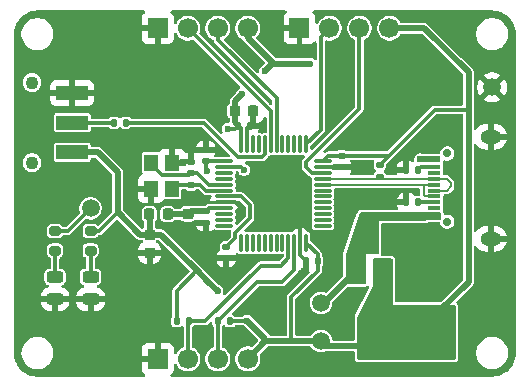
<source format=gbr>
%TF.GenerationSoftware,KiCad,Pcbnew,9.0.3*%
%TF.CreationDate,2025-08-26T21:56:11+08:00*%
%TF.ProjectId,firstm32,66697273-746d-4333-922e-6b696361645f,rev?*%
%TF.SameCoordinates,Original*%
%TF.FileFunction,Copper,L1,Top*%
%TF.FilePolarity,Positive*%
%FSLAX46Y46*%
G04 Gerber Fmt 4.6, Leading zero omitted, Abs format (unit mm)*
G04 Created by KiCad (PCBNEW 9.0.3) date 2025-08-26 21:56:11*
%MOMM*%
%LPD*%
G01*
G04 APERTURE LIST*
G04 Aperture macros list*
%AMRoundRect*
0 Rectangle with rounded corners*
0 $1 Rounding radius*
0 $2 $3 $4 $5 $6 $7 $8 $9 X,Y pos of 4 corners*
0 Add a 4 corners polygon primitive as box body*
4,1,4,$2,$3,$4,$5,$6,$7,$8,$9,$2,$3,0*
0 Add four circle primitives for the rounded corners*
1,1,$1+$1,$2,$3*
1,1,$1+$1,$4,$5*
1,1,$1+$1,$6,$7*
1,1,$1+$1,$8,$9*
0 Add four rect primitives between the rounded corners*
20,1,$1+$1,$2,$3,$4,$5,0*
20,1,$1+$1,$4,$5,$6,$7,0*
20,1,$1+$1,$6,$7,$8,$9,0*
20,1,$1+$1,$8,$9,$2,$3,0*%
G04 Aperture macros list end*
%TA.AperFunction,ComponentPad*%
%ADD10C,0.700000*%
%TD*%
%TA.AperFunction,SMDPad,CuDef*%
%ADD11R,1.100000X0.550000*%
%TD*%
%TA.AperFunction,SMDPad,CuDef*%
%ADD12R,1.100000X0.300000*%
%TD*%
%TA.AperFunction,ComponentPad*%
%ADD13O,2.000000X1.100000*%
%TD*%
%TA.AperFunction,ComponentPad*%
%ADD14O,1.800000X1.200000*%
%TD*%
%TA.AperFunction,SMDPad,CuDef*%
%ADD15RoundRect,0.135000X0.135000X0.185000X-0.135000X0.185000X-0.135000X-0.185000X0.135000X-0.185000X0*%
%TD*%
%TA.AperFunction,SMDPad,CuDef*%
%ADD16RoundRect,0.135000X-0.135000X-0.185000X0.135000X-0.185000X0.135000X0.185000X-0.135000X0.185000X0*%
%TD*%
%TA.AperFunction,SMDPad,CuDef*%
%ADD17RoundRect,0.075000X-0.662500X-0.075000X0.662500X-0.075000X0.662500X0.075000X-0.662500X0.075000X0*%
%TD*%
%TA.AperFunction,SMDPad,CuDef*%
%ADD18RoundRect,0.075000X-0.075000X-0.662500X0.075000X-0.662500X0.075000X0.662500X-0.075000X0.662500X0*%
%TD*%
%TA.AperFunction,SMDPad,CuDef*%
%ADD19RoundRect,0.140000X-0.140000X-0.170000X0.140000X-0.170000X0.140000X0.170000X-0.140000X0.170000X0*%
%TD*%
%TA.AperFunction,ComponentPad*%
%ADD20C,1.500000*%
%TD*%
%TA.AperFunction,SMDPad,CuDef*%
%ADD21RoundRect,0.140000X-0.170000X0.140000X-0.170000X-0.140000X0.170000X-0.140000X0.170000X0.140000X0*%
%TD*%
%TA.AperFunction,SMDPad,CuDef*%
%ADD22RoundRect,0.243750X0.456250X-0.243750X0.456250X0.243750X-0.456250X0.243750X-0.456250X-0.243750X0*%
%TD*%
%TA.AperFunction,SMDPad,CuDef*%
%ADD23RoundRect,0.225000X-0.250000X0.225000X-0.250000X-0.225000X0.250000X-0.225000X0.250000X0.225000X0*%
%TD*%
%TA.AperFunction,SMDPad,CuDef*%
%ADD24RoundRect,0.375000X-0.375000X0.625000X-0.375000X-0.625000X0.375000X-0.625000X0.375000X0.625000X0*%
%TD*%
%TA.AperFunction,SMDPad,CuDef*%
%ADD25RoundRect,0.500000X-1.400000X0.500000X-1.400000X-0.500000X1.400000X-0.500000X1.400000X0.500000X0*%
%TD*%
%TA.AperFunction,ComponentPad*%
%ADD26R,1.700000X1.700000*%
%TD*%
%TA.AperFunction,ComponentPad*%
%ADD27C,1.700000*%
%TD*%
%TA.AperFunction,SMDPad,CuDef*%
%ADD28RoundRect,0.140000X0.140000X0.170000X-0.140000X0.170000X-0.140000X-0.170000X0.140000X-0.170000X0*%
%TD*%
%TA.AperFunction,SMDPad,CuDef*%
%ADD29RoundRect,0.200000X-0.275000X0.200000X-0.275000X-0.200000X0.275000X-0.200000X0.275000X0.200000X0*%
%TD*%
%TA.AperFunction,SMDPad,CuDef*%
%ADD30RoundRect,0.225000X-0.225000X-0.250000X0.225000X-0.250000X0.225000X0.250000X-0.225000X0.250000X0*%
%TD*%
%TA.AperFunction,SMDPad,CuDef*%
%ADD31RoundRect,0.250000X-0.250000X-0.475000X0.250000X-0.475000X0.250000X0.475000X-0.250000X0.475000X0*%
%TD*%
%TA.AperFunction,SMDPad,CuDef*%
%ADD32RoundRect,0.135000X0.185000X-0.135000X0.185000X0.135000X-0.185000X0.135000X-0.185000X-0.135000X0*%
%TD*%
%TA.AperFunction,SMDPad,CuDef*%
%ADD33RoundRect,0.250000X0.475000X-0.250000X0.475000X0.250000X-0.475000X0.250000X-0.475000X-0.250000X0*%
%TD*%
%TA.AperFunction,ComponentPad*%
%ADD34C,1.100000*%
%TD*%
%TA.AperFunction,SMDPad,CuDef*%
%ADD35R,2.700000X1.200000*%
%TD*%
%TA.AperFunction,SMDPad,CuDef*%
%ADD36RoundRect,0.140000X0.170000X-0.140000X0.170000X0.140000X-0.170000X0.140000X-0.170000X-0.140000X0*%
%TD*%
%TA.AperFunction,SMDPad,CuDef*%
%ADD37R,1.200000X1.400000*%
%TD*%
%TA.AperFunction,SMDPad,CuDef*%
%ADD38RoundRect,0.218750X0.218750X0.256250X-0.218750X0.256250X-0.218750X-0.256250X0.218750X-0.256250X0*%
%TD*%
%TA.AperFunction,ViaPad*%
%ADD39C,0.600000*%
%TD*%
%TA.AperFunction,Conductor*%
%ADD40C,0.300000*%
%TD*%
%TA.AperFunction,Conductor*%
%ADD41C,0.500000*%
%TD*%
%TA.AperFunction,Conductor*%
%ADD42C,0.200000*%
%TD*%
G04 APERTURE END LIST*
D10*
%TO.P,J1,*%
%TO.N,*%
X163200000Y-107390000D03*
X163200000Y-101610000D03*
D11*
%TO.P,J1,A1,GND*%
%TO.N,GND*%
X162120000Y-107700000D03*
%TO.P,J1,A4,VBUS*%
%TO.N,VBUS*%
X162120000Y-106900000D03*
D12*
%TO.P,J1,A5,CC1*%
%TO.N,Net-(J1-CC1)*%
X162120000Y-105750000D03*
%TO.P,J1,A6,D+*%
%TO.N,/USB_D+*%
X162120000Y-104750000D03*
%TO.P,J1,A7,D-*%
%TO.N,/USB_D-*%
X162120000Y-105250000D03*
%TO.P,J1,A8,SBU1*%
%TO.N,unconnected-(J1-SBU1-PadA8)*%
X162120000Y-103250000D03*
D11*
%TO.P,J1,A9,VBUS*%
%TO.N,VBUS*%
X162120000Y-106900000D03*
%TO.P,J1,A12,GND*%
%TO.N,GND*%
X162120000Y-107700000D03*
%TO.P,J1,B1,GND*%
X162120000Y-101300000D03*
%TO.P,J1,B4,VBUS*%
%TO.N,VBUS*%
X162120000Y-102100000D03*
D12*
%TO.P,J1,B5,CC2*%
%TO.N,Net-(J1-CC2)*%
X162120000Y-102750000D03*
%TO.P,J1,B6,D+*%
%TO.N,/USB_D+*%
X162120000Y-103750000D03*
%TO.P,J1,B7,D-*%
%TO.N,/USB_D-*%
X162120000Y-104250000D03*
%TO.P,J1,B8,SBU2*%
%TO.N,unconnected-(J1-SBU2-PadB8)*%
X162120000Y-106250000D03*
D11*
%TO.P,J1,B9,VBUS*%
%TO.N,VBUS*%
X162120000Y-102100000D03*
%TO.P,J1,B12,GND*%
%TO.N,GND*%
X162120000Y-101300000D03*
D13*
%TO.P,J1,S1,SHIELD*%
X162670000Y-108820000D03*
D14*
X166880000Y-108820000D03*
D13*
X162670000Y-100180000D03*
D14*
X166880000Y-100180000D03*
%TD*%
D15*
%TO.P,R8,2*%
%TO.N,+3V3*%
X140280000Y-115800000D03*
%TO.P,R8,1*%
%TO.N,/I2C2_SCL*%
X141300000Y-115800000D03*
%TD*%
D16*
%TO.P,R7,2*%
%TO.N,+3V3*%
X144800000Y-115800000D03*
%TO.P,R7,1*%
%TO.N,/I2C2_SDA*%
X143780000Y-115800000D03*
%TD*%
D17*
%TO.P,U2,1,VBAT*%
%TO.N,+3V3*%
X144337500Y-102250000D03*
%TO.P,U2,2,PC13*%
%TO.N,DEBUG*%
X144337500Y-102750000D03*
%TO.P,U2,3,PC14*%
%TO.N,unconnected-(U2-PC14-Pad3)*%
X144337500Y-103250000D03*
%TO.P,U2,4,PC15*%
%TO.N,unconnected-(U2-PC15-Pad4)*%
X144337500Y-103750000D03*
%TO.P,U2,5,PD0*%
%TO.N,/HSE_IN*%
X144337500Y-104250000D03*
%TO.P,U2,6,PD1*%
%TO.N,/HSE_OUT*%
X144337500Y-104750000D03*
%TO.P,U2,7,NRST*%
%TO.N,/NRST*%
X144337500Y-105250000D03*
%TO.P,U2,8,VSSA*%
%TO.N,GND*%
X144337500Y-105750000D03*
%TO.P,U2,9,VDDA*%
%TO.N,3V3A*%
X144337500Y-106250000D03*
%TO.P,U2,10,PA0*%
%TO.N,unconnected-(U2-PA0-Pad10)*%
X144337500Y-106750000D03*
%TO.P,U2,11,PA1*%
%TO.N,unconnected-(U2-PA1-Pad11)*%
X144337500Y-107250000D03*
%TO.P,U2,12,PA2*%
%TO.N,unconnected-(U2-PA2-Pad12)*%
X144337500Y-107750000D03*
D18*
%TO.P,U2,13,PA3*%
%TO.N,unconnected-(U2-PA3-Pad13)*%
X145750000Y-109162500D03*
%TO.P,U2,14,PA4*%
%TO.N,unconnected-(U2-PA4-Pad14)*%
X146250000Y-109162500D03*
%TO.P,U2,15,PA5*%
%TO.N,unconnected-(U2-PA5-Pad15)*%
X146750000Y-109162500D03*
%TO.P,U2,16,PA6*%
%TO.N,unconnected-(U2-PA6-Pad16)*%
X147250000Y-109162500D03*
%TO.P,U2,17,PA7*%
%TO.N,unconnected-(U2-PA7-Pad17)*%
X147750000Y-109162500D03*
%TO.P,U2,18,PB0*%
%TO.N,unconnected-(U2-PB0-Pad18)*%
X148250000Y-109162500D03*
%TO.P,U2,19,PB1*%
%TO.N,unconnected-(U2-PB1-Pad19)*%
X148750000Y-109162500D03*
%TO.P,U2,20,PB2*%
%TO.N,unconnected-(U2-PB2-Pad20)*%
X149250000Y-109162500D03*
%TO.P,U2,21,PB10*%
%TO.N,/I2C2_SCL*%
X149750000Y-109162500D03*
%TO.P,U2,22,PB11*%
%TO.N,/I2C2_SDA*%
X150250000Y-109162500D03*
%TO.P,U2,23,VSS*%
%TO.N,GND*%
X150750000Y-109162500D03*
%TO.P,U2,24,VDD*%
%TO.N,+3V3*%
X151250000Y-109162500D03*
D17*
%TO.P,U2,25,PB12*%
%TO.N,unconnected-(U2-PB12-Pad25)*%
X152662500Y-107750000D03*
%TO.P,U2,26,PB13*%
%TO.N,unconnected-(U2-PB13-Pad26)*%
X152662500Y-107250000D03*
%TO.P,U2,27,PB14*%
%TO.N,unconnected-(U2-PB14-Pad27)*%
X152662500Y-106750000D03*
%TO.P,U2,28,PB15*%
%TO.N,unconnected-(U2-PB15-Pad28)*%
X152662500Y-106250000D03*
%TO.P,U2,29,PA8*%
%TO.N,unconnected-(U2-PA8-Pad29)*%
X152662500Y-105750000D03*
%TO.P,U2,30,PA9*%
%TO.N,unconnected-(U2-PA9-Pad30)*%
X152662500Y-105250000D03*
%TO.P,U2,31,PA10*%
%TO.N,unconnected-(U2-PA10-Pad31)*%
X152662500Y-104750000D03*
%TO.P,U2,32,PA11*%
%TO.N,/USB_D-*%
X152662500Y-104250000D03*
%TO.P,U2,33,PA12*%
%TO.N,/USB_D+*%
X152662500Y-103750000D03*
%TO.P,U2,34,PA13*%
%TO.N,/SWDIO*%
X152662500Y-103250000D03*
%TO.P,U2,35,VSS*%
%TO.N,GND*%
X152662500Y-102750000D03*
%TO.P,U2,36,VDD*%
%TO.N,+3V3*%
X152662500Y-102250000D03*
D18*
%TO.P,U2,37,PA14*%
%TO.N,/SWCLK*%
X151250000Y-100837500D03*
%TO.P,U2,38,PA15*%
%TO.N,unconnected-(U2-PA15-Pad38)*%
X150750000Y-100837500D03*
%TO.P,U2,39,PB3*%
%TO.N,unconnected-(U2-PB3-Pad39)*%
X150250000Y-100837500D03*
%TO.P,U2,40,PB4*%
%TO.N,unconnected-(U2-PB4-Pad40)*%
X149750000Y-100837500D03*
%TO.P,U2,41,PB5*%
%TO.N,unconnected-(U2-PB5-Pad41)*%
X149250000Y-100837500D03*
%TO.P,U2,42,PB6*%
%TO.N,/USART_TX*%
X148750000Y-100837500D03*
%TO.P,U2,43,PB7*%
%TO.N,/USART_RX*%
X148250000Y-100837500D03*
%TO.P,U2,44,BOOT0*%
%TO.N,/BOOT0*%
X147750000Y-100837500D03*
%TO.P,U2,45,PB8*%
%TO.N,unconnected-(U2-PB8-Pad45)*%
X147250000Y-100837500D03*
%TO.P,U2,46,PB9*%
%TO.N,unconnected-(U2-PB9-Pad46)*%
X146750000Y-100837500D03*
%TO.P,U2,47,VSS*%
%TO.N,GND*%
X146250000Y-100837500D03*
%TO.P,U2,48,VDD*%
%TO.N,+3V3*%
X145750000Y-100837500D03*
%TD*%
D19*
%TO.P,C3,1*%
%TO.N,+3V3*%
X145520000Y-99250000D03*
%TO.P,C3,2*%
%TO.N,GND*%
X146480000Y-99250000D03*
%TD*%
D20*
%TO.P,TP4,1,1*%
%TO.N,GND*%
X167000000Y-96000000D03*
%TD*%
D16*
%TO.P,R2,1*%
%TO.N,GND*%
X159740000Y-105750000D03*
%TO.P,R2,2*%
%TO.N,Net-(J1-CC1)*%
X160760000Y-105750000D03*
%TD*%
D21*
%TO.P,C6,1*%
%TO.N,3V3A*%
X142750000Y-106520000D03*
%TO.P,C6,2*%
%TO.N,GND*%
X142750000Y-107480000D03*
%TD*%
D22*
%TO.P,D2,1,K*%
%TO.N,GND*%
X130000000Y-113937500D03*
%TO.P,D2,2,A*%
%TO.N,/DEBUG_LED*%
X130000000Y-112062500D03*
%TD*%
D23*
%TO.P,C7,1*%
%TO.N,3V3A*%
X141250000Y-106725000D03*
%TO.P,C7,2*%
%TO.N,GND*%
X141250000Y-108275000D03*
%TD*%
D24*
%TO.P,U1,1,GND*%
%TO.N,GND*%
X160050000Y-111600000D03*
%TO.P,U1,2,VO*%
%TO.N,+3V3*%
X157750000Y-111600000D03*
D25*
X157750000Y-117900000D03*
D24*
%TO.P,U1,3,VI*%
%TO.N,VBUS*%
X155450000Y-111600000D03*
%TD*%
D26*
%TO.P,J2,1,Pin_1*%
%TO.N,GND*%
X150690000Y-91000000D03*
D27*
%TO.P,J2,2,Pin_2*%
%TO.N,/SWCLK*%
X153230000Y-91000000D03*
%TO.P,J2,3,Pin_3*%
%TO.N,/SWDIO*%
X155770000Y-91000000D03*
%TO.P,J2,4,Pin_4*%
%TO.N,+3V3*%
X158310000Y-91000000D03*
%TD*%
D26*
%TO.P,J4,1,Pin_1*%
%TO.N,GND*%
X138690000Y-119000000D03*
D27*
%TO.P,J4,2,Pin_2*%
%TO.N,/I2C2_SCL*%
X141230000Y-119000000D03*
%TO.P,J4,3,Pin_3*%
%TO.N,/I2C2_SDA*%
X143770000Y-119000000D03*
%TO.P,J4,4,Pin_4*%
%TO.N,+3V3*%
X146310000Y-119000000D03*
%TD*%
D28*
%TO.P,C2,1*%
%TO.N,+3V3*%
X152230000Y-110750000D03*
%TO.P,C2,2*%
%TO.N,GND*%
X151270000Y-110750000D03*
%TD*%
D29*
%TO.P,R5,1*%
%TO.N,+3V3*%
X133000000Y-108175000D03*
%TO.P,R5,2*%
%TO.N,/PWR_LED*%
X133000000Y-109825000D03*
%TD*%
D23*
%TO.P,C8,1*%
%TO.N,+3V3*%
X138000000Y-108475000D03*
%TO.P,C8,2*%
%TO.N,GND*%
X138000000Y-110025000D03*
%TD*%
D21*
%TO.P,C11,1*%
%TO.N,/HSE_OUT*%
X141500000Y-104270000D03*
%TO.P,C11,2*%
%TO.N,GND*%
X141500000Y-105230000D03*
%TD*%
D30*
%TO.P,C5,1*%
%TO.N,+3V3*%
X145225000Y-98000000D03*
%TO.P,C5,2*%
%TO.N,GND*%
X146775000Y-98000000D03*
%TD*%
D31*
%TO.P,C12,1*%
%TO.N,VBUS*%
X156800000Y-109000000D03*
%TO.P,C12,2*%
%TO.N,GND*%
X158700000Y-109000000D03*
%TD*%
D32*
%TO.P,R4,1*%
%TO.N,/USB_D+*%
X157500000Y-103575000D03*
%TO.P,R4,2*%
%TO.N,+3V3*%
X157500000Y-102555000D03*
%TD*%
D33*
%TO.P,C13,1*%
%TO.N,+3V3*%
X162500000Y-114950000D03*
%TO.P,C13,2*%
%TO.N,GND*%
X162500000Y-113050000D03*
%TD*%
D20*
%TO.P,TP2,1,1*%
%TO.N,+3V3*%
X152500000Y-117500000D03*
%TD*%
D34*
%TO.P,SW1,*%
%TO.N,*%
X128042500Y-102400000D03*
X128042500Y-95600000D03*
D35*
%TO.P,SW1,1,A*%
%TO.N,+3V3*%
X131452500Y-101500000D03*
%TO.P,SW1,2,B*%
%TO.N,/SW_BOOT0*%
X131452500Y-99000000D03*
%TO.P,SW1,3,C*%
%TO.N,GND*%
X131452500Y-96500000D03*
%TD*%
D21*
%TO.P,C9,1*%
%TO.N,/NRST*%
X144500000Y-109500000D03*
%TO.P,C9,2*%
%TO.N,GND*%
X144500000Y-110460000D03*
%TD*%
D29*
%TO.P,R6,1*%
%TO.N,DEBUG*%
X130000000Y-108175000D03*
%TO.P,R6,2*%
%TO.N,/DEBUG_LED*%
X130000000Y-109825000D03*
%TD*%
D21*
%TO.P,C1,1*%
%TO.N,+3V3*%
X154250000Y-101790000D03*
%TO.P,C1,2*%
%TO.N,GND*%
X154250000Y-102750000D03*
%TD*%
D16*
%TO.P,R3,1*%
%TO.N,GND*%
X159690000Y-103000000D03*
%TO.P,R3,2*%
%TO.N,Net-(J1-CC2)*%
X160710000Y-103000000D03*
%TD*%
D36*
%TO.P,C4,1*%
%TO.N,+3V3*%
X142750000Y-102250000D03*
%TO.P,C4,2*%
%TO.N,GND*%
X142750000Y-101290000D03*
%TD*%
D20*
%TO.P,TP1,1,1*%
%TO.N,DEBUG*%
X133000000Y-106250000D03*
%TD*%
D19*
%TO.P,R1,1*%
%TO.N,/SW_BOOT0*%
X135000000Y-99000000D03*
%TO.P,R1,2*%
%TO.N,/BOOT0*%
X135960000Y-99000000D03*
%TD*%
D22*
%TO.P,D1,1,K*%
%TO.N,GND*%
X133000000Y-113937500D03*
%TO.P,D1,2,A*%
%TO.N,/PWR_LED*%
X133000000Y-112062500D03*
%TD*%
D20*
%TO.P,TP3,1,1*%
%TO.N,VBUS*%
X152500000Y-114250000D03*
%TD*%
D37*
%TO.P,Y1,1,1*%
%TO.N,/HSE_IN*%
X138120000Y-102400000D03*
%TO.P,Y1,2,2*%
%TO.N,GND*%
X138120000Y-104600000D03*
%TO.P,Y1,3,3*%
%TO.N,/HSE_OUT*%
X139880000Y-104600000D03*
%TO.P,Y1,4,4*%
%TO.N,GND*%
X139880000Y-102400000D03*
%TD*%
D36*
%TO.P,C10,1*%
%TO.N,/HSE_IN*%
X141500000Y-103250000D03*
%TO.P,C10,2*%
%TO.N,GND*%
X141500000Y-102290000D03*
%TD*%
D26*
%TO.P,J3,1,Pin_1*%
%TO.N,GND*%
X138690000Y-91000000D03*
D27*
%TO.P,J3,2,Pin_2*%
%TO.N,/USART_RX*%
X141230000Y-91000000D03*
%TO.P,J3,3,Pin_3*%
%TO.N,/USART_TX*%
X143770000Y-91000000D03*
%TO.P,J3,4,Pin_4*%
%TO.N,+3V3*%
X146310000Y-91000000D03*
%TD*%
D38*
%TO.P,FB1,1*%
%TO.N,3V3A*%
X139537500Y-106750000D03*
%TO.P,FB1,2*%
%TO.N,+3V3*%
X137962500Y-106750000D03*
%TD*%
D39*
%TO.N,GND*%
X150750000Y-107500000D03*
X145750000Y-106250000D03*
X159600000Y-98600000D03*
X157300000Y-98600000D03*
X157300000Y-100600000D03*
X155000000Y-100600000D03*
X141700000Y-109600000D03*
X141500000Y-101000000D03*
X154750000Y-105750000D03*
X156250000Y-102750000D03*
X155500000Y-102750000D03*
X162750000Y-99000000D03*
X161000000Y-100500000D03*
X160250000Y-101250000D03*
X158500000Y-103000000D03*
X158500000Y-105750000D03*
X153250000Y-109250000D03*
X149250000Y-105750000D03*
X147750000Y-105750000D03*
X148500000Y-105750000D03*
X147750000Y-105000000D03*
X147750000Y-104250000D03*
X149250000Y-104250000D03*
X148500000Y-104250000D03*
X149250000Y-105000000D03*
X148500000Y-105000000D03*
X142500000Y-100000000D03*
X142500000Y-105500000D03*
X136755331Y-106994669D03*
X136500000Y-104750000D03*
X140250000Y-100500000D03*
X139500000Y-100500000D03*
X154000000Y-97750000D03*
X154000000Y-96500000D03*
X149250000Y-93000000D03*
X150000000Y-93000000D03*
X134000000Y-95750000D03*
X134000000Y-97250000D03*
X134000000Y-96500000D03*
X137750000Y-93000000D03*
X137000000Y-93000000D03*
X137250000Y-117000000D03*
X136500000Y-117750000D03*
X136500000Y-117000000D03*
X132750000Y-117250000D03*
X131500000Y-117250000D03*
X132750000Y-116000000D03*
X131500000Y-116000000D03*
X128500000Y-115000000D03*
X134500000Y-115000000D03*
X138411489Y-111521576D03*
X137500000Y-111500000D03*
X143200000Y-110500000D03*
X142800000Y-108700000D03*
X144500000Y-111700000D03*
X167000000Y-103500000D03*
X167000000Y-105500000D03*
X167000000Y-104500000D03*
X160500000Y-113500000D03*
X159500000Y-113500000D03*
X162000000Y-110750000D03*
X163000000Y-110750000D03*
X163000000Y-111750000D03*
X162000000Y-111750000D03*
%TO.N,+3V3*%
X144600000Y-99500000D03*
X147750000Y-94650000D03*
X143750000Y-113250000D03*
X151600000Y-94000000D03*
X145800000Y-96600000D03*
X142900000Y-103100000D03*
X146250000Y-115750000D03*
%TO.N,GND*%
X151100000Y-111600000D03*
X160100000Y-109800000D03*
X161200000Y-109800000D03*
X147500000Y-99300000D03*
X160100000Y-108800000D03*
%TO.N,VBUS*%
X160900000Y-102100000D03*
X159600000Y-106900000D03*
%TO.N,DEBUG*%
X146000000Y-103000000D03*
%TD*%
D40*
%TO.N,GND*%
X145750000Y-106250000D02*
X145250000Y-105750000D01*
X145250000Y-105750000D02*
X144337500Y-105750000D01*
%TO.N,/NRST*%
X146500000Y-106000000D02*
X146500000Y-107070466D01*
X145750000Y-105250000D02*
X146500000Y-106000000D01*
X145249000Y-108321466D02*
X145249000Y-108751000D01*
X145249000Y-108751000D02*
X144500000Y-109500000D01*
X146500000Y-107070466D02*
X145249000Y-108321466D01*
X144337500Y-105250000D02*
X145750000Y-105250000D01*
%TO.N,DEBUG*%
X130000000Y-108175000D02*
X131075000Y-108175000D01*
X131075000Y-108175000D02*
X133000000Y-106250000D01*
%TO.N,/I2C2_SCL*%
X141230000Y-119000000D02*
X141230000Y-115870000D01*
X141230000Y-115870000D02*
X141300000Y-115800000D01*
%TO.N,/I2C2_SDA*%
X143770000Y-119000000D02*
X143770000Y-115810000D01*
X143770000Y-115810000D02*
X143780000Y-115800000D01*
%TO.N,/I2C2_SCL*%
X141300000Y-115800000D02*
X142700000Y-115800000D01*
X149100000Y-111100000D02*
X149750000Y-110450000D01*
X142700000Y-115800000D02*
X147400000Y-111100000D01*
X149750000Y-110450000D02*
X149750000Y-109162500D01*
X147400000Y-111100000D02*
X149100000Y-111100000D01*
%TO.N,/I2C2_SDA*%
X143780000Y-115800000D02*
X147080000Y-112500000D01*
X147080000Y-112500000D02*
X149250000Y-112500000D01*
X149250000Y-112500000D02*
X150250000Y-111500000D01*
X150250000Y-111500000D02*
X150250000Y-109162500D01*
D41*
%TO.N,+3V3*%
X142950000Y-112450000D02*
X142000000Y-111500000D01*
D40*
X140280000Y-115800000D02*
X140280000Y-113220000D01*
X140280000Y-113220000D02*
X142000000Y-111500000D01*
X144800000Y-115800000D02*
X146200000Y-115800000D01*
X146200000Y-115800000D02*
X146250000Y-115750000D01*
%TO.N,/I2C2_SDA*%
X143780000Y-115800000D02*
X143790000Y-115800000D01*
D41*
%TO.N,+3V3*%
X148500000Y-94000000D02*
X149310000Y-94000000D01*
D40*
X142750000Y-102250000D02*
X142750000Y-102950000D01*
D41*
X145225000Y-97175000D02*
X145800000Y-96600000D01*
X138000000Y-106787500D02*
X137962500Y-106750000D01*
X147810000Y-117500000D02*
X147810000Y-117310000D01*
D40*
X142750000Y-102950000D02*
X142900000Y-103100000D01*
D41*
X147810000Y-117500000D02*
X150000000Y-117500000D01*
X150000000Y-117500000D02*
X152500000Y-117500000D01*
X147810000Y-117310000D02*
X146250000Y-115750000D01*
D40*
X154250000Y-101790000D02*
X153122500Y-101790000D01*
D41*
X137175000Y-108475000D02*
X135300000Y-106600000D01*
D40*
X153122500Y-101790000D02*
X152662500Y-102250000D01*
X152230000Y-110750000D02*
X152230000Y-110142500D01*
D41*
X138000000Y-108475000D02*
X138000000Y-106787500D01*
X165000000Y-112450000D02*
X165000000Y-97900000D01*
X145225000Y-98000000D02*
X145225000Y-98955000D01*
D40*
X144337500Y-102250000D02*
X142750000Y-102250000D01*
X158677500Y-101377500D02*
X162155000Y-97900000D01*
X152230000Y-111520000D02*
X150000000Y-113750000D01*
X145750000Y-99480000D02*
X145520000Y-99250000D01*
D41*
X142000000Y-111500000D02*
X138975000Y-108475000D01*
D40*
X152230000Y-110142500D02*
X151250000Y-109162500D01*
D41*
X138000000Y-108475000D02*
X137175000Y-108475000D01*
D40*
X150000000Y-113750000D02*
X150000000Y-117500000D01*
D41*
X145225000Y-98955000D02*
X145520000Y-99250000D01*
D40*
X133725000Y-108175000D02*
X135300000Y-106600000D01*
D41*
X146310000Y-91810000D02*
X148500000Y-94000000D01*
D40*
X157500000Y-102555000D02*
X158677500Y-101377500D01*
D41*
X162500000Y-114950000D02*
X165000000Y-112450000D01*
X133600000Y-101500000D02*
X131452500Y-101500000D01*
X157750000Y-117900000D02*
X152900000Y-117900000D01*
X146310000Y-91000000D02*
X146310000Y-91810000D01*
D40*
X145750000Y-100837500D02*
X145750000Y-99480000D01*
D41*
X135300000Y-103200000D02*
X133600000Y-101500000D01*
X147750000Y-94650000D02*
X148400000Y-94000000D01*
X149310000Y-94000000D02*
X151600000Y-94000000D01*
D40*
X152230000Y-110750000D02*
X152230000Y-111520000D01*
D41*
X165000000Y-94750000D02*
X161250000Y-91000000D01*
X161250000Y-91000000D02*
X158310000Y-91000000D01*
D40*
X145270000Y-99500000D02*
X145520000Y-99250000D01*
D41*
X152900000Y-117900000D02*
X152500000Y-117500000D01*
X145225000Y-98000000D02*
X145225000Y-97175000D01*
X165000000Y-97900000D02*
X165000000Y-94750000D01*
X146310000Y-119000000D02*
X147810000Y-117500000D01*
X143750000Y-113250000D02*
X142950000Y-112450000D01*
D40*
X162155000Y-97900000D02*
X165000000Y-97900000D01*
D41*
X148400000Y-94000000D02*
X149310000Y-94000000D01*
X135300000Y-106600000D02*
X135300000Y-103200000D01*
X138975000Y-108475000D02*
X138000000Y-108475000D01*
D40*
X144600000Y-99500000D02*
X145270000Y-99500000D01*
X154250000Y-101790000D02*
X158265000Y-101790000D01*
X133000000Y-108175000D02*
X133725000Y-108175000D01*
X158265000Y-101790000D02*
X158677500Y-101377500D01*
%TO.N,GND*%
X152662500Y-102750000D02*
X154250000Y-102750000D01*
X147450000Y-99250000D02*
X147500000Y-99300000D01*
X146250000Y-99480000D02*
X146480000Y-99250000D01*
D41*
X146775000Y-98000000D02*
X146775000Y-98955000D01*
X146775000Y-98955000D02*
X146480000Y-99250000D01*
D40*
X150750000Y-110230000D02*
X151270000Y-110750000D01*
X146250000Y-100837500D02*
X146250000Y-99480000D01*
X150750000Y-109162500D02*
X150750000Y-110230000D01*
X159640000Y-103050000D02*
X159690000Y-103000000D01*
%TO.N,3V3A*%
X144337500Y-106250000D02*
X143020000Y-106250000D01*
D41*
X141250000Y-106725000D02*
X141275000Y-106725000D01*
D40*
X143020000Y-106250000D02*
X142750000Y-106520000D01*
D41*
X141520000Y-106520000D02*
X142750000Y-106520000D01*
X141275000Y-106725000D02*
X141500000Y-106500000D01*
X139537500Y-106750000D02*
X141225000Y-106750000D01*
X141225000Y-106750000D02*
X141250000Y-106725000D01*
X141500000Y-106500000D02*
X141520000Y-106520000D01*
D40*
%TO.N,/HSE_IN*%
X141500000Y-103250000D02*
X142001000Y-103250000D01*
X139071000Y-103451000D02*
X138120000Y-102500000D01*
X141299000Y-103451000D02*
X139071000Y-103451000D01*
X142001000Y-103250000D02*
X143001000Y-104250000D01*
X141500000Y-103250000D02*
X141299000Y-103451000D01*
X143001000Y-104250000D02*
X144337500Y-104250000D01*
X138120000Y-102500000D02*
X138120000Y-102400000D01*
%TO.N,/HSE_OUT*%
X142750000Y-104750000D02*
X142270000Y-104270000D01*
X144337500Y-104750000D02*
X142750000Y-104750000D01*
X142270000Y-104270000D02*
X141500000Y-104270000D01*
X140210000Y-104270000D02*
X139880000Y-104600000D01*
X141500000Y-104270000D02*
X140210000Y-104270000D01*
D41*
%TO.N,VBUS*%
X162120000Y-102100000D02*
X160900000Y-102100000D01*
X152500000Y-114250000D02*
X152800000Y-114250000D01*
X152800000Y-114250000D02*
X155450000Y-111600000D01*
D40*
%TO.N,/PWR_LED*%
X133000000Y-112062500D02*
X133000000Y-109825000D01*
%TO.N,/DEBUG_LED*%
X130000000Y-112062500D02*
X130000000Y-109825000D01*
%TO.N,/SWDIO*%
X155770000Y-97800466D02*
X155770000Y-91000000D01*
X151250000Y-102750000D02*
X151250000Y-102320466D01*
X151750000Y-103250000D02*
X151250000Y-102750000D01*
X151250000Y-102320466D02*
X155770000Y-97800466D01*
X152662500Y-103250000D02*
X151750000Y-103250000D01*
%TO.N,/SWCLK*%
X152500000Y-99587500D02*
X152500000Y-91730000D01*
X151250000Y-100837500D02*
X152500000Y-99587500D01*
X152500000Y-91730000D02*
X153230000Y-91000000D01*
%TO.N,/USART_RX*%
X141230000Y-91000000D02*
X148250000Y-98020000D01*
X148250000Y-98020000D02*
X148250000Y-100837500D01*
%TO.N,/USART_TX*%
X148750000Y-96950000D02*
X143770000Y-91970000D01*
X148750000Y-100837500D02*
X148750000Y-96950000D01*
X143770000Y-91970000D02*
X143770000Y-91000000D01*
%TO.N,/BOOT0*%
X147750000Y-101679534D02*
X147750000Y-100837500D01*
X145496466Y-101926000D02*
X147503534Y-101926000D01*
X147503534Y-101926000D02*
X147750000Y-101679534D01*
X142570466Y-99000000D02*
X145496466Y-101926000D01*
X135960000Y-99000000D02*
X142570466Y-99000000D01*
%TO.N,/SW_BOOT0*%
X135000000Y-99000000D02*
X131452500Y-99000000D01*
%TO.N,Net-(J1-CC1)*%
X160760000Y-105750000D02*
X162120000Y-105750000D01*
%TO.N,Net-(J1-CC2)*%
X160961000Y-102749000D02*
X162120000Y-102749000D01*
X160710000Y-103000000D02*
X160961000Y-102749000D01*
D42*
%TO.N,/USB_D+*%
X163500000Y-104100000D02*
X163150000Y-103750000D01*
X163500000Y-104400000D02*
X163500000Y-104100000D01*
X162120000Y-104750000D02*
X163150000Y-104750000D01*
X163150000Y-104750000D02*
X163500000Y-104400000D01*
X162120000Y-103750000D02*
X152662500Y-103750000D01*
X163150000Y-103750000D02*
X162120000Y-103750000D01*
D40*
%TO.N,DEBUG*%
X144337500Y-102750000D02*
X145750000Y-102750000D01*
X145750000Y-102750000D02*
X146000000Y-103000000D01*
D42*
%TO.N,/USB_D-*%
X161200000Y-105132000D02*
X161200000Y-104250000D01*
X162120000Y-105250000D02*
X161318000Y-105250000D01*
X152662500Y-104250000D02*
X161200000Y-104250000D01*
X161200000Y-104250000D02*
X162120000Y-104250000D01*
X161318000Y-105250000D02*
X161200000Y-105132000D01*
%TD*%
%TA.AperFunction,Conductor*%
%TO.N,VBUS*%
G36*
X161549262Y-106600500D02*
G01*
X162576000Y-106600500D01*
X162643039Y-106620185D01*
X162688794Y-106672989D01*
X162700000Y-106724500D01*
X162700000Y-107021798D01*
X162695850Y-107037286D01*
X162696505Y-107051030D01*
X162683388Y-107083796D01*
X162637951Y-107162498D01*
X162587385Y-107210715D01*
X162530563Y-107224500D01*
X161550247Y-107224500D01*
X161491770Y-107236131D01*
X161491768Y-107236132D01*
X161427464Y-107279101D01*
X161360787Y-107299980D01*
X161358572Y-107300000D01*
X157400000Y-107300000D01*
X157400000Y-109976000D01*
X157380315Y-110043039D01*
X157327511Y-110088794D01*
X157276000Y-110100000D01*
X156300000Y-110100000D01*
X156300000Y-112576000D01*
X156280315Y-112643039D01*
X156227511Y-112688794D01*
X156176000Y-112700000D01*
X154724000Y-112700000D01*
X154656961Y-112680315D01*
X154611206Y-112627511D01*
X154600000Y-112576000D01*
X154600000Y-110120665D01*
X154606703Y-110080449D01*
X155607144Y-107162498D01*
X155771274Y-106683783D01*
X155811637Y-106626752D01*
X155876426Y-106600596D01*
X155888571Y-106600000D01*
X161539084Y-106600000D01*
X161549262Y-106600500D01*
G37*
%TD.AperFunction*%
%TD*%
%TA.AperFunction,Conductor*%
%TO.N,+3V3*%
G36*
X158543039Y-110519685D02*
G01*
X158588794Y-110572489D01*
X158600000Y-110624000D01*
X158600000Y-114400000D01*
X163776000Y-114400000D01*
X163843039Y-114419685D01*
X163888794Y-114472489D01*
X163900000Y-114524000D01*
X163900000Y-118976000D01*
X163880315Y-119043039D01*
X163827511Y-119088794D01*
X163776000Y-119100000D01*
X155724000Y-119100000D01*
X155656961Y-119080315D01*
X155611206Y-119027511D01*
X155600000Y-118976000D01*
X155600000Y-115429272D01*
X155613090Y-115373818D01*
X156900000Y-112800000D01*
X156900000Y-110624000D01*
X156919685Y-110556961D01*
X156972489Y-110511206D01*
X157024000Y-110500000D01*
X158476000Y-110500000D01*
X158543039Y-110519685D01*
G37*
%TD.AperFunction*%
%TD*%
%TA.AperFunction,Conductor*%
%TO.N,GND*%
G36*
X137567770Y-89520185D02*
G01*
X137613525Y-89572989D01*
X137623469Y-89642147D01*
X137594444Y-89705703D01*
X137575042Y-89723766D01*
X137482812Y-89792809D01*
X137482809Y-89792812D01*
X137396649Y-89907906D01*
X137396645Y-89907913D01*
X137346403Y-90042620D01*
X137346401Y-90042627D01*
X137340000Y-90102155D01*
X137340000Y-90750000D01*
X138199238Y-90750000D01*
X138177470Y-90787703D01*
X138139988Y-90927590D01*
X138139988Y-91072410D01*
X138177470Y-91212297D01*
X138199238Y-91250000D01*
X137340000Y-91250000D01*
X137340000Y-91897844D01*
X137346401Y-91957372D01*
X137346403Y-91957379D01*
X137396645Y-92092086D01*
X137396649Y-92092093D01*
X137482809Y-92207187D01*
X137482812Y-92207190D01*
X137597906Y-92293350D01*
X137597913Y-92293354D01*
X137732620Y-92343596D01*
X137732627Y-92343598D01*
X137792155Y-92349999D01*
X137792172Y-92350000D01*
X138440000Y-92350000D01*
X138440000Y-91490761D01*
X138477703Y-91512530D01*
X138617590Y-91550012D01*
X138762410Y-91550012D01*
X138902297Y-91512530D01*
X138940000Y-91490761D01*
X138940000Y-92350000D01*
X139587828Y-92350000D01*
X139587844Y-92349999D01*
X139647372Y-92343598D01*
X139647379Y-92343596D01*
X139782086Y-92293354D01*
X139782093Y-92293350D01*
X139897187Y-92207190D01*
X139897190Y-92207187D01*
X139983350Y-92092093D01*
X139983354Y-92092086D01*
X140033596Y-91957379D01*
X140033598Y-91957372D01*
X140039999Y-91897844D01*
X140040000Y-91897827D01*
X140040000Y-91495564D01*
X140059685Y-91428525D01*
X140112489Y-91382770D01*
X140181647Y-91372826D01*
X140245203Y-91401851D01*
X140278561Y-91448112D01*
X140299059Y-91497598D01*
X140371682Y-91606287D01*
X140414024Y-91669657D01*
X140560342Y-91815975D01*
X140560345Y-91815977D01*
X140732402Y-91930941D01*
X140923580Y-92010130D01*
X141113494Y-92047906D01*
X141126530Y-92050499D01*
X141126534Y-92050500D01*
X141126535Y-92050500D01*
X141333466Y-92050500D01*
X141333467Y-92050499D01*
X141536420Y-92010130D01*
X141606972Y-91980905D01*
X141676438Y-91973437D01*
X141738918Y-92004711D01*
X141742104Y-92007786D01*
X145660878Y-95926560D01*
X145694363Y-95987883D01*
X145689379Y-96057575D01*
X145647507Y-96113508D01*
X145614019Y-96129778D01*
X145614318Y-96130500D01*
X145606814Y-96133607D01*
X145492686Y-96199500D01*
X145492683Y-96199502D01*
X145399502Y-96292683D01*
X145399498Y-96292689D01*
X145389852Y-96309397D01*
X145337254Y-96400500D01*
X145333607Y-96406816D01*
X145330497Y-96414324D01*
X145329161Y-96413770D01*
X145301888Y-96461007D01*
X144864513Y-96898383D01*
X144864509Y-96898389D01*
X144805201Y-97001112D01*
X144805200Y-97001117D01*
X144774500Y-97115691D01*
X144774500Y-97322389D01*
X144754815Y-97389428D01*
X144738181Y-97410070D01*
X144651476Y-97496774D01*
X144651473Y-97496778D01*
X144590279Y-97616878D01*
X144574500Y-97716506D01*
X144574500Y-98283493D01*
X144590279Y-98383121D01*
X144590280Y-98383124D01*
X144590281Y-98383126D01*
X144651472Y-98503220D01*
X144651473Y-98503221D01*
X144651476Y-98503225D01*
X144738181Y-98589930D01*
X144752884Y-98616857D01*
X144769477Y-98642676D01*
X144770368Y-98648876D01*
X144771666Y-98651253D01*
X144774500Y-98677611D01*
X144774500Y-98875500D01*
X144754815Y-98942539D01*
X144702011Y-98988294D01*
X144650500Y-98999500D01*
X144534108Y-98999500D01*
X144406812Y-99033608D01*
X144292686Y-99099500D01*
X144292683Y-99099502D01*
X144199502Y-99192683D01*
X144199500Y-99192686D01*
X144133608Y-99306812D01*
X144115070Y-99376000D01*
X144099500Y-99434108D01*
X144099500Y-99565892D01*
X144129600Y-99678229D01*
X144133609Y-99693188D01*
X144133609Y-99693189D01*
X144173939Y-99763042D01*
X144190412Y-99830942D01*
X144167560Y-99896969D01*
X144112638Y-99940160D01*
X144043085Y-99946801D01*
X143980982Y-99914785D01*
X143978871Y-99912723D01*
X142785679Y-98719531D01*
X142785674Y-98719527D01*
X142705756Y-98673387D01*
X142705755Y-98673386D01*
X142705754Y-98673386D01*
X142616610Y-98649500D01*
X142616609Y-98649500D01*
X136452402Y-98649500D01*
X136385363Y-98629815D01*
X136364721Y-98613181D01*
X136298316Y-98546776D01*
X136189487Y-98496028D01*
X136189485Y-98496027D01*
X136189486Y-98496027D01*
X136139902Y-98489500D01*
X135780105Y-98489500D01*
X135764386Y-98491569D01*
X135730513Y-98496028D01*
X135730511Y-98496029D01*
X135730509Y-98496029D01*
X135621683Y-98546776D01*
X135567681Y-98600779D01*
X135506358Y-98634264D01*
X135436666Y-98629280D01*
X135392319Y-98600779D01*
X135338316Y-98546776D01*
X135229487Y-98496028D01*
X135229485Y-98496027D01*
X135229486Y-98496027D01*
X135179902Y-98489500D01*
X134820105Y-98489500D01*
X134804386Y-98491569D01*
X134770513Y-98496028D01*
X134770511Y-98496029D01*
X134770509Y-98496029D01*
X134661683Y-98546776D01*
X134595279Y-98613181D01*
X134533956Y-98646666D01*
X134507598Y-98649500D01*
X133127000Y-98649500D01*
X133059961Y-98629815D01*
X133014206Y-98577011D01*
X133003000Y-98525500D01*
X133003000Y-98380249D01*
X133002999Y-98380247D01*
X132991368Y-98321770D01*
X132991367Y-98321769D01*
X132947052Y-98255447D01*
X132880730Y-98211132D01*
X132880729Y-98211131D01*
X132822252Y-98199500D01*
X132822248Y-98199500D01*
X130082752Y-98199500D01*
X130082747Y-98199500D01*
X130024270Y-98211131D01*
X130024269Y-98211132D01*
X129957947Y-98255447D01*
X129913632Y-98321769D01*
X129913631Y-98321770D01*
X129902000Y-98380247D01*
X129902000Y-99619752D01*
X129913631Y-99678229D01*
X129913632Y-99678230D01*
X129957947Y-99744552D01*
X130024269Y-99788867D01*
X130024270Y-99788868D01*
X130082747Y-99800499D01*
X130082750Y-99800500D01*
X130082752Y-99800500D01*
X132822250Y-99800500D01*
X132822251Y-99800499D01*
X132837068Y-99797552D01*
X132880729Y-99788868D01*
X132880729Y-99788867D01*
X132880731Y-99788867D01*
X132947052Y-99744552D01*
X132991367Y-99678231D01*
X132991367Y-99678229D01*
X132991368Y-99678229D01*
X133002999Y-99619752D01*
X133003000Y-99619750D01*
X133003000Y-99474500D01*
X133022685Y-99407461D01*
X133075489Y-99361706D01*
X133127000Y-99350500D01*
X134507598Y-99350500D01*
X134574637Y-99370185D01*
X134595279Y-99386819D01*
X134661684Y-99453224D01*
X134770513Y-99503972D01*
X134820099Y-99510500D01*
X135179900Y-99510499D01*
X135229487Y-99503972D01*
X135338316Y-99453224D01*
X135392319Y-99399221D01*
X135453642Y-99365736D01*
X135523334Y-99370720D01*
X135567681Y-99399221D01*
X135621684Y-99453224D01*
X135730513Y-99503972D01*
X135780099Y-99510500D01*
X136139900Y-99510499D01*
X136189487Y-99503972D01*
X136298316Y-99453224D01*
X136364721Y-99386819D01*
X136426044Y-99353334D01*
X136452402Y-99350500D01*
X142373922Y-99350500D01*
X142440961Y-99370185D01*
X142461603Y-99386819D01*
X144762603Y-101687819D01*
X144796088Y-101749142D01*
X144791104Y-101818834D01*
X144749232Y-101874767D01*
X144683768Y-101899184D01*
X144674922Y-101899500D01*
X143603279Y-101899500D01*
X143536240Y-101879815D01*
X143490485Y-101827011D01*
X143480541Y-101757853D01*
X143496546Y-101712380D01*
X143512031Y-101686194D01*
X143554504Y-101540000D01*
X141883537Y-101540000D01*
X141883537Y-101535610D01*
X141856635Y-101537475D01*
X141848667Y-101535444D01*
X141770914Y-101512855D01*
X141770908Y-101512854D01*
X141750000Y-101511209D01*
X141750000Y-102166000D01*
X141730315Y-102233039D01*
X141677511Y-102278794D01*
X141626000Y-102290000D01*
X141500000Y-102290000D01*
X141500000Y-102416000D01*
X141480315Y-102483039D01*
X141427511Y-102528794D01*
X141376000Y-102540000D01*
X141110000Y-102540000D01*
X141104180Y-102545819D01*
X141090315Y-102593039D01*
X141037511Y-102638794D01*
X140986000Y-102650000D01*
X140004000Y-102650000D01*
X139936961Y-102630315D01*
X139891206Y-102577511D01*
X139880000Y-102526000D01*
X139880000Y-102400000D01*
X139754000Y-102400000D01*
X139686961Y-102380315D01*
X139641206Y-102327511D01*
X139630000Y-102276000D01*
X139630000Y-102150000D01*
X140130000Y-102150000D01*
X140560000Y-102150000D01*
X140565819Y-102144180D01*
X140579685Y-102096961D01*
X140632489Y-102051206D01*
X140684000Y-102040000D01*
X141250000Y-102040000D01*
X141250000Y-101511210D01*
X141249999Y-101511209D01*
X141229087Y-101512854D01*
X141082279Y-101555506D01*
X141012410Y-101555306D01*
X140953740Y-101517363D01*
X140931503Y-101479761D01*
X140923355Y-101457915D01*
X140923350Y-101457906D01*
X140837190Y-101342812D01*
X140837187Y-101342809D01*
X140722093Y-101256649D01*
X140722086Y-101256645D01*
X140587379Y-101206403D01*
X140587372Y-101206401D01*
X140527844Y-101200000D01*
X140130000Y-101200000D01*
X140130000Y-102150000D01*
X139630000Y-102150000D01*
X139630000Y-101200000D01*
X139232155Y-101200000D01*
X139172627Y-101206401D01*
X139172620Y-101206403D01*
X139037913Y-101256645D01*
X139037906Y-101256649D01*
X138922813Y-101342808D01*
X138842712Y-101449811D01*
X138786778Y-101491682D01*
X138743445Y-101499500D01*
X137500247Y-101499500D01*
X137441770Y-101511131D01*
X137441769Y-101511132D01*
X137375447Y-101555447D01*
X137331132Y-101621769D01*
X137331131Y-101621770D01*
X137319500Y-101680247D01*
X137319500Y-103119752D01*
X137331131Y-103178229D01*
X137331132Y-103178230D01*
X137382233Y-103254707D01*
X137378511Y-103257193D01*
X137400478Y-103297421D01*
X137395494Y-103367113D01*
X137353622Y-103423046D01*
X137322647Y-103439960D01*
X137277916Y-103456644D01*
X137277906Y-103456649D01*
X137162812Y-103542809D01*
X137162809Y-103542812D01*
X137076649Y-103657906D01*
X137076645Y-103657913D01*
X137026403Y-103792620D01*
X137026401Y-103792627D01*
X137020000Y-103852155D01*
X137020000Y-104350000D01*
X137996000Y-104350000D01*
X138063039Y-104369685D01*
X138108794Y-104422489D01*
X138120000Y-104474000D01*
X138120000Y-104600000D01*
X138246000Y-104600000D01*
X138313039Y-104619685D01*
X138358794Y-104672489D01*
X138370000Y-104724000D01*
X138370000Y-105800000D01*
X138767828Y-105800000D01*
X138767844Y-105799999D01*
X138827372Y-105793598D01*
X138827379Y-105793596D01*
X138962086Y-105743354D01*
X138962093Y-105743350D01*
X139077187Y-105657190D01*
X139077190Y-105657187D01*
X139157290Y-105550189D01*
X139213223Y-105508318D01*
X139256556Y-105500500D01*
X140499750Y-105500500D01*
X140499751Y-105500499D01*
X140514568Y-105497552D01*
X140558229Y-105488868D01*
X140558229Y-105488867D01*
X140558231Y-105488867D01*
X140624552Y-105444552D01*
X140668867Y-105378231D01*
X140668867Y-105378229D01*
X140668868Y-105378229D01*
X140680499Y-105319752D01*
X140680500Y-105319750D01*
X140680500Y-104744500D01*
X140683050Y-104735814D01*
X140681762Y-104726853D01*
X140692740Y-104702812D01*
X140700185Y-104677461D01*
X140707025Y-104671533D01*
X140710787Y-104663297D01*
X140733021Y-104649007D01*
X140752989Y-104631706D01*
X140763503Y-104629418D01*
X140769565Y-104625523D01*
X140804500Y-104620500D01*
X141007598Y-104620500D01*
X141074637Y-104640185D01*
X141095279Y-104656819D01*
X141131684Y-104693224D01*
X141240513Y-104743972D01*
X141290099Y-104750500D01*
X141709900Y-104750499D01*
X141759487Y-104743972D01*
X141868316Y-104693224D01*
X141904721Y-104656819D01*
X141931648Y-104642115D01*
X141957467Y-104625523D01*
X141963667Y-104624631D01*
X141966044Y-104623334D01*
X141992402Y-104620500D01*
X142073456Y-104620500D01*
X142140495Y-104640185D01*
X142161137Y-104656819D01*
X142534788Y-105030470D01*
X142595443Y-105065489D01*
X142595445Y-105065490D01*
X142614709Y-105076613D01*
X142614711Y-105076613D01*
X142614712Y-105076614D01*
X142703856Y-105100500D01*
X142703857Y-105100500D01*
X142796144Y-105100500D01*
X143139610Y-105100500D01*
X143206649Y-105120185D01*
X143252404Y-105172989D01*
X143262348Y-105242147D01*
X143237986Y-105299986D01*
X143172738Y-105385018D01*
X143172736Y-105385020D01*
X143114801Y-105524891D01*
X143114800Y-105524896D01*
X143104911Y-105599999D01*
X143104912Y-105600000D01*
X143636699Y-105600000D01*
X143646877Y-105600499D01*
X143647862Y-105600499D01*
X143647867Y-105600500D01*
X144276913Y-105600499D01*
X144276923Y-105600500D01*
X144291356Y-105600500D01*
X145553456Y-105600500D01*
X145582896Y-105609144D01*
X145612883Y-105615668D01*
X145617898Y-105619422D01*
X145620495Y-105620185D01*
X145641137Y-105636819D01*
X145692637Y-105688319D01*
X145726122Y-105749642D01*
X145726037Y-105750828D01*
X145732607Y-105750750D01*
X145786771Y-105782453D01*
X146113181Y-106108863D01*
X146146666Y-106170186D01*
X146149500Y-106196544D01*
X146149500Y-106873921D01*
X146129815Y-106940960D01*
X146113181Y-106961602D01*
X145463307Y-107611476D01*
X145438548Y-107624994D01*
X145415463Y-107641222D01*
X145408286Y-107641519D01*
X145401984Y-107644961D01*
X145373843Y-107642948D01*
X145345653Y-107644118D01*
X145339456Y-107640489D01*
X145332292Y-107639977D01*
X145309706Y-107623069D01*
X145285360Y-107608813D01*
X145280382Y-107601117D01*
X145276359Y-107598105D01*
X145265064Y-107579938D01*
X145260007Y-107569979D01*
X145259515Y-107567505D01*
X145256330Y-107562739D01*
X145252981Y-107556143D01*
X145247880Y-107528777D01*
X145239563Y-107502211D01*
X145241567Y-107494905D01*
X145240179Y-107487456D01*
X145250684Y-107461673D01*
X145255517Y-107444056D01*
X145254842Y-107443777D01*
X145257070Y-107438396D01*
X145258049Y-107434831D01*
X145259452Y-107432647D01*
X145259516Y-107432493D01*
X145273991Y-107359719D01*
X145275500Y-107352133D01*
X145275499Y-107147868D01*
X145259515Y-107067505D01*
X145259513Y-107067502D01*
X145254841Y-107056222D01*
X145256285Y-107055623D01*
X145239563Y-107002211D01*
X145255517Y-106944056D01*
X145254842Y-106943777D01*
X145257070Y-106938396D01*
X145258049Y-106934831D01*
X145259452Y-106932647D01*
X145259516Y-106932493D01*
X145274270Y-106858316D01*
X145275500Y-106852133D01*
X145275499Y-106647868D01*
X145259515Y-106567505D01*
X145259513Y-106567502D01*
X145254841Y-106556222D01*
X145256285Y-106555623D01*
X145239563Y-106502211D01*
X145244585Y-106464999D01*
X145249926Y-106446845D01*
X145259515Y-106432495D01*
X145270713Y-106376194D01*
X145272284Y-106370858D01*
X145288296Y-106345972D01*
X145302009Y-106319758D01*
X145309424Y-106313136D01*
X145310091Y-106312101D01*
X145311099Y-106311641D01*
X145315756Y-106307483D01*
X145410093Y-106235096D01*
X145502263Y-106114978D01*
X145560198Y-105975108D01*
X145560199Y-105975104D01*
X145570088Y-105900000D01*
X145038301Y-105900000D01*
X145028123Y-105899500D01*
X145027133Y-105899500D01*
X144383645Y-105899500D01*
X144383644Y-105899500D01*
X142973856Y-105899500D01*
X142973854Y-105899500D01*
X142930439Y-105911133D01*
X142930438Y-105911132D01*
X142884716Y-105923384D01*
X142884709Y-105923387D01*
X142804786Y-105969530D01*
X142771134Y-106003182D01*
X142709811Y-106036667D01*
X142683455Y-106039500D01*
X142540105Y-106039500D01*
X142524386Y-106041569D01*
X142490513Y-106046028D01*
X142490511Y-106046029D01*
X142490509Y-106046029D01*
X142465092Y-106057882D01*
X142412687Y-106069500D01*
X141650272Y-106069500D01*
X141618181Y-106065275D01*
X141598256Y-106059936D01*
X141559310Y-106049501D01*
X141559309Y-106049501D01*
X141440691Y-106049501D01*
X141440689Y-106049501D01*
X141382219Y-106065168D01*
X141363158Y-106070275D01*
X141331067Y-106074500D01*
X140966507Y-106074500D01*
X140866878Y-106090279D01*
X140746778Y-106151473D01*
X140746774Y-106151476D01*
X140651476Y-106246774D01*
X140650311Y-106248379D01*
X140648392Y-106249858D01*
X140644571Y-106253680D01*
X140644077Y-106253186D01*
X140594983Y-106291048D01*
X140549988Y-106299500D01*
X140202981Y-106299500D01*
X140135942Y-106279815D01*
X140102660Y-106248381D01*
X140099656Y-106244246D01*
X140005756Y-106150346D01*
X140005753Y-106150344D01*
X140005751Y-106150342D01*
X139887420Y-106090049D01*
X139887419Y-106090048D01*
X139887416Y-106090047D01*
X139887417Y-106090047D01*
X139789251Y-106074500D01*
X139789246Y-106074500D01*
X139285754Y-106074500D01*
X139285749Y-106074500D01*
X139187582Y-106090047D01*
X139138654Y-106114978D01*
X139069249Y-106150342D01*
X139069248Y-106150343D01*
X139069243Y-106150346D01*
X138975346Y-106244243D01*
X138975343Y-106244248D01*
X138975342Y-106244249D01*
X138959621Y-106275104D01*
X138915047Y-106362582D01*
X138899500Y-106460748D01*
X138899500Y-107039251D01*
X138915047Y-107137417D01*
X138928579Y-107163974D01*
X138975342Y-107255751D01*
X138975344Y-107255753D01*
X138975346Y-107255756D01*
X139069243Y-107349653D01*
X139069245Y-107349654D01*
X139069249Y-107349658D01*
X139187580Y-107409951D01*
X139187581Y-107409951D01*
X139187583Y-107409952D01*
X139187582Y-107409952D01*
X139285749Y-107425500D01*
X139285754Y-107425500D01*
X139789251Y-107425500D01*
X139887417Y-107409952D01*
X139887418Y-107409951D01*
X139887420Y-107409951D01*
X140005751Y-107349658D01*
X140099658Y-107255751D01*
X140099659Y-107255748D01*
X140102660Y-107251619D01*
X140157988Y-107208951D01*
X140202981Y-107200500D01*
X140597390Y-107200500D01*
X140664429Y-107220185D01*
X140685066Y-107236814D01*
X140746780Y-107298528D01*
X140866874Y-107359719D01*
X140866876Y-107359719D01*
X140866878Y-107359720D01*
X140966507Y-107375500D01*
X140966512Y-107375500D01*
X141533493Y-107375500D01*
X141633121Y-107359720D01*
X141633121Y-107359719D01*
X141633126Y-107359719D01*
X141753220Y-107298528D01*
X141791383Y-107260365D01*
X141852706Y-107226879D01*
X141896347Y-107230000D01*
X142626000Y-107230000D01*
X142693039Y-107249685D01*
X142738794Y-107302489D01*
X142750000Y-107354000D01*
X142750000Y-107480000D01*
X142876000Y-107480000D01*
X142943039Y-107499685D01*
X142988794Y-107552489D01*
X143000000Y-107604000D01*
X143000000Y-108258789D01*
X143020910Y-108257145D01*
X143176195Y-108212031D01*
X143315374Y-108129721D01*
X143315379Y-108129717D01*
X143371505Y-108073591D01*
X143432828Y-108040106D01*
X143502520Y-108045090D01*
X143528074Y-108058168D01*
X143567504Y-108084514D01*
X143567505Y-108084515D01*
X143567509Y-108084516D01*
X143594602Y-108089905D01*
X143647867Y-108100500D01*
X144783744Y-108100499D01*
X144850783Y-108120184D01*
X144896538Y-108172987D01*
X144906482Y-108242146D01*
X144903520Y-108256586D01*
X144902930Y-108258789D01*
X144898500Y-108275322D01*
X144898500Y-108554455D01*
X144878815Y-108621494D01*
X144862181Y-108642136D01*
X144521135Y-108983181D01*
X144459812Y-109016666D01*
X144433455Y-109019500D01*
X144290105Y-109019500D01*
X144274386Y-109021569D01*
X144240513Y-109026028D01*
X144240511Y-109026029D01*
X144240509Y-109026029D01*
X144131683Y-109076776D01*
X144046776Y-109161683D01*
X143996027Y-109270514D01*
X143989500Y-109320097D01*
X143989500Y-109679896D01*
X143990770Y-109689538D01*
X143980001Y-109758573D01*
X143939650Y-109804032D01*
X143940788Y-109805499D01*
X143934621Y-109810282D01*
X143820282Y-109924620D01*
X143820278Y-109924625D01*
X143737968Y-110063804D01*
X143695496Y-110210000D01*
X145304504Y-110210000D01*
X145290833Y-110162941D01*
X145291032Y-110093071D01*
X145328974Y-110034401D01*
X145392613Y-110005558D01*
X145461743Y-110015699D01*
X145478800Y-110025244D01*
X145567505Y-110084515D01*
X145567508Y-110084515D01*
X145567509Y-110084516D01*
X145594533Y-110089891D01*
X145647867Y-110100500D01*
X145852132Y-110100499D01*
X145932495Y-110084515D01*
X145932498Y-110084512D01*
X145943778Y-110079841D01*
X145944376Y-110081286D01*
X145997782Y-110064563D01*
X146055943Y-110080516D01*
X146056223Y-110079842D01*
X146061590Y-110082065D01*
X146065162Y-110083045D01*
X146067351Y-110084451D01*
X146067506Y-110084516D01*
X146120957Y-110095147D01*
X146147867Y-110100500D01*
X146352132Y-110100499D01*
X146432495Y-110084515D01*
X146432498Y-110084512D01*
X146443778Y-110079841D01*
X146444376Y-110081286D01*
X146497782Y-110064563D01*
X146555943Y-110080516D01*
X146556223Y-110079842D01*
X146561590Y-110082065D01*
X146565162Y-110083045D01*
X146567351Y-110084451D01*
X146567506Y-110084516D01*
X146620957Y-110095147D01*
X146647867Y-110100500D01*
X146852132Y-110100499D01*
X146932495Y-110084515D01*
X146932498Y-110084512D01*
X146943778Y-110079841D01*
X146944376Y-110081286D01*
X146997782Y-110064563D01*
X147055943Y-110080516D01*
X147056223Y-110079842D01*
X147061590Y-110082065D01*
X147065162Y-110083045D01*
X147067351Y-110084451D01*
X147067506Y-110084516D01*
X147120957Y-110095147D01*
X147147867Y-110100500D01*
X147352132Y-110100499D01*
X147432495Y-110084515D01*
X147432498Y-110084512D01*
X147443778Y-110079841D01*
X147444376Y-110081286D01*
X147497782Y-110064563D01*
X147555943Y-110080516D01*
X147556223Y-110079842D01*
X147561590Y-110082065D01*
X147565162Y-110083045D01*
X147567351Y-110084451D01*
X147567506Y-110084516D01*
X147620957Y-110095147D01*
X147647867Y-110100500D01*
X147852132Y-110100499D01*
X147932495Y-110084515D01*
X147932498Y-110084512D01*
X147943778Y-110079841D01*
X147944376Y-110081286D01*
X147997782Y-110064563D01*
X148055943Y-110080516D01*
X148056223Y-110079842D01*
X148061590Y-110082065D01*
X148065162Y-110083045D01*
X148067351Y-110084451D01*
X148067506Y-110084516D01*
X148120957Y-110095147D01*
X148147867Y-110100500D01*
X148352132Y-110100499D01*
X148432495Y-110084515D01*
X148432498Y-110084512D01*
X148443778Y-110079841D01*
X148444376Y-110081286D01*
X148497782Y-110064563D01*
X148555943Y-110080516D01*
X148556223Y-110079842D01*
X148561590Y-110082065D01*
X148565162Y-110083045D01*
X148567351Y-110084451D01*
X148567506Y-110084516D01*
X148620957Y-110095147D01*
X148647867Y-110100500D01*
X148852132Y-110100499D01*
X148932495Y-110084515D01*
X148932498Y-110084512D01*
X148943778Y-110079841D01*
X148944376Y-110081286D01*
X148997782Y-110064563D01*
X149055943Y-110080516D01*
X149056223Y-110079842D01*
X149061590Y-110082065D01*
X149065162Y-110083045D01*
X149067351Y-110084451D01*
X149067506Y-110084516D01*
X149120957Y-110095147D01*
X149147867Y-110100500D01*
X149275500Y-110100499D01*
X149284185Y-110103049D01*
X149293147Y-110101761D01*
X149317184Y-110112738D01*
X149342539Y-110120183D01*
X149348467Y-110127025D01*
X149356703Y-110130786D01*
X149370989Y-110153017D01*
X149388294Y-110172987D01*
X149390581Y-110183502D01*
X149394477Y-110189564D01*
X149399500Y-110224499D01*
X149399500Y-110253456D01*
X149379815Y-110320495D01*
X149363181Y-110341137D01*
X148991137Y-110713181D01*
X148929814Y-110746666D01*
X148903456Y-110749500D01*
X147353856Y-110749500D01*
X147264712Y-110773386D01*
X147264709Y-110773387D01*
X147184791Y-110819527D01*
X147184786Y-110819531D01*
X144411473Y-113592844D01*
X144350150Y-113626329D01*
X144280458Y-113621345D01*
X144224525Y-113579473D01*
X144200108Y-113514009D01*
X144213830Y-113450928D01*
X144213280Y-113450700D01*
X144214544Y-113447647D01*
X144214960Y-113445736D01*
X144216360Y-113443240D01*
X144216392Y-113443186D01*
X144250500Y-113315892D01*
X144250500Y-113184108D01*
X144216392Y-113056814D01*
X144150500Y-112942686D01*
X144057314Y-112849500D01*
X143963501Y-112795337D01*
X143943183Y-112783606D01*
X143935672Y-112780495D01*
X143936224Y-112779160D01*
X143888990Y-112751886D01*
X143226614Y-112089511D01*
X141847103Y-110710000D01*
X143695496Y-110710000D01*
X143737968Y-110856195D01*
X143820278Y-110995374D01*
X143820285Y-110995383D01*
X143934616Y-111109714D01*
X143934625Y-111109721D01*
X144073804Y-111192031D01*
X144229089Y-111237145D01*
X144250000Y-111238789D01*
X144750000Y-111238789D01*
X144770910Y-111237145D01*
X144926195Y-111192031D01*
X145065374Y-111109721D01*
X145065383Y-111109714D01*
X145179714Y-110995383D01*
X145179721Y-110995374D01*
X145262031Y-110856195D01*
X145304504Y-110710000D01*
X144750000Y-110710000D01*
X144750000Y-111238789D01*
X144250000Y-111238789D01*
X144250000Y-110710000D01*
X143695496Y-110710000D01*
X141847103Y-110710000D01*
X139251616Y-108114513D01*
X139251614Y-108114511D01*
X139199658Y-108084514D01*
X139148888Y-108055201D01*
X139136780Y-108051957D01*
X139124673Y-108048713D01*
X139124670Y-108048712D01*
X139050543Y-108028850D01*
X139034309Y-108024500D01*
X139034308Y-108024500D01*
X138677611Y-108024500D01*
X138648897Y-108016068D01*
X138619577Y-108010081D01*
X138613686Y-108005729D01*
X138610572Y-108004815D01*
X138591056Y-107989293D01*
X138590460Y-107988712D01*
X138503220Y-107901472D01*
X138498495Y-107899064D01*
X138487945Y-107888780D01*
X138475031Y-107865831D01*
X138458948Y-107844974D01*
X138456771Y-107833382D01*
X138453680Y-107827889D01*
X138454170Y-107819533D01*
X138450500Y-107799987D01*
X138450500Y-107730000D01*
X141945496Y-107730000D01*
X141987968Y-107876195D01*
X142070278Y-108015374D01*
X142070285Y-108015383D01*
X142184616Y-108129714D01*
X142184625Y-108129721D01*
X142323804Y-108212031D01*
X142479089Y-108257145D01*
X142500000Y-108258789D01*
X142500000Y-107730000D01*
X141945496Y-107730000D01*
X138450500Y-107730000D01*
X138450500Y-107381271D01*
X138470185Y-107314232D01*
X138486820Y-107293589D01*
X138524654Y-107255755D01*
X138524658Y-107255751D01*
X138584951Y-107137420D01*
X138584951Y-107137418D01*
X138584952Y-107137417D01*
X138600500Y-107039251D01*
X138600500Y-106460748D01*
X138584952Y-106362582D01*
X138574142Y-106341367D01*
X138524658Y-106244249D01*
X138524654Y-106244245D01*
X138524653Y-106244243D01*
X138430756Y-106150346D01*
X138430753Y-106150344D01*
X138430751Y-106150342D01*
X138312420Y-106090049D01*
X138312419Y-106090048D01*
X138312416Y-106090047D01*
X138312417Y-106090047D01*
X138214251Y-106074500D01*
X138214246Y-106074500D01*
X137710754Y-106074500D01*
X137710749Y-106074500D01*
X137612582Y-106090047D01*
X137563654Y-106114978D01*
X137494249Y-106150342D01*
X137494248Y-106150343D01*
X137494243Y-106150346D01*
X137400346Y-106244243D01*
X137400343Y-106244248D01*
X137400342Y-106244249D01*
X137384621Y-106275104D01*
X137340047Y-106362582D01*
X137324500Y-106460748D01*
X137324500Y-107039251D01*
X137340047Y-107137417D01*
X137353579Y-107163974D01*
X137400342Y-107255751D01*
X137494249Y-107349658D01*
X137494251Y-107349659D01*
X137494252Y-107349660D01*
X137498385Y-107352663D01*
X137541051Y-107407993D01*
X137549500Y-107452981D01*
X137549500Y-107799987D01*
X137540471Y-107830734D01*
X137532938Y-107861899D01*
X137530536Y-107864568D01*
X137529815Y-107867026D01*
X137511144Y-107889660D01*
X137501059Y-107899291D01*
X137496780Y-107901472D01*
X137454344Y-107943907D01*
X137453321Y-107944885D01*
X137423474Y-107960302D01*
X137394035Y-107976378D01*
X137392559Y-107976272D01*
X137391244Y-107976952D01*
X137357833Y-107973789D01*
X137324343Y-107971394D01*
X137322927Y-107970484D01*
X137321686Y-107970367D01*
X137316906Y-107966614D01*
X137279996Y-107942893D01*
X135786819Y-106449716D01*
X135753334Y-106388393D01*
X135750500Y-106362035D01*
X135750500Y-105347844D01*
X137020000Y-105347844D01*
X137026401Y-105407372D01*
X137026403Y-105407379D01*
X137076645Y-105542086D01*
X137076649Y-105542093D01*
X137162809Y-105657187D01*
X137162812Y-105657190D01*
X137277906Y-105743350D01*
X137277913Y-105743354D01*
X137412620Y-105793596D01*
X137412627Y-105793598D01*
X137472155Y-105799999D01*
X137472172Y-105800000D01*
X137870000Y-105800000D01*
X137870000Y-104850000D01*
X137020000Y-104850000D01*
X137020000Y-105347844D01*
X135750500Y-105347844D01*
X135750500Y-103140693D01*
X135750500Y-103140691D01*
X135725166Y-103046143D01*
X135719799Y-103026113D01*
X135660489Y-102923386D01*
X133876614Y-101139511D01*
X133773887Y-101080201D01*
X133749673Y-101073713D01*
X133734367Y-101069611D01*
X133734364Y-101069610D01*
X133675696Y-101053891D01*
X133659309Y-101049500D01*
X133659308Y-101049500D01*
X133127000Y-101049500D01*
X133094647Y-101040000D01*
X141945496Y-101040000D01*
X142500000Y-101040000D01*
X143000000Y-101040000D01*
X143554504Y-101040000D01*
X143512031Y-100893804D01*
X143429721Y-100754625D01*
X143429714Y-100754616D01*
X143315383Y-100640285D01*
X143315374Y-100640278D01*
X143176195Y-100557968D01*
X143176190Y-100557966D01*
X143020918Y-100512855D01*
X143020912Y-100512854D01*
X143000000Y-100511209D01*
X143000000Y-101040000D01*
X142500000Y-101040000D01*
X142500000Y-100511210D01*
X142499999Y-100511209D01*
X142479087Y-100512854D01*
X142479081Y-100512855D01*
X142323809Y-100557966D01*
X142323804Y-100557968D01*
X142184625Y-100640278D01*
X142184616Y-100640285D01*
X142070285Y-100754616D01*
X142070278Y-100754625D01*
X141987968Y-100893804D01*
X141945496Y-101040000D01*
X133094647Y-101040000D01*
X133059961Y-101029815D01*
X133014206Y-100977011D01*
X133003000Y-100925500D01*
X133003000Y-100880249D01*
X133002999Y-100880247D01*
X132991368Y-100821770D01*
X132991367Y-100821769D01*
X132947052Y-100755447D01*
X132880730Y-100711132D01*
X132880729Y-100711131D01*
X132822252Y-100699500D01*
X132822248Y-100699500D01*
X130082752Y-100699500D01*
X130082747Y-100699500D01*
X130024270Y-100711131D01*
X130024269Y-100711132D01*
X129957947Y-100755447D01*
X129913632Y-100821769D01*
X129913631Y-100821770D01*
X129902000Y-100880247D01*
X129902000Y-102119752D01*
X129913631Y-102178229D01*
X129913632Y-102178230D01*
X129957947Y-102244552D01*
X130024269Y-102288867D01*
X130024270Y-102288868D01*
X130082747Y-102300499D01*
X130082750Y-102300500D01*
X130082752Y-102300500D01*
X132822250Y-102300500D01*
X132822251Y-102300499D01*
X132837068Y-102297552D01*
X132880729Y-102288868D01*
X132880729Y-102288867D01*
X132880731Y-102288867D01*
X132947052Y-102244552D01*
X132991367Y-102178231D01*
X132991367Y-102178229D01*
X132991368Y-102178229D01*
X133002999Y-102119752D01*
X133003000Y-102119750D01*
X133003000Y-102074500D01*
X133005550Y-102065814D01*
X133004262Y-102056853D01*
X133015240Y-102032812D01*
X133022685Y-102007461D01*
X133029525Y-102001533D01*
X133033287Y-101993297D01*
X133055521Y-101979007D01*
X133075489Y-101961706D01*
X133086003Y-101959418D01*
X133092065Y-101955523D01*
X133127000Y-101950500D01*
X133362035Y-101950500D01*
X133429074Y-101970185D01*
X133449716Y-101986819D01*
X134813181Y-103350284D01*
X134846666Y-103411607D01*
X134849500Y-103437965D01*
X134849500Y-106503455D01*
X134829815Y-106570494D01*
X134813181Y-106591136D01*
X133723035Y-107681281D01*
X133661712Y-107714766D01*
X133592020Y-107709782D01*
X133547672Y-107681280D01*
X133513346Y-107646953D01*
X133513344Y-107646952D01*
X133513342Y-107646950D01*
X133417479Y-107598105D01*
X133400301Y-107589352D01*
X133306524Y-107574500D01*
X132693482Y-107574500D01*
X132612519Y-107587323D01*
X132599696Y-107589354D01*
X132486658Y-107646950D01*
X132486657Y-107646951D01*
X132486652Y-107646954D01*
X132396954Y-107736652D01*
X132396951Y-107736657D01*
X132396950Y-107736658D01*
X132377751Y-107774337D01*
X132339352Y-107849698D01*
X132324500Y-107943475D01*
X132324500Y-108406517D01*
X132332254Y-108455474D01*
X132339354Y-108500304D01*
X132396950Y-108613342D01*
X132396952Y-108613344D01*
X132396954Y-108613347D01*
X132486652Y-108703045D01*
X132486654Y-108703046D01*
X132486658Y-108703050D01*
X132599694Y-108760645D01*
X132599698Y-108760647D01*
X132693475Y-108775499D01*
X132693481Y-108775500D01*
X133306518Y-108775499D01*
X133400304Y-108760646D01*
X133513342Y-108703050D01*
X133603050Y-108613342D01*
X133613311Y-108593204D01*
X133661286Y-108542409D01*
X133698514Y-108528104D01*
X133711018Y-108525500D01*
X133771144Y-108525500D01*
X133860288Y-108501614D01*
X133862557Y-108500304D01*
X133940212Y-108455470D01*
X135141608Y-107254072D01*
X135202931Y-107220588D01*
X135272623Y-107225572D01*
X135316970Y-107254073D01*
X136898386Y-108835489D01*
X136898387Y-108835490D01*
X136898389Y-108835491D01*
X136957693Y-108869729D01*
X136957696Y-108869732D01*
X136991937Y-108889500D01*
X137001114Y-108894799D01*
X137115691Y-108925500D01*
X137322389Y-108925500D01*
X137351829Y-108934144D01*
X137381816Y-108940668D01*
X137386831Y-108944422D01*
X137389428Y-108945185D01*
X137410065Y-108961815D01*
X137410070Y-108961819D01*
X137420424Y-108972173D01*
X137453909Y-109033496D01*
X137448925Y-109103188D01*
X137407053Y-109159121D01*
X137397841Y-109165392D01*
X137297268Y-109227426D01*
X137177427Y-109347267D01*
X137177424Y-109347271D01*
X137088457Y-109491507D01*
X137088452Y-109491518D01*
X137035144Y-109652393D01*
X137025000Y-109751677D01*
X137025000Y-109775000D01*
X138974999Y-109775000D01*
X138974999Y-109751692D01*
X138974998Y-109751677D01*
X138964855Y-109652392D01*
X138911547Y-109491518D01*
X138911542Y-109491507D01*
X138822575Y-109347271D01*
X138822572Y-109347267D01*
X138702732Y-109227427D01*
X138702728Y-109227424D01*
X138602159Y-109165392D01*
X138586606Y-109148101D01*
X138567985Y-109134160D01*
X138563677Y-109122608D01*
X138555434Y-109113444D01*
X138551698Y-109090485D01*
X138543572Y-109068694D01*
X138546192Y-109056649D01*
X138544213Y-109044482D01*
X138553481Y-109023149D01*
X138558427Y-109000422D01*
X138570174Y-108984731D01*
X138572056Y-108980400D01*
X138579579Y-108972169D01*
X138589934Y-108961815D01*
X138651259Y-108928333D01*
X138677611Y-108925500D01*
X138737035Y-108925500D01*
X138804074Y-108945185D01*
X138824716Y-108961819D01*
X141345926Y-111483029D01*
X141379411Y-111544352D01*
X141374427Y-111614044D01*
X141345926Y-111658391D01*
X139999531Y-113004786D01*
X139999529Y-113004789D01*
X139984511Y-113030801D01*
X139969495Y-113056812D01*
X139969494Y-113056813D01*
X139969492Y-113056816D01*
X139953386Y-113084709D01*
X139929500Y-113173856D01*
X139929500Y-115304669D01*
X139909815Y-115371708D01*
X139893181Y-115392350D01*
X139865935Y-115419595D01*
X139815931Y-115526828D01*
X139809500Y-115575683D01*
X139809500Y-116024316D01*
X139815931Y-116073171D01*
X139853219Y-116153134D01*
X139865935Y-116180404D01*
X139949596Y-116264065D01*
X140056827Y-116314068D01*
X140105683Y-116320500D01*
X140105684Y-116320500D01*
X140454317Y-116320500D01*
X140470601Y-116318356D01*
X140503173Y-116314068D01*
X140610404Y-116264065D01*
X140667819Y-116206650D01*
X140729142Y-116173165D01*
X140798834Y-116178149D01*
X140854767Y-116220021D01*
X140879184Y-116285485D01*
X140879500Y-116294331D01*
X140879500Y-117925274D01*
X140859815Y-117992313D01*
X140807011Y-118038068D01*
X140802957Y-118039833D01*
X140791377Y-118044630D01*
X140732401Y-118069059D01*
X140732395Y-118069062D01*
X140560344Y-118184022D01*
X140414024Y-118330342D01*
X140299058Y-118502403D01*
X140278561Y-118551888D01*
X140234720Y-118606291D01*
X140168426Y-118628356D01*
X140100726Y-118611077D01*
X140053116Y-118559939D01*
X140040000Y-118504435D01*
X140040000Y-118102172D01*
X140039999Y-118102155D01*
X140033598Y-118042627D01*
X140033596Y-118042620D01*
X139983354Y-117907913D01*
X139983350Y-117907906D01*
X139897190Y-117792812D01*
X139897187Y-117792809D01*
X139782093Y-117706649D01*
X139782086Y-117706645D01*
X139647379Y-117656403D01*
X139647372Y-117656401D01*
X139587844Y-117650000D01*
X138940000Y-117650000D01*
X138940000Y-118509238D01*
X138902297Y-118487470D01*
X138762410Y-118449988D01*
X138617590Y-118449988D01*
X138477703Y-118487470D01*
X138440000Y-118509238D01*
X138440000Y-117650000D01*
X137792155Y-117650000D01*
X137732627Y-117656401D01*
X137732620Y-117656403D01*
X137597913Y-117706645D01*
X137597906Y-117706649D01*
X137482812Y-117792809D01*
X137482809Y-117792812D01*
X137396649Y-117907906D01*
X137396645Y-117907913D01*
X137346403Y-118042620D01*
X137346401Y-118042627D01*
X137340000Y-118102155D01*
X137340000Y-118750000D01*
X138199238Y-118750000D01*
X138177470Y-118787703D01*
X138139988Y-118927590D01*
X138139988Y-119072410D01*
X138177470Y-119212297D01*
X138199238Y-119250000D01*
X137340000Y-119250000D01*
X137340000Y-119897844D01*
X137346401Y-119957372D01*
X137346403Y-119957379D01*
X137396645Y-120092086D01*
X137396649Y-120092093D01*
X137482809Y-120207187D01*
X137482812Y-120207190D01*
X137575042Y-120276234D01*
X137616913Y-120332168D01*
X137621897Y-120401859D01*
X137588411Y-120463182D01*
X137527088Y-120496666D01*
X137500731Y-120499500D01*
X128504067Y-120499500D01*
X128495957Y-120499235D01*
X128247116Y-120482925D01*
X128231035Y-120480807D01*
X127990464Y-120432954D01*
X127974797Y-120428756D01*
X127742520Y-120349909D01*
X127727534Y-120343702D01*
X127507539Y-120235212D01*
X127493492Y-120227102D01*
X127289539Y-120090825D01*
X127276671Y-120080951D01*
X127092250Y-119919218D01*
X127080781Y-119907749D01*
X126943804Y-119751557D01*
X126919045Y-119723325D01*
X126909174Y-119710460D01*
X126881910Y-119669657D01*
X126772897Y-119506507D01*
X126764787Y-119492460D01*
X126733258Y-119428525D01*
X126656294Y-119272458D01*
X126650090Y-119257479D01*
X126645548Y-119244100D01*
X126628216Y-119193039D01*
X126571243Y-119025202D01*
X126567045Y-119009535D01*
X126544568Y-118896535D01*
X126519190Y-118768953D01*
X126517075Y-118752895D01*
X126500765Y-118504043D01*
X126500500Y-118495933D01*
X126500500Y-118393713D01*
X127149500Y-118393713D01*
X127149500Y-118606287D01*
X127153800Y-118633437D01*
X127178233Y-118787703D01*
X127182754Y-118816243D01*
X127238819Y-118988794D01*
X127248444Y-119018414D01*
X127344951Y-119207820D01*
X127469890Y-119379786D01*
X127620213Y-119530109D01*
X127792179Y-119655048D01*
X127792181Y-119655049D01*
X127792184Y-119655051D01*
X127981588Y-119751557D01*
X128183757Y-119817246D01*
X128393713Y-119850500D01*
X128393714Y-119850500D01*
X128606286Y-119850500D01*
X128606287Y-119850500D01*
X128816243Y-119817246D01*
X129018412Y-119751557D01*
X129207816Y-119655051D01*
X129229789Y-119639086D01*
X129379786Y-119530109D01*
X129379788Y-119530106D01*
X129379792Y-119530104D01*
X129530104Y-119379792D01*
X129530106Y-119379788D01*
X129530109Y-119379786D01*
X129655048Y-119207820D01*
X129655047Y-119207820D01*
X129655051Y-119207816D01*
X129751557Y-119018412D01*
X129817246Y-118816243D01*
X129850500Y-118606287D01*
X129850500Y-118393713D01*
X129817246Y-118183757D01*
X129751557Y-117981588D01*
X129655051Y-117792184D01*
X129655049Y-117792181D01*
X129655048Y-117792179D01*
X129530109Y-117620213D01*
X129379786Y-117469890D01*
X129207820Y-117344951D01*
X129018414Y-117248444D01*
X129018413Y-117248443D01*
X129018412Y-117248443D01*
X128816243Y-117182754D01*
X128816241Y-117182753D01*
X128816240Y-117182753D01*
X128654957Y-117157208D01*
X128606287Y-117149500D01*
X128393713Y-117149500D01*
X128345042Y-117157208D01*
X128183760Y-117182753D01*
X127981585Y-117248444D01*
X127792179Y-117344951D01*
X127620213Y-117469890D01*
X127469890Y-117620213D01*
X127344951Y-117792179D01*
X127248444Y-117981585D01*
X127182753Y-118183760D01*
X127157639Y-118342323D01*
X127149500Y-118393713D01*
X126500500Y-118393713D01*
X126500500Y-114230815D01*
X128800000Y-114230815D01*
X128810407Y-114332673D01*
X128865094Y-114497709D01*
X128865096Y-114497714D01*
X128956370Y-114645691D01*
X129079308Y-114768629D01*
X129227285Y-114859903D01*
X129227290Y-114859905D01*
X129392326Y-114914592D01*
X129494184Y-114924999D01*
X129494197Y-114925000D01*
X129750000Y-114925000D01*
X130250000Y-114925000D01*
X130505803Y-114925000D01*
X130505815Y-114924999D01*
X130607673Y-114914592D01*
X130772709Y-114859905D01*
X130772714Y-114859903D01*
X130920691Y-114768629D01*
X131043629Y-114645691D01*
X131134903Y-114497714D01*
X131134905Y-114497709D01*
X131189592Y-114332673D01*
X131199999Y-114230815D01*
X131800000Y-114230815D01*
X131810407Y-114332673D01*
X131865094Y-114497709D01*
X131865096Y-114497714D01*
X131956370Y-114645691D01*
X132079308Y-114768629D01*
X132227285Y-114859903D01*
X132227290Y-114859905D01*
X132392326Y-114914592D01*
X132494184Y-114924999D01*
X132494197Y-114925000D01*
X132750000Y-114925000D01*
X133250000Y-114925000D01*
X133505803Y-114925000D01*
X133505815Y-114924999D01*
X133607673Y-114914592D01*
X133772709Y-114859905D01*
X133772714Y-114859903D01*
X133920691Y-114768629D01*
X134043629Y-114645691D01*
X134134903Y-114497714D01*
X134134905Y-114497709D01*
X134189592Y-114332673D01*
X134199999Y-114230815D01*
X134200000Y-114230802D01*
X134200000Y-114187500D01*
X133250000Y-114187500D01*
X133250000Y-114925000D01*
X132750000Y-114925000D01*
X132750000Y-114187500D01*
X131800000Y-114187500D01*
X131800000Y-114230815D01*
X131199999Y-114230815D01*
X131200000Y-114230802D01*
X131200000Y-114187500D01*
X130250000Y-114187500D01*
X130250000Y-114925000D01*
X129750000Y-114925000D01*
X129750000Y-114187500D01*
X128800000Y-114187500D01*
X128800000Y-114230815D01*
X126500500Y-114230815D01*
X126500500Y-113644184D01*
X128800000Y-113644184D01*
X128800000Y-113687500D01*
X131200000Y-113687500D01*
X131200000Y-113644197D01*
X131199999Y-113644184D01*
X131800000Y-113644184D01*
X131800000Y-113687500D01*
X134200000Y-113687500D01*
X134200000Y-113644197D01*
X134199999Y-113644184D01*
X134189592Y-113542326D01*
X134134905Y-113377290D01*
X134134903Y-113377285D01*
X134043629Y-113229308D01*
X133920691Y-113106370D01*
X133772714Y-113015096D01*
X133772709Y-113015094D01*
X133606132Y-112959896D01*
X133548687Y-112920123D01*
X133521864Y-112855607D01*
X133534179Y-112786832D01*
X133581722Y-112735632D01*
X133604176Y-112725150D01*
X133666179Y-112703455D01*
X133773930Y-112623930D01*
X133853455Y-112516179D01*
X133897686Y-112389774D01*
X133900500Y-112359764D01*
X133900500Y-111765236D01*
X133897686Y-111735226D01*
X133897684Y-111735222D01*
X133897684Y-111735218D01*
X133853455Y-111608821D01*
X133853454Y-111608819D01*
X133773930Y-111501069D01*
X133666180Y-111421545D01*
X133666178Y-111421544D01*
X133539781Y-111377315D01*
X133539769Y-111377313D01*
X133509768Y-111374500D01*
X133509764Y-111374500D01*
X133474500Y-111374500D01*
X133407461Y-111354815D01*
X133361706Y-111302011D01*
X133350500Y-111250500D01*
X133350500Y-110512009D01*
X133370185Y-110444970D01*
X133418202Y-110401526D01*
X133513342Y-110353050D01*
X133568070Y-110298322D01*
X137025001Y-110298322D01*
X137035144Y-110397607D01*
X137088452Y-110558481D01*
X137088457Y-110558492D01*
X137177424Y-110702728D01*
X137177427Y-110702732D01*
X137297267Y-110822572D01*
X137297271Y-110822575D01*
X137441507Y-110911542D01*
X137441518Y-110911547D01*
X137602393Y-110964855D01*
X137701683Y-110974999D01*
X138250000Y-110974999D01*
X138298308Y-110974999D01*
X138298322Y-110974998D01*
X138397607Y-110964855D01*
X138558481Y-110911547D01*
X138558492Y-110911542D01*
X138702728Y-110822575D01*
X138702732Y-110822572D01*
X138822572Y-110702732D01*
X138822575Y-110702728D01*
X138911542Y-110558492D01*
X138911547Y-110558481D01*
X138964855Y-110397606D01*
X138974999Y-110298322D01*
X138975000Y-110298309D01*
X138975000Y-110275000D01*
X138250000Y-110275000D01*
X138250000Y-110974999D01*
X137701683Y-110974999D01*
X137749999Y-110974998D01*
X137750000Y-110974998D01*
X137750000Y-110275000D01*
X137025001Y-110275000D01*
X137025001Y-110298322D01*
X133568070Y-110298322D01*
X133603050Y-110263342D01*
X133622842Y-110224499D01*
X133651965Y-110167343D01*
X133660646Y-110150304D01*
X133660647Y-110150301D01*
X133675499Y-110056524D01*
X133675500Y-110056519D01*
X133675499Y-109593482D01*
X133660646Y-109499696D01*
X133603050Y-109386658D01*
X133603046Y-109386654D01*
X133603045Y-109386652D01*
X133513347Y-109296954D01*
X133513344Y-109296952D01*
X133513342Y-109296950D01*
X133405998Y-109242255D01*
X133400301Y-109239352D01*
X133306524Y-109224500D01*
X132693482Y-109224500D01*
X132612519Y-109237323D01*
X132599696Y-109239354D01*
X132486658Y-109296950D01*
X132486657Y-109296951D01*
X132486652Y-109296954D01*
X132396954Y-109386652D01*
X132396951Y-109386657D01*
X132396950Y-109386658D01*
X132391923Y-109396524D01*
X132339352Y-109499698D01*
X132324500Y-109593475D01*
X132324500Y-110056517D01*
X132334584Y-110120183D01*
X132339354Y-110150304D01*
X132396950Y-110263342D01*
X132396952Y-110263344D01*
X132396954Y-110263347D01*
X132486652Y-110353045D01*
X132486656Y-110353048D01*
X132486658Y-110353050D01*
X132581797Y-110401526D01*
X132632591Y-110449499D01*
X132649500Y-110512009D01*
X132649500Y-111250500D01*
X132629815Y-111317539D01*
X132577011Y-111363294D01*
X132525500Y-111374500D01*
X132490232Y-111374500D01*
X132460230Y-111377313D01*
X132460218Y-111377315D01*
X132333821Y-111421544D01*
X132333819Y-111421545D01*
X132226069Y-111501069D01*
X132146545Y-111608819D01*
X132146544Y-111608821D01*
X132102315Y-111735218D01*
X132102313Y-111735230D01*
X132099500Y-111765231D01*
X132099500Y-112359768D01*
X132102313Y-112389769D01*
X132102315Y-112389781D01*
X132146544Y-112516178D01*
X132146545Y-112516180D01*
X132226069Y-112623930D01*
X132333819Y-112703454D01*
X132333821Y-112703455D01*
X132395818Y-112725149D01*
X132452594Y-112765870D01*
X132478341Y-112830823D01*
X132464885Y-112899385D01*
X132416497Y-112949787D01*
X132393867Y-112959896D01*
X132227290Y-113015094D01*
X132227285Y-113015096D01*
X132079308Y-113106370D01*
X131956370Y-113229308D01*
X131865096Y-113377285D01*
X131865094Y-113377290D01*
X131810407Y-113542326D01*
X131800000Y-113644184D01*
X131199999Y-113644184D01*
X131189592Y-113542326D01*
X131134905Y-113377290D01*
X131134903Y-113377285D01*
X131043629Y-113229308D01*
X130920691Y-113106370D01*
X130772714Y-113015096D01*
X130772709Y-113015094D01*
X130606132Y-112959896D01*
X130548687Y-112920123D01*
X130521864Y-112855607D01*
X130534179Y-112786832D01*
X130581722Y-112735632D01*
X130604176Y-112725150D01*
X130666179Y-112703455D01*
X130773930Y-112623930D01*
X130853455Y-112516179D01*
X130897686Y-112389774D01*
X130900500Y-112359764D01*
X130900500Y-111765236D01*
X130897686Y-111735226D01*
X130897684Y-111735222D01*
X130897684Y-111735218D01*
X130853455Y-111608821D01*
X130853454Y-111608819D01*
X130773930Y-111501069D01*
X130666180Y-111421545D01*
X130666178Y-111421544D01*
X130539781Y-111377315D01*
X130539769Y-111377313D01*
X130509768Y-111374500D01*
X130509764Y-111374500D01*
X130474500Y-111374500D01*
X130407461Y-111354815D01*
X130361706Y-111302011D01*
X130350500Y-111250500D01*
X130350500Y-110512009D01*
X130370185Y-110444970D01*
X130418202Y-110401526D01*
X130513342Y-110353050D01*
X130603050Y-110263342D01*
X130660646Y-110150304D01*
X130660646Y-110150302D01*
X130660647Y-110150301D01*
X130675499Y-110056524D01*
X130675500Y-110056519D01*
X130675499Y-109593482D01*
X130660646Y-109499696D01*
X130603050Y-109386658D01*
X130603046Y-109386654D01*
X130603045Y-109386652D01*
X130513347Y-109296954D01*
X130513344Y-109296952D01*
X130513342Y-109296950D01*
X130405998Y-109242255D01*
X130400301Y-109239352D01*
X130306524Y-109224500D01*
X129693482Y-109224500D01*
X129612519Y-109237323D01*
X129599696Y-109239354D01*
X129486658Y-109296950D01*
X129486657Y-109296951D01*
X129486652Y-109296954D01*
X129396954Y-109386652D01*
X129396951Y-109386657D01*
X129396950Y-109386658D01*
X129391923Y-109396524D01*
X129339352Y-109499698D01*
X129324500Y-109593475D01*
X129324500Y-110056517D01*
X129334584Y-110120183D01*
X129339354Y-110150304D01*
X129396950Y-110263342D01*
X129396952Y-110263344D01*
X129396954Y-110263347D01*
X129486652Y-110353045D01*
X129486656Y-110353048D01*
X129486658Y-110353050D01*
X129581797Y-110401526D01*
X129632591Y-110449499D01*
X129649500Y-110512009D01*
X129649500Y-111250500D01*
X129629815Y-111317539D01*
X129577011Y-111363294D01*
X129525500Y-111374500D01*
X129490232Y-111374500D01*
X129460230Y-111377313D01*
X129460218Y-111377315D01*
X129333821Y-111421544D01*
X129333819Y-111421545D01*
X129226069Y-111501069D01*
X129146545Y-111608819D01*
X129146544Y-111608821D01*
X129102315Y-111735218D01*
X129102313Y-111735230D01*
X129099500Y-111765231D01*
X129099500Y-112359768D01*
X129102313Y-112389769D01*
X129102315Y-112389781D01*
X129146544Y-112516178D01*
X129146545Y-112516180D01*
X129226069Y-112623930D01*
X129333819Y-112703454D01*
X129333821Y-112703455D01*
X129395818Y-112725149D01*
X129452594Y-112765870D01*
X129478341Y-112830823D01*
X129464885Y-112899385D01*
X129416497Y-112949787D01*
X129393867Y-112959896D01*
X129227290Y-113015094D01*
X129227285Y-113015096D01*
X129079308Y-113106370D01*
X128956370Y-113229308D01*
X128865096Y-113377285D01*
X128865094Y-113377290D01*
X128810407Y-113542326D01*
X128800000Y-113644184D01*
X126500500Y-113644184D01*
X126500500Y-107943475D01*
X129324500Y-107943475D01*
X129324500Y-108406517D01*
X129332254Y-108455474D01*
X129339354Y-108500304D01*
X129396950Y-108613342D01*
X129396952Y-108613344D01*
X129396954Y-108613347D01*
X129486652Y-108703045D01*
X129486654Y-108703046D01*
X129486658Y-108703050D01*
X129599694Y-108760645D01*
X129599698Y-108760647D01*
X129693475Y-108775499D01*
X129693481Y-108775500D01*
X130306518Y-108775499D01*
X130400304Y-108760646D01*
X130513342Y-108703050D01*
X130603050Y-108613342D01*
X130613311Y-108593204D01*
X130661286Y-108542409D01*
X130723795Y-108525500D01*
X131121142Y-108525500D01*
X131121144Y-108525500D01*
X131210288Y-108501614D01*
X131212557Y-108500304D01*
X131212558Y-108500304D01*
X131290205Y-108455474D01*
X131290204Y-108455474D01*
X131290212Y-108455470D01*
X132564433Y-107181247D01*
X132625754Y-107147764D01*
X132695445Y-107152748D01*
X132699533Y-107154356D01*
X132722749Y-107163973D01*
X132877467Y-107194748D01*
X132906379Y-107200499D01*
X132906383Y-107200500D01*
X132906384Y-107200500D01*
X133093617Y-107200500D01*
X133093618Y-107200499D01*
X133277251Y-107163973D01*
X133450231Y-107092322D01*
X133605908Y-106988302D01*
X133738302Y-106855908D01*
X133842322Y-106700231D01*
X133913973Y-106527251D01*
X133950500Y-106343616D01*
X133950500Y-106156384D01*
X133913973Y-105972749D01*
X133842322Y-105799769D01*
X133842321Y-105799768D01*
X133842318Y-105799762D01*
X133738302Y-105644092D01*
X133738299Y-105644088D01*
X133605911Y-105511700D01*
X133605907Y-105511697D01*
X133450237Y-105407681D01*
X133450228Y-105407676D01*
X133277251Y-105336027D01*
X133277243Y-105336025D01*
X133093620Y-105299500D01*
X133093616Y-105299500D01*
X132906384Y-105299500D01*
X132906379Y-105299500D01*
X132722756Y-105336025D01*
X132722748Y-105336027D01*
X132549771Y-105407676D01*
X132549762Y-105407681D01*
X132394092Y-105511697D01*
X132394088Y-105511700D01*
X132261700Y-105644088D01*
X132261697Y-105644092D01*
X132157681Y-105799762D01*
X132157676Y-105799771D01*
X132086027Y-105972748D01*
X132086025Y-105972756D01*
X132049500Y-106156379D01*
X132049500Y-106343620D01*
X132086024Y-106527243D01*
X132086027Y-106527252D01*
X132095630Y-106550436D01*
X132103097Y-106619906D01*
X132071821Y-106682384D01*
X132068749Y-106685567D01*
X130966137Y-107788181D01*
X130939209Y-107802884D01*
X130913391Y-107819477D01*
X130907190Y-107820368D01*
X130904814Y-107821666D01*
X130878456Y-107824500D01*
X130723795Y-107824500D01*
X130656756Y-107804815D01*
X130613311Y-107756796D01*
X130608363Y-107747085D01*
X130603050Y-107736658D01*
X130603047Y-107736655D01*
X130603045Y-107736652D01*
X130513347Y-107646954D01*
X130513344Y-107646952D01*
X130513342Y-107646950D01*
X130417479Y-107598105D01*
X130400301Y-107589352D01*
X130306524Y-107574500D01*
X129693482Y-107574500D01*
X129612519Y-107587323D01*
X129599696Y-107589354D01*
X129486658Y-107646950D01*
X129486657Y-107646951D01*
X129486652Y-107646954D01*
X129396954Y-107736652D01*
X129396951Y-107736657D01*
X129396950Y-107736658D01*
X129377751Y-107774337D01*
X129339352Y-107849698D01*
X129324500Y-107943475D01*
X126500500Y-107943475D01*
X126500500Y-102321153D01*
X127242000Y-102321153D01*
X127242000Y-102478846D01*
X127272761Y-102633489D01*
X127272764Y-102633501D01*
X127333102Y-102779172D01*
X127333109Y-102779185D01*
X127420710Y-102910288D01*
X127420713Y-102910292D01*
X127532207Y-103021786D01*
X127532211Y-103021789D01*
X127663314Y-103109390D01*
X127663327Y-103109397D01*
X127787753Y-103160935D01*
X127809003Y-103169737D01*
X127963653Y-103200499D01*
X127963656Y-103200500D01*
X127963658Y-103200500D01*
X128121344Y-103200500D01*
X128121345Y-103200499D01*
X128275997Y-103169737D01*
X128421679Y-103109394D01*
X128552789Y-103021789D01*
X128664289Y-102910289D01*
X128751894Y-102779179D01*
X128812237Y-102633497D01*
X128843000Y-102478842D01*
X128843000Y-102321158D01*
X128843000Y-102321155D01*
X128842999Y-102321153D01*
X128841664Y-102314443D01*
X128812237Y-102166503D01*
X128809751Y-102160502D01*
X128751897Y-102020827D01*
X128751890Y-102020814D01*
X128664289Y-101889711D01*
X128664286Y-101889707D01*
X128552792Y-101778213D01*
X128552788Y-101778210D01*
X128421685Y-101690609D01*
X128421672Y-101690602D01*
X128276001Y-101630264D01*
X128275989Y-101630261D01*
X128121345Y-101599500D01*
X128121342Y-101599500D01*
X127963658Y-101599500D01*
X127963655Y-101599500D01*
X127809010Y-101630261D01*
X127808998Y-101630264D01*
X127663327Y-101690602D01*
X127663314Y-101690609D01*
X127532211Y-101778210D01*
X127532207Y-101778213D01*
X127420713Y-101889707D01*
X127420710Y-101889711D01*
X127333109Y-102020814D01*
X127333102Y-102020827D01*
X127272764Y-102166498D01*
X127272761Y-102166510D01*
X127242000Y-102321153D01*
X126500500Y-102321153D01*
X126500500Y-97147844D01*
X129602500Y-97147844D01*
X129608901Y-97207372D01*
X129608903Y-97207379D01*
X129659145Y-97342086D01*
X129659149Y-97342093D01*
X129745309Y-97457187D01*
X129745312Y-97457190D01*
X129860406Y-97543350D01*
X129860413Y-97543354D01*
X129995120Y-97593596D01*
X129995127Y-97593598D01*
X130054655Y-97599999D01*
X130054672Y-97600000D01*
X131202500Y-97600000D01*
X131702500Y-97600000D01*
X132850328Y-97600000D01*
X132850344Y-97599999D01*
X132909872Y-97593598D01*
X132909879Y-97593596D01*
X133044586Y-97543354D01*
X133044593Y-97543350D01*
X133159687Y-97457190D01*
X133159690Y-97457187D01*
X133245850Y-97342093D01*
X133245854Y-97342086D01*
X133296096Y-97207379D01*
X133296098Y-97207372D01*
X133302499Y-97147844D01*
X133302500Y-97147827D01*
X133302500Y-96750000D01*
X131702500Y-96750000D01*
X131702500Y-97600000D01*
X131202500Y-97600000D01*
X131202500Y-96750000D01*
X129602500Y-96750000D01*
X129602500Y-97147844D01*
X126500500Y-97147844D01*
X126500500Y-95521153D01*
X127242000Y-95521153D01*
X127242000Y-95678846D01*
X127272761Y-95833489D01*
X127272764Y-95833501D01*
X127333102Y-95979172D01*
X127333109Y-95979185D01*
X127420710Y-96110288D01*
X127420713Y-96110292D01*
X127532207Y-96221786D01*
X127532211Y-96221789D01*
X127663314Y-96309390D01*
X127663327Y-96309397D01*
X127761353Y-96350000D01*
X127809003Y-96369737D01*
X127963653Y-96400499D01*
X127963656Y-96400500D01*
X127963658Y-96400500D01*
X128121344Y-96400500D01*
X128121345Y-96400499D01*
X128275997Y-96369737D01*
X128421679Y-96309394D01*
X128552789Y-96221789D01*
X128664289Y-96110289D01*
X128751894Y-95979179D01*
X128804509Y-95852155D01*
X129602500Y-95852155D01*
X129602500Y-96250000D01*
X131202500Y-96250000D01*
X131702500Y-96250000D01*
X133302500Y-96250000D01*
X133302500Y-95852172D01*
X133302499Y-95852155D01*
X133296098Y-95792627D01*
X133296096Y-95792620D01*
X133245854Y-95657913D01*
X133245850Y-95657906D01*
X133159690Y-95542812D01*
X133159687Y-95542809D01*
X133044593Y-95456649D01*
X133044586Y-95456645D01*
X132909879Y-95406403D01*
X132909872Y-95406401D01*
X132850344Y-95400000D01*
X131702500Y-95400000D01*
X131702500Y-96250000D01*
X131202500Y-96250000D01*
X131202500Y-95400000D01*
X130054655Y-95400000D01*
X129995127Y-95406401D01*
X129995120Y-95406403D01*
X129860413Y-95456645D01*
X129860406Y-95456649D01*
X129745312Y-95542809D01*
X129745309Y-95542812D01*
X129659149Y-95657906D01*
X129659145Y-95657913D01*
X129608903Y-95792620D01*
X129608901Y-95792627D01*
X129602500Y-95852155D01*
X128804509Y-95852155D01*
X128812237Y-95833497D01*
X128837341Y-95707294D01*
X128843000Y-95678844D01*
X128843000Y-95521155D01*
X128842999Y-95521153D01*
X128830167Y-95456645D01*
X128812237Y-95366503D01*
X128810447Y-95362181D01*
X128751897Y-95220827D01*
X128751890Y-95220814D01*
X128664289Y-95089711D01*
X128664286Y-95089707D01*
X128552792Y-94978213D01*
X128552788Y-94978210D01*
X128421685Y-94890609D01*
X128421672Y-94890602D01*
X128276001Y-94830264D01*
X128275989Y-94830261D01*
X128121345Y-94799500D01*
X128121342Y-94799500D01*
X127963658Y-94799500D01*
X127963655Y-94799500D01*
X127809010Y-94830261D01*
X127808998Y-94830264D01*
X127663327Y-94890602D01*
X127663314Y-94890609D01*
X127532211Y-94978210D01*
X127532207Y-94978213D01*
X127420713Y-95089707D01*
X127420710Y-95089711D01*
X127333109Y-95220814D01*
X127333102Y-95220827D01*
X127272764Y-95366498D01*
X127272761Y-95366510D01*
X127242000Y-95521153D01*
X126500500Y-95521153D01*
X126500500Y-91504066D01*
X126500765Y-91495956D01*
X126507466Y-91393713D01*
X127149500Y-91393713D01*
X127149500Y-91606286D01*
X127182711Y-91815975D01*
X127182754Y-91816243D01*
X127245752Y-92010131D01*
X127248444Y-92018414D01*
X127344951Y-92207820D01*
X127469890Y-92379786D01*
X127620213Y-92530109D01*
X127792179Y-92655048D01*
X127792181Y-92655049D01*
X127792184Y-92655051D01*
X127981588Y-92751557D01*
X128183757Y-92817246D01*
X128393713Y-92850500D01*
X128393714Y-92850500D01*
X128606286Y-92850500D01*
X128606287Y-92850500D01*
X128816243Y-92817246D01*
X129018412Y-92751557D01*
X129207816Y-92655051D01*
X129229789Y-92639086D01*
X129379786Y-92530109D01*
X129379788Y-92530106D01*
X129379792Y-92530104D01*
X129530104Y-92379792D01*
X129530106Y-92379788D01*
X129530109Y-92379786D01*
X129655048Y-92207820D01*
X129655047Y-92207820D01*
X129655051Y-92207816D01*
X129751557Y-92018412D01*
X129817246Y-91816243D01*
X129850500Y-91606287D01*
X129850500Y-91393713D01*
X129817246Y-91183757D01*
X129751557Y-90981588D01*
X129655051Y-90792184D01*
X129655049Y-90792181D01*
X129655048Y-90792179D01*
X129530109Y-90620213D01*
X129379786Y-90469890D01*
X129207820Y-90344951D01*
X129018414Y-90248444D01*
X129018413Y-90248443D01*
X129018412Y-90248443D01*
X128816243Y-90182754D01*
X128816241Y-90182753D01*
X128816240Y-90182753D01*
X128654957Y-90157208D01*
X128606287Y-90149500D01*
X128393713Y-90149500D01*
X128345042Y-90157208D01*
X128183760Y-90182753D01*
X127981585Y-90248444D01*
X127792179Y-90344951D01*
X127620213Y-90469890D01*
X127469890Y-90620213D01*
X127344951Y-90792179D01*
X127248444Y-90981585D01*
X127182753Y-91183760D01*
X127149500Y-91393713D01*
X126507466Y-91393713D01*
X126517075Y-91247104D01*
X126519190Y-91231048D01*
X126567045Y-90990462D01*
X126571243Y-90974797D01*
X126605459Y-90874000D01*
X126650093Y-90742512D01*
X126656291Y-90727547D01*
X126764790Y-90507533D01*
X126772893Y-90493498D01*
X126909182Y-90289527D01*
X126919039Y-90276681D01*
X127080786Y-90092244D01*
X127092244Y-90080786D01*
X127276681Y-89919039D01*
X127289527Y-89909182D01*
X127493498Y-89772893D01*
X127507533Y-89764790D01*
X127727547Y-89656291D01*
X127742512Y-89650093D01*
X127969653Y-89572989D01*
X127974797Y-89571243D01*
X127990464Y-89567045D01*
X128231048Y-89519190D01*
X128247102Y-89517075D01*
X128495957Y-89500765D01*
X128504067Y-89500500D01*
X128565892Y-89500500D01*
X137500731Y-89500500D01*
X137567770Y-89520185D01*
G37*
%TD.AperFunction*%
%TA.AperFunction,Conductor*%
G36*
X167004043Y-89500765D02*
G01*
X167252895Y-89517075D01*
X167268953Y-89519190D01*
X167476105Y-89560395D01*
X167509535Y-89567045D01*
X167525202Y-89571243D01*
X167694947Y-89628863D01*
X167757481Y-89650091D01*
X167772458Y-89656294D01*
X167909278Y-89723766D01*
X167992460Y-89764787D01*
X168006508Y-89772897D01*
X168210464Y-89909177D01*
X168223328Y-89919048D01*
X168407749Y-90080781D01*
X168419218Y-90092250D01*
X168457526Y-90135932D01*
X168556196Y-90248444D01*
X168580951Y-90276671D01*
X168590825Y-90289539D01*
X168727102Y-90493492D01*
X168735212Y-90507539D01*
X168843702Y-90727534D01*
X168849909Y-90742520D01*
X168928756Y-90974797D01*
X168932954Y-90990464D01*
X168980807Y-91231035D01*
X168982925Y-91247116D01*
X168999235Y-91495956D01*
X168999500Y-91504066D01*
X168999500Y-118495933D01*
X168999235Y-118504043D01*
X168982925Y-118752883D01*
X168980807Y-118768964D01*
X168932954Y-119009535D01*
X168928756Y-119025202D01*
X168849909Y-119257479D01*
X168843702Y-119272465D01*
X168735212Y-119492460D01*
X168727102Y-119506507D01*
X168590825Y-119710460D01*
X168580951Y-119723328D01*
X168419218Y-119907749D01*
X168407749Y-119919218D01*
X168223328Y-120080951D01*
X168210460Y-120090825D01*
X168006507Y-120227102D01*
X167992460Y-120235212D01*
X167772465Y-120343702D01*
X167757479Y-120349909D01*
X167525202Y-120428756D01*
X167509535Y-120432954D01*
X167268964Y-120480807D01*
X167252883Y-120482925D01*
X167004043Y-120499235D01*
X166995933Y-120499500D01*
X139879269Y-120499500D01*
X139812230Y-120479815D01*
X139766475Y-120427011D01*
X139756531Y-120357853D01*
X139785556Y-120294297D01*
X139804958Y-120276234D01*
X139897187Y-120207190D01*
X139897190Y-120207187D01*
X139983350Y-120092093D01*
X139983354Y-120092086D01*
X140033596Y-119957379D01*
X140033598Y-119957372D01*
X140039999Y-119897844D01*
X140040000Y-119897827D01*
X140040000Y-119495564D01*
X140059685Y-119428525D01*
X140112489Y-119382770D01*
X140181647Y-119372826D01*
X140245203Y-119401851D01*
X140278561Y-119448112D01*
X140296930Y-119492460D01*
X140299059Y-119497598D01*
X140375701Y-119612302D01*
X140414024Y-119669657D01*
X140560342Y-119815975D01*
X140560345Y-119815977D01*
X140732402Y-119930941D01*
X140923580Y-120010130D01*
X141126530Y-120050499D01*
X141126534Y-120050500D01*
X141126535Y-120050500D01*
X141333466Y-120050500D01*
X141333467Y-120050499D01*
X141536420Y-120010130D01*
X141727598Y-119930941D01*
X141899655Y-119815977D01*
X142045977Y-119669655D01*
X142160941Y-119497598D01*
X142240130Y-119306420D01*
X142280500Y-119103465D01*
X142280500Y-118896535D01*
X142240130Y-118693580D01*
X142160941Y-118502402D01*
X142045977Y-118330345D01*
X142045975Y-118330342D01*
X141899655Y-118184022D01*
X141727604Y-118069062D01*
X141727598Y-118069059D01*
X141727596Y-118069058D01*
X141657045Y-118039834D01*
X141602643Y-117995993D01*
X141580579Y-117929699D01*
X141580500Y-117925274D01*
X141580500Y-116363558D01*
X141600185Y-116296519D01*
X141617687Y-116275017D01*
X141627454Y-116265440D01*
X141630404Y-116264065D01*
X141708108Y-116186360D01*
X141708518Y-116185959D01*
X141738809Y-116169804D01*
X141768972Y-116153334D01*
X141769873Y-116153237D01*
X141770168Y-116153080D01*
X141770831Y-116153134D01*
X141795331Y-116150500D01*
X142746142Y-116150500D01*
X142746144Y-116150500D01*
X142835288Y-116126614D01*
X142841189Y-116123207D01*
X142915212Y-116080470D01*
X143097819Y-115897863D01*
X143159142Y-115864378D01*
X143228834Y-115869362D01*
X143284767Y-115911234D01*
X143309184Y-115976698D01*
X143309500Y-115985544D01*
X143309500Y-116024316D01*
X143315931Y-116073171D01*
X143365935Y-116180404D01*
X143383181Y-116197650D01*
X143416666Y-116258973D01*
X143419500Y-116285331D01*
X143419500Y-117925274D01*
X143399815Y-117992313D01*
X143347011Y-118038068D01*
X143342957Y-118039833D01*
X143331377Y-118044630D01*
X143272401Y-118069059D01*
X143272395Y-118069062D01*
X143100344Y-118184022D01*
X142954024Y-118330342D01*
X142839058Y-118502403D01*
X142759870Y-118693579D01*
X142759868Y-118693587D01*
X142719500Y-118896530D01*
X142719500Y-119103469D01*
X142759868Y-119306412D01*
X142759870Y-119306420D01*
X142839058Y-119497596D01*
X142954024Y-119669657D01*
X143100342Y-119815975D01*
X143100345Y-119815977D01*
X143272402Y-119930941D01*
X143463580Y-120010130D01*
X143666530Y-120050499D01*
X143666534Y-120050500D01*
X143666535Y-120050500D01*
X143873466Y-120050500D01*
X143873467Y-120050499D01*
X144076420Y-120010130D01*
X144267598Y-119930941D01*
X144439655Y-119815977D01*
X144585977Y-119669655D01*
X144700941Y-119497598D01*
X144780130Y-119306420D01*
X144820500Y-119103465D01*
X144820500Y-118896535D01*
X144780130Y-118693580D01*
X144700941Y-118502402D01*
X144585977Y-118330345D01*
X144585975Y-118330342D01*
X144439655Y-118184022D01*
X144267604Y-118069062D01*
X144267598Y-118069059D01*
X144267596Y-118069058D01*
X144197045Y-118039834D01*
X144142643Y-117995993D01*
X144120579Y-117929699D01*
X144120500Y-117925274D01*
X144120500Y-116305331D01*
X144129098Y-116276048D01*
X144135505Y-116246203D01*
X144139390Y-116240997D01*
X144140185Y-116238292D01*
X144156579Y-116217890D01*
X144194065Y-116180404D01*
X144194245Y-116180016D01*
X144202079Y-116172140D01*
X144223707Y-116160253D01*
X144242977Y-116144843D01*
X144253784Y-116143722D01*
X144263310Y-116138487D01*
X144287932Y-116140180D01*
X144312474Y-116137635D01*
X144322172Y-116142535D01*
X144333015Y-116143281D01*
X144352809Y-116158014D01*
X144374835Y-116169143D01*
X144378093Y-116172903D01*
X144378264Y-116172733D01*
X144385935Y-116180404D01*
X144469596Y-116264065D01*
X144576827Y-116314068D01*
X144625683Y-116320500D01*
X144625684Y-116320500D01*
X144974317Y-116320500D01*
X144990601Y-116318356D01*
X145023173Y-116314068D01*
X145130404Y-116264065D01*
X145207650Y-116186819D01*
X145268973Y-116153334D01*
X145295331Y-116150500D01*
X145909460Y-116150500D01*
X145923615Y-116154067D01*
X145935091Y-116153178D01*
X145963942Y-116164232D01*
X145968233Y-116165314D01*
X145969881Y-116166201D01*
X146056814Y-116216392D01*
X146069376Y-116219757D01*
X146082102Y-116226608D01*
X146093826Y-116238192D01*
X146111010Y-116248113D01*
X147180215Y-117317318D01*
X147213700Y-117378641D01*
X147208716Y-117448333D01*
X147180215Y-117492680D01*
X146718842Y-117954053D01*
X146657519Y-117987538D01*
X146606970Y-117987989D01*
X146413469Y-117949500D01*
X146413465Y-117949500D01*
X146206535Y-117949500D01*
X146206530Y-117949500D01*
X146003587Y-117989868D01*
X146003579Y-117989870D01*
X145812403Y-118069058D01*
X145640342Y-118184024D01*
X145494024Y-118330342D01*
X145379058Y-118502403D01*
X145299870Y-118693579D01*
X145299868Y-118693587D01*
X145259500Y-118896530D01*
X145259500Y-119103469D01*
X145299868Y-119306412D01*
X145299870Y-119306420D01*
X145379058Y-119497596D01*
X145494024Y-119669657D01*
X145640342Y-119815975D01*
X145640345Y-119815977D01*
X145812402Y-119930941D01*
X146003580Y-120010130D01*
X146206530Y-120050499D01*
X146206534Y-120050500D01*
X146206535Y-120050500D01*
X146413466Y-120050500D01*
X146413467Y-120050499D01*
X146616420Y-120010130D01*
X146807598Y-119930941D01*
X146979655Y-119815977D01*
X147125977Y-119669655D01*
X147240941Y-119497598D01*
X147320130Y-119306420D01*
X147360500Y-119103465D01*
X147360500Y-118896535D01*
X147322009Y-118703027D01*
X147328236Y-118633437D01*
X147355942Y-118591159D01*
X147960284Y-117986819D01*
X148021607Y-117953334D01*
X148047965Y-117950500D01*
X149940691Y-117950500D01*
X151591578Y-117950500D01*
X151658617Y-117970185D01*
X151694680Y-118005609D01*
X151761697Y-118105907D01*
X151761700Y-118105911D01*
X151894088Y-118238299D01*
X151894092Y-118238302D01*
X152049762Y-118342318D01*
X152049768Y-118342321D01*
X152049769Y-118342322D01*
X152222749Y-118413973D01*
X152403810Y-118449988D01*
X152406379Y-118450499D01*
X152406383Y-118450500D01*
X152406384Y-118450500D01*
X152593617Y-118450500D01*
X152593618Y-118450499D01*
X152777251Y-118413973D01*
X152907700Y-118359938D01*
X152955153Y-118350500D01*
X155270500Y-118350500D01*
X155337539Y-118370185D01*
X155383294Y-118422989D01*
X155394500Y-118474500D01*
X155394500Y-118976007D01*
X155399197Y-119019686D01*
X155410397Y-119071174D01*
X155412890Y-119081372D01*
X155412891Y-119081375D01*
X155455899Y-119162083D01*
X155455901Y-119162086D01*
X155501660Y-119214895D01*
X155519242Y-119232839D01*
X155519246Y-119232843D01*
X155519247Y-119232844D01*
X155519249Y-119232845D01*
X155599059Y-119277488D01*
X155599063Y-119277490D01*
X155666102Y-119297175D01*
X155724000Y-119305500D01*
X155724004Y-119305500D01*
X163775991Y-119305500D01*
X163776000Y-119305500D01*
X163819684Y-119300803D01*
X163848875Y-119294452D01*
X163871174Y-119289602D01*
X163871190Y-119289598D01*
X163871195Y-119289597D01*
X163881373Y-119287110D01*
X163962085Y-119244100D01*
X164014889Y-119198345D01*
X164032843Y-119180754D01*
X164077490Y-119100937D01*
X164097175Y-119033898D01*
X164105500Y-118976000D01*
X164105500Y-118393713D01*
X165649500Y-118393713D01*
X165649500Y-118606287D01*
X165653800Y-118633437D01*
X165678233Y-118787703D01*
X165682754Y-118816243D01*
X165738819Y-118988794D01*
X165748444Y-119018414D01*
X165844951Y-119207820D01*
X165969890Y-119379786D01*
X166120213Y-119530109D01*
X166292179Y-119655048D01*
X166292181Y-119655049D01*
X166292184Y-119655051D01*
X166481588Y-119751557D01*
X166683757Y-119817246D01*
X166893713Y-119850500D01*
X166893714Y-119850500D01*
X167106286Y-119850500D01*
X167106287Y-119850500D01*
X167316243Y-119817246D01*
X167518412Y-119751557D01*
X167707816Y-119655051D01*
X167729789Y-119639086D01*
X167879786Y-119530109D01*
X167879788Y-119530106D01*
X167879792Y-119530104D01*
X168030104Y-119379792D01*
X168030106Y-119379788D01*
X168030109Y-119379786D01*
X168155048Y-119207820D01*
X168155047Y-119207820D01*
X168155051Y-119207816D01*
X168251557Y-119018412D01*
X168317246Y-118816243D01*
X168350500Y-118606287D01*
X168350500Y-118393713D01*
X168317246Y-118183757D01*
X168251557Y-117981588D01*
X168155051Y-117792184D01*
X168155049Y-117792181D01*
X168155048Y-117792179D01*
X168030109Y-117620213D01*
X167879786Y-117469890D01*
X167707820Y-117344951D01*
X167518414Y-117248444D01*
X167518413Y-117248443D01*
X167518412Y-117248443D01*
X167316243Y-117182754D01*
X167316241Y-117182753D01*
X167316240Y-117182753D01*
X167154957Y-117157208D01*
X167106287Y-117149500D01*
X166893713Y-117149500D01*
X166845042Y-117157208D01*
X166683760Y-117182753D01*
X166481585Y-117248444D01*
X166292179Y-117344951D01*
X166120213Y-117469890D01*
X165969890Y-117620213D01*
X165844951Y-117792179D01*
X165748444Y-117981585D01*
X165682753Y-118183760D01*
X165657639Y-118342323D01*
X165649500Y-118393713D01*
X164105500Y-118393713D01*
X164105500Y-114524000D01*
X164100803Y-114480316D01*
X164096897Y-114462364D01*
X164089602Y-114428825D01*
X164089348Y-114427789D01*
X164087110Y-114418627D01*
X164044100Y-114337915D01*
X163998345Y-114285111D01*
X163987072Y-114273605D01*
X163954213Y-114211947D01*
X163959906Y-114142309D01*
X163987958Y-114099144D01*
X165360489Y-112726614D01*
X165419799Y-112623887D01*
X165432630Y-112576000D01*
X165450500Y-112509309D01*
X165450500Y-109518441D01*
X165470185Y-109451402D01*
X165522989Y-109405647D01*
X165592147Y-109395703D01*
X165655703Y-109424728D01*
X165674819Y-109445556D01*
X165740967Y-109536602D01*
X165863397Y-109659032D01*
X166003475Y-109760804D01*
X166157742Y-109839408D01*
X166322415Y-109892914D01*
X166493429Y-109920000D01*
X166630000Y-109920000D01*
X166630000Y-109120000D01*
X167130000Y-109120000D01*
X167130000Y-109920000D01*
X167266571Y-109920000D01*
X167437584Y-109892914D01*
X167602257Y-109839408D01*
X167756524Y-109760804D01*
X167896602Y-109659032D01*
X168019032Y-109536602D01*
X168120804Y-109396524D01*
X168199408Y-109242255D01*
X168252914Y-109077584D01*
X168254115Y-109070000D01*
X167346987Y-109070000D01*
X167364204Y-109060060D01*
X167420059Y-109004205D01*
X167459555Y-108935796D01*
X167479999Y-108859496D01*
X167479999Y-108780504D01*
X167459555Y-108704204D01*
X167420059Y-108635795D01*
X167364204Y-108579940D01*
X167346987Y-108570000D01*
X168254115Y-108570000D01*
X168254115Y-108569999D01*
X168252914Y-108562415D01*
X168199408Y-108397744D01*
X168120804Y-108243475D01*
X168019032Y-108103397D01*
X167896602Y-107980967D01*
X167756524Y-107879195D01*
X167602257Y-107800591D01*
X167437584Y-107747085D01*
X167266571Y-107720000D01*
X167130000Y-107720000D01*
X167130000Y-108520000D01*
X166630000Y-108520000D01*
X166630000Y-107720000D01*
X166493429Y-107720000D01*
X166322415Y-107747085D01*
X166157742Y-107800591D01*
X166003475Y-107879195D01*
X165863397Y-107980967D01*
X165740965Y-108103399D01*
X165740961Y-108103404D01*
X165674818Y-108194443D01*
X165619488Y-108237109D01*
X165549875Y-108243088D01*
X165488080Y-108210482D01*
X165453723Y-108149644D01*
X165450500Y-108121558D01*
X165450500Y-100878441D01*
X165470185Y-100811402D01*
X165522989Y-100765647D01*
X165592147Y-100755703D01*
X165655703Y-100784728D01*
X165674819Y-100805556D01*
X165740967Y-100896602D01*
X165863397Y-101019032D01*
X166003475Y-101120804D01*
X166157742Y-101199408D01*
X166322415Y-101252914D01*
X166493429Y-101280000D01*
X166630000Y-101280000D01*
X166630000Y-100480000D01*
X167130000Y-100480000D01*
X167130000Y-101280000D01*
X167266571Y-101280000D01*
X167437584Y-101252914D01*
X167602257Y-101199408D01*
X167756524Y-101120804D01*
X167896602Y-101019032D01*
X168019032Y-100896602D01*
X168120804Y-100756524D01*
X168199408Y-100602255D01*
X168252914Y-100437584D01*
X168254115Y-100430000D01*
X167346987Y-100430000D01*
X167364204Y-100420060D01*
X167420059Y-100364205D01*
X167459555Y-100295796D01*
X167479999Y-100219496D01*
X167479999Y-100140504D01*
X167459555Y-100064204D01*
X167420059Y-99995795D01*
X167364204Y-99939940D01*
X167346987Y-99930000D01*
X168254115Y-99930000D01*
X168254115Y-99929999D01*
X168252914Y-99922415D01*
X168199408Y-99757744D01*
X168120804Y-99603475D01*
X168019032Y-99463397D01*
X167896602Y-99340967D01*
X167756524Y-99239195D01*
X167602257Y-99160591D01*
X167437584Y-99107085D01*
X167266571Y-99080000D01*
X167130000Y-99080000D01*
X167130000Y-99880000D01*
X166630000Y-99880000D01*
X166630000Y-99080000D01*
X166493429Y-99080000D01*
X166322415Y-99107085D01*
X166157742Y-99160591D01*
X166003475Y-99239195D01*
X165863397Y-99340967D01*
X165740965Y-99463399D01*
X165740961Y-99463404D01*
X165674818Y-99554443D01*
X165619488Y-99597109D01*
X165549875Y-99603088D01*
X165488080Y-99570482D01*
X165453723Y-99509644D01*
X165450500Y-99481558D01*
X165450500Y-97043677D01*
X166309873Y-97043677D01*
X166309873Y-97043678D01*
X166344858Y-97069096D01*
X166520164Y-97158418D01*
X166707294Y-97219221D01*
X166901618Y-97250000D01*
X167098382Y-97250000D01*
X167292705Y-97219221D01*
X167479835Y-97158418D01*
X167655143Y-97069095D01*
X167690125Y-97043678D01*
X167690126Y-97043678D01*
X167000001Y-96353553D01*
X167000000Y-96353553D01*
X166309873Y-97043677D01*
X165450500Y-97043677D01*
X165450500Y-95901617D01*
X165750000Y-95901617D01*
X165750000Y-96098382D01*
X165780778Y-96292705D01*
X165841581Y-96479835D01*
X165930905Y-96655145D01*
X165956319Y-96690125D01*
X165956320Y-96690125D01*
X166646446Y-96000000D01*
X166646446Y-95999999D01*
X166600369Y-95953922D01*
X166650000Y-95953922D01*
X166650000Y-96046078D01*
X166673852Y-96135095D01*
X166719930Y-96214905D01*
X166785095Y-96280070D01*
X166864905Y-96326148D01*
X166953922Y-96350000D01*
X167046078Y-96350000D01*
X167135095Y-96326148D01*
X167214905Y-96280070D01*
X167280070Y-96214905D01*
X167326148Y-96135095D01*
X167350000Y-96046078D01*
X167350000Y-95999999D01*
X167353553Y-95999999D01*
X167353553Y-96000001D01*
X168043678Y-96690126D01*
X168043678Y-96690125D01*
X168069095Y-96655143D01*
X168158418Y-96479835D01*
X168219221Y-96292705D01*
X168250000Y-96098382D01*
X168250000Y-95901617D01*
X168219221Y-95707294D01*
X168158418Y-95520164D01*
X168069096Y-95344858D01*
X168043678Y-95309873D01*
X168043677Y-95309873D01*
X167353553Y-95999999D01*
X167350000Y-95999999D01*
X167350000Y-95953922D01*
X167326148Y-95864905D01*
X167280070Y-95785095D01*
X167214905Y-95719930D01*
X167135095Y-95673852D01*
X167046078Y-95650000D01*
X166953922Y-95650000D01*
X166864905Y-95673852D01*
X166785095Y-95719930D01*
X166719930Y-95785095D01*
X166673852Y-95864905D01*
X166650000Y-95953922D01*
X166600369Y-95953922D01*
X165956320Y-95309872D01*
X165956320Y-95309873D01*
X165930902Y-95344859D01*
X165930899Y-95344863D01*
X165841582Y-95520161D01*
X165780778Y-95707294D01*
X165750000Y-95901617D01*
X165450500Y-95901617D01*
X165450500Y-94956320D01*
X166309872Y-94956320D01*
X167000000Y-95646446D01*
X167000001Y-95646446D01*
X167690125Y-94956320D01*
X167690125Y-94956319D01*
X167655145Y-94930905D01*
X167479835Y-94841581D01*
X167292705Y-94780778D01*
X167098382Y-94750000D01*
X166901618Y-94750000D01*
X166707294Y-94780778D01*
X166520161Y-94841582D01*
X166344863Y-94930899D01*
X166344859Y-94930902D01*
X166309873Y-94956320D01*
X166309872Y-94956320D01*
X165450500Y-94956320D01*
X165450500Y-94690693D01*
X165450500Y-94690691D01*
X165419799Y-94576114D01*
X165419799Y-94576113D01*
X165419799Y-94576112D01*
X165360492Y-94473389D01*
X165360488Y-94473384D01*
X164386604Y-93499500D01*
X162280816Y-91393713D01*
X165649500Y-91393713D01*
X165649500Y-91606286D01*
X165682711Y-91815975D01*
X165682754Y-91816243D01*
X165745752Y-92010131D01*
X165748444Y-92018414D01*
X165844951Y-92207820D01*
X165969890Y-92379786D01*
X166120213Y-92530109D01*
X166292179Y-92655048D01*
X166292181Y-92655049D01*
X166292184Y-92655051D01*
X166481588Y-92751557D01*
X166683757Y-92817246D01*
X166893713Y-92850500D01*
X166893714Y-92850500D01*
X167106286Y-92850500D01*
X167106287Y-92850500D01*
X167316243Y-92817246D01*
X167518412Y-92751557D01*
X167707816Y-92655051D01*
X167729789Y-92639086D01*
X167879786Y-92530109D01*
X167879788Y-92530106D01*
X167879792Y-92530104D01*
X168030104Y-92379792D01*
X168030106Y-92379788D01*
X168030109Y-92379786D01*
X168155048Y-92207820D01*
X168155047Y-92207820D01*
X168155051Y-92207816D01*
X168251557Y-92018412D01*
X168317246Y-91816243D01*
X168350500Y-91606287D01*
X168350500Y-91393713D01*
X168317246Y-91183757D01*
X168251557Y-90981588D01*
X168155051Y-90792184D01*
X168155049Y-90792181D01*
X168155048Y-90792179D01*
X168030109Y-90620213D01*
X167879786Y-90469890D01*
X167707820Y-90344951D01*
X167518414Y-90248444D01*
X167518413Y-90248443D01*
X167518412Y-90248443D01*
X167316243Y-90182754D01*
X167316241Y-90182753D01*
X167316240Y-90182753D01*
X167154957Y-90157208D01*
X167106287Y-90149500D01*
X166893713Y-90149500D01*
X166845042Y-90157208D01*
X166683760Y-90182753D01*
X166481585Y-90248444D01*
X166292179Y-90344951D01*
X166120213Y-90469890D01*
X165969890Y-90620213D01*
X165844951Y-90792179D01*
X165748444Y-90981585D01*
X165682753Y-91183760D01*
X165649500Y-91393713D01*
X162280816Y-91393713D01*
X161526614Y-90639511D01*
X161469076Y-90606291D01*
X161423888Y-90580201D01*
X161411780Y-90576957D01*
X161399673Y-90573713D01*
X161399670Y-90573712D01*
X161348051Y-90559881D01*
X161309309Y-90549500D01*
X161309308Y-90549500D01*
X159338691Y-90549500D01*
X159271652Y-90529815D01*
X159235589Y-90494391D01*
X159125977Y-90330344D01*
X158979657Y-90184024D01*
X158842306Y-90092250D01*
X158807598Y-90069059D01*
X158616420Y-89989870D01*
X158616412Y-89989868D01*
X158413469Y-89949500D01*
X158413465Y-89949500D01*
X158206535Y-89949500D01*
X158206530Y-89949500D01*
X158003587Y-89989868D01*
X158003579Y-89989870D01*
X157812403Y-90069058D01*
X157640342Y-90184024D01*
X157494024Y-90330342D01*
X157379058Y-90502403D01*
X157299870Y-90693579D01*
X157299868Y-90693587D01*
X157259500Y-90896530D01*
X157259500Y-91103469D01*
X157299868Y-91306412D01*
X157299870Y-91306420D01*
X157379058Y-91497596D01*
X157494024Y-91669657D01*
X157640342Y-91815975D01*
X157640345Y-91815977D01*
X157812402Y-91930941D01*
X158003580Y-92010130D01*
X158193494Y-92047906D01*
X158206530Y-92050499D01*
X158206534Y-92050500D01*
X158206535Y-92050500D01*
X158413466Y-92050500D01*
X158413467Y-92050499D01*
X158616420Y-92010130D01*
X158807598Y-91930941D01*
X158979655Y-91815977D01*
X159125977Y-91669655D01*
X159176052Y-91594712D01*
X159235589Y-91505609D01*
X159289201Y-91460804D01*
X159338691Y-91450500D01*
X161012035Y-91450500D01*
X161079074Y-91470185D01*
X161099716Y-91486819D01*
X164513181Y-94900284D01*
X164546666Y-94961607D01*
X164549500Y-94987965D01*
X164549500Y-97425500D01*
X164529815Y-97492539D01*
X164477011Y-97538294D01*
X164425500Y-97549500D01*
X162108856Y-97549500D01*
X162019712Y-97573386D01*
X162019709Y-97573387D01*
X161939791Y-97619527D01*
X161939786Y-97619531D01*
X158156137Y-101403181D01*
X158094814Y-101436666D01*
X158068456Y-101439500D01*
X154742402Y-101439500D01*
X154675363Y-101419815D01*
X154654721Y-101403181D01*
X154618316Y-101366776D01*
X154566925Y-101342812D01*
X154509487Y-101316028D01*
X154509485Y-101316027D01*
X154509486Y-101316027D01*
X154459901Y-101309500D01*
X154040105Y-101309500D01*
X154024386Y-101311569D01*
X153990513Y-101316028D01*
X153990511Y-101316029D01*
X153990509Y-101316029D01*
X153881683Y-101366776D01*
X153845279Y-101403181D01*
X153783956Y-101436666D01*
X153757598Y-101439500D01*
X153076356Y-101439500D01*
X152987212Y-101463386D01*
X152987211Y-101463386D01*
X152987209Y-101463387D01*
X152987206Y-101463388D01*
X152907287Y-101509530D01*
X152901056Y-101514312D01*
X152835886Y-101539504D01*
X152767442Y-101525464D01*
X152717454Y-101476648D01*
X152701793Y-101408556D01*
X152725431Y-101342807D01*
X152737885Y-101328260D01*
X156050469Y-98015678D01*
X156096614Y-97935754D01*
X156120500Y-97846610D01*
X156120500Y-92074725D01*
X156140185Y-92007686D01*
X156192989Y-91961931D01*
X156197048Y-91960164D01*
X156267594Y-91930943D01*
X156267595Y-91930942D01*
X156267598Y-91930941D01*
X156439655Y-91815977D01*
X156585977Y-91669655D01*
X156700941Y-91497598D01*
X156780130Y-91306420D01*
X156820500Y-91103465D01*
X156820500Y-90896535D01*
X156780130Y-90693580D01*
X156700941Y-90502402D01*
X156585977Y-90330345D01*
X156585976Y-90330344D01*
X156585975Y-90330342D01*
X156439657Y-90184024D01*
X156302306Y-90092250D01*
X156267598Y-90069059D01*
X156076420Y-89989870D01*
X156076412Y-89989868D01*
X155873469Y-89949500D01*
X155873465Y-89949500D01*
X155666535Y-89949500D01*
X155666530Y-89949500D01*
X155463587Y-89989868D01*
X155463579Y-89989870D01*
X155272403Y-90069058D01*
X155100342Y-90184024D01*
X154954024Y-90330342D01*
X154839058Y-90502403D01*
X154759870Y-90693579D01*
X154759868Y-90693587D01*
X154719500Y-90896530D01*
X154719500Y-91103469D01*
X154759868Y-91306412D01*
X154759870Y-91306420D01*
X154839058Y-91497596D01*
X154954024Y-91669657D01*
X155100342Y-91815975D01*
X155272405Y-91930943D01*
X155342952Y-91960164D01*
X155397356Y-92004005D01*
X155419421Y-92070299D01*
X155419500Y-92074725D01*
X155419500Y-97603921D01*
X155399815Y-97670960D01*
X155383181Y-97691602D01*
X151812180Y-101262603D01*
X151792743Y-101273215D01*
X151776010Y-101287716D01*
X151762678Y-101289632D01*
X151750857Y-101296088D01*
X151728770Y-101294508D01*
X151706852Y-101297660D01*
X151694600Y-101292064D01*
X151681165Y-101291104D01*
X151663438Y-101277833D01*
X151643296Y-101268635D01*
X151636013Y-101257303D01*
X151625232Y-101249232D01*
X151617494Y-101228486D01*
X151605522Y-101209857D01*
X151602370Y-101187938D01*
X151600815Y-101183768D01*
X151600499Y-101174922D01*
X151600499Y-101034044D01*
X151620184Y-100967005D01*
X151636818Y-100946363D01*
X152163121Y-100420060D01*
X152780470Y-99802712D01*
X152826614Y-99722788D01*
X152834003Y-99695212D01*
X152834546Y-99693188D01*
X152840404Y-99671322D01*
X152850500Y-99633644D01*
X152850500Y-92146687D01*
X152870185Y-92079648D01*
X152922989Y-92033893D01*
X152992147Y-92023949D01*
X152998669Y-92025066D01*
X153126533Y-92050499D01*
X153126534Y-92050500D01*
X153126535Y-92050500D01*
X153333466Y-92050500D01*
X153333467Y-92050499D01*
X153536420Y-92010130D01*
X153727598Y-91930941D01*
X153899655Y-91815977D01*
X154045977Y-91669655D01*
X154160941Y-91497598D01*
X154240130Y-91306420D01*
X154280500Y-91103465D01*
X154280500Y-90896535D01*
X154240130Y-90693580D01*
X154160941Y-90502402D01*
X154045977Y-90330345D01*
X154045976Y-90330344D01*
X154045975Y-90330342D01*
X153899657Y-90184024D01*
X153762306Y-90092250D01*
X153727598Y-90069059D01*
X153536420Y-89989870D01*
X153536412Y-89989868D01*
X153333469Y-89949500D01*
X153333465Y-89949500D01*
X153126535Y-89949500D01*
X153126530Y-89949500D01*
X152923587Y-89989868D01*
X152923579Y-89989870D01*
X152732403Y-90069058D01*
X152560342Y-90184024D01*
X152414024Y-90330342D01*
X152299058Y-90502403D01*
X152278561Y-90551888D01*
X152234720Y-90606291D01*
X152168426Y-90628356D01*
X152100726Y-90611077D01*
X152053116Y-90559939D01*
X152040000Y-90504435D01*
X152040000Y-90102172D01*
X152039999Y-90102155D01*
X152033598Y-90042627D01*
X152033596Y-90042620D01*
X151983354Y-89907913D01*
X151983350Y-89907906D01*
X151897190Y-89792812D01*
X151897187Y-89792809D01*
X151804958Y-89723766D01*
X151763087Y-89667832D01*
X151758103Y-89598141D01*
X151791589Y-89536818D01*
X151852912Y-89503334D01*
X151879269Y-89500500D01*
X166934108Y-89500500D01*
X166995933Y-89500500D01*
X167004043Y-89500765D01*
G37*
%TD.AperFunction*%
%TA.AperFunction,Conductor*%
G36*
X151010055Y-101742929D02*
G01*
X151022719Y-101741642D01*
X151056142Y-101752981D01*
X151062742Y-101756332D01*
X151067505Y-101759515D01*
X151069978Y-101760006D01*
X151079937Y-101765064D01*
X151102026Y-101785868D01*
X151125650Y-101804906D01*
X151127207Y-101809585D01*
X151130799Y-101812968D01*
X151138133Y-101842411D01*
X151147715Y-101871200D01*
X151146494Y-101875980D01*
X151147687Y-101880766D01*
X151137940Y-101909495D01*
X151130436Y-101938900D01*
X151126825Y-101942261D01*
X151125241Y-101946932D01*
X151111476Y-101963307D01*
X150969528Y-102105255D01*
X150949098Y-102140644D01*
X150937634Y-102160500D01*
X150936464Y-102162525D01*
X150923386Y-102185175D01*
X150899500Y-102274322D01*
X150899500Y-102796143D01*
X150915026Y-102854088D01*
X150915026Y-102854089D01*
X150923384Y-102885285D01*
X150923385Y-102885286D01*
X150969527Y-102965208D01*
X150969529Y-102965211D01*
X150969530Y-102965212D01*
X151534788Y-103530470D01*
X151534789Y-103530471D01*
X151534791Y-103530472D01*
X151579392Y-103556222D01*
X151586783Y-103560489D01*
X151614712Y-103576614D01*
X151641758Y-103583860D01*
X151650425Y-103587673D01*
X151670189Y-103604319D01*
X151692251Y-103617766D01*
X151696473Y-103626457D01*
X151703865Y-103632683D01*
X151711492Y-103657373D01*
X151722782Y-103680612D01*
X151724305Y-103698849D01*
X151724488Y-103699440D01*
X151724385Y-103699807D01*
X151724500Y-103701178D01*
X151724500Y-103852129D01*
X151730094Y-103880252D01*
X151737900Y-103919500D01*
X151740486Y-103932498D01*
X151745159Y-103943780D01*
X151743714Y-103944378D01*
X151760436Y-103997788D01*
X151744482Y-104055938D01*
X151745159Y-104056219D01*
X151742926Y-104061609D01*
X151741950Y-104065168D01*
X151740550Y-104067345D01*
X151740484Y-104067505D01*
X151724500Y-104147863D01*
X151724500Y-104352129D01*
X151740486Y-104432498D01*
X151745159Y-104443780D01*
X151743714Y-104444378D01*
X151760436Y-104497788D01*
X151744482Y-104555938D01*
X151745159Y-104556219D01*
X151742926Y-104561609D01*
X151741950Y-104565168D01*
X151740550Y-104567345D01*
X151740484Y-104567505D01*
X151724500Y-104647863D01*
X151724500Y-104852129D01*
X151730007Y-104879815D01*
X151738673Y-104923387D01*
X151740486Y-104932498D01*
X151745159Y-104943780D01*
X151743714Y-104944378D01*
X151760436Y-104997788D01*
X151744482Y-105055938D01*
X151745159Y-105056219D01*
X151742926Y-105061609D01*
X151741950Y-105065168D01*
X151740550Y-105067345D01*
X151740484Y-105067505D01*
X151724500Y-105147863D01*
X151724500Y-105352129D01*
X151729692Y-105378230D01*
X151735489Y-105407379D01*
X151740486Y-105432498D01*
X151745159Y-105443780D01*
X151743714Y-105444378D01*
X151760436Y-105497788D01*
X151744482Y-105555938D01*
X151745159Y-105556219D01*
X151742926Y-105561609D01*
X151741950Y-105565168D01*
X151740550Y-105567345D01*
X151740484Y-105567505D01*
X151724500Y-105647863D01*
X151724500Y-105852129D01*
X151727003Y-105864712D01*
X151738673Y-105923387D01*
X151740486Y-105932498D01*
X151745159Y-105943780D01*
X151743714Y-105944378D01*
X151760436Y-105997788D01*
X151744482Y-106055938D01*
X151745159Y-106056219D01*
X151742926Y-106061609D01*
X151741950Y-106065168D01*
X151740550Y-106067345D01*
X151740484Y-106067505D01*
X151724500Y-106147863D01*
X151724500Y-106352129D01*
X151731064Y-106385129D01*
X151737950Y-106419752D01*
X151740486Y-106432498D01*
X151745159Y-106443780D01*
X151743714Y-106444378D01*
X151760436Y-106497788D01*
X151744482Y-106555938D01*
X151745159Y-106556219D01*
X151742926Y-106561609D01*
X151741950Y-106565168D01*
X151740550Y-106567345D01*
X151740484Y-106567505D01*
X151724500Y-106647863D01*
X151724500Y-106852129D01*
X151725731Y-106858316D01*
X151735907Y-106909480D01*
X151740486Y-106932498D01*
X151745159Y-106943780D01*
X151743714Y-106944378D01*
X151760436Y-106997788D01*
X151744482Y-107055938D01*
X151745159Y-107056219D01*
X151742926Y-107061609D01*
X151741950Y-107065168D01*
X151740550Y-107067345D01*
X151740484Y-107067505D01*
X151724500Y-107147863D01*
X151724500Y-107352129D01*
X151740486Y-107432498D01*
X151745159Y-107443780D01*
X151743714Y-107444378D01*
X151760436Y-107497788D01*
X151744482Y-107555938D01*
X151745159Y-107556219D01*
X151742926Y-107561609D01*
X151741950Y-107565168D01*
X151740550Y-107567345D01*
X151740484Y-107567505D01*
X151724500Y-107647863D01*
X151724500Y-107852129D01*
X151740485Y-107932495D01*
X151801375Y-108023624D01*
X151826043Y-108040106D01*
X151892505Y-108084515D01*
X151892508Y-108084515D01*
X151892509Y-108084516D01*
X151919602Y-108089905D01*
X151972867Y-108100500D01*
X153352132Y-108100499D01*
X153432495Y-108084515D01*
X153523624Y-108023624D01*
X153584515Y-107932495D01*
X153600500Y-107852133D01*
X153600499Y-107647868D01*
X153584515Y-107567505D01*
X153584513Y-107567502D01*
X153579841Y-107556222D01*
X153581285Y-107555623D01*
X153564563Y-107502211D01*
X153580517Y-107444056D01*
X153579842Y-107443777D01*
X153582070Y-107438396D01*
X153583049Y-107434831D01*
X153584452Y-107432647D01*
X153584516Y-107432493D01*
X153598991Y-107359719D01*
X153600500Y-107352133D01*
X153600499Y-107147868D01*
X153584515Y-107067505D01*
X153584513Y-107067502D01*
X153579841Y-107056222D01*
X153581285Y-107055623D01*
X153564563Y-107002211D01*
X153580517Y-106944056D01*
X153579842Y-106943777D01*
X153582070Y-106938396D01*
X153583049Y-106934831D01*
X153584452Y-106932647D01*
X153584516Y-106932493D01*
X153599270Y-106858316D01*
X153600500Y-106852133D01*
X153600499Y-106647868D01*
X153584515Y-106567505D01*
X153584513Y-106567502D01*
X153579841Y-106556222D01*
X153581285Y-106555623D01*
X153564563Y-106502211D01*
X153580517Y-106444056D01*
X153579842Y-106443777D01*
X153582070Y-106438396D01*
X153583049Y-106434831D01*
X153584452Y-106432647D01*
X153584516Y-106432493D01*
X153596775Y-106370858D01*
X153600500Y-106352133D01*
X153600499Y-106147868D01*
X153584515Y-106067505D01*
X153584513Y-106067502D01*
X153579841Y-106056222D01*
X153581285Y-106055623D01*
X153564563Y-106002211D01*
X153580517Y-105944056D01*
X153579842Y-105943777D01*
X153582070Y-105938396D01*
X153583049Y-105934831D01*
X153584452Y-105932647D01*
X153584516Y-105932493D01*
X153594088Y-105884365D01*
X153600500Y-105852133D01*
X153600499Y-105647868D01*
X153584515Y-105567505D01*
X153578267Y-105558155D01*
X153573462Y-105546179D01*
X153571300Y-105523729D01*
X153564563Y-105502211D01*
X153565170Y-105500000D01*
X158970069Y-105500000D01*
X159490000Y-105500000D01*
X159490000Y-104937154D01*
X159489998Y-104937153D01*
X159350811Y-104977591D01*
X159350808Y-104977593D01*
X159212714Y-105059261D01*
X159212705Y-105059268D01*
X159099268Y-105172705D01*
X159099261Y-105172714D01*
X159017593Y-105310808D01*
X159017592Y-105310811D01*
X158972833Y-105464871D01*
X158972832Y-105464877D01*
X158970069Y-105500000D01*
X153565170Y-105500000D01*
X153568016Y-105489624D01*
X153566765Y-105476631D01*
X153577082Y-105456577D01*
X153580517Y-105444056D01*
X153579842Y-105443777D01*
X153582070Y-105438396D01*
X153583049Y-105434831D01*
X153584452Y-105432647D01*
X153584516Y-105432493D01*
X153600499Y-105352136D01*
X153600500Y-105352133D01*
X153600499Y-105147868D01*
X153584515Y-105067505D01*
X153584513Y-105067502D01*
X153579841Y-105056222D01*
X153581285Y-105055623D01*
X153564563Y-105002211D01*
X153580517Y-104944056D01*
X153579842Y-104943777D01*
X153582070Y-104938396D01*
X153583049Y-104934831D01*
X153584452Y-104932647D01*
X153584516Y-104932493D01*
X153600499Y-104852136D01*
X153600500Y-104852133D01*
X153600499Y-104674500D01*
X153620183Y-104607461D01*
X153672987Y-104561706D01*
X153724499Y-104550500D01*
X160775500Y-104550500D01*
X160842539Y-104570185D01*
X160888294Y-104622989D01*
X160899500Y-104674500D01*
X160899500Y-105105500D01*
X160879815Y-105172539D01*
X160827011Y-105218294D01*
X160775500Y-105229500D01*
X160585683Y-105229500D01*
X160536822Y-105235932D01*
X160527994Y-105238505D01*
X160458124Y-105238362D01*
X160399424Y-105200468D01*
X160386569Y-105182575D01*
X160380736Y-105172711D01*
X160380731Y-105172705D01*
X160267294Y-105059268D01*
X160267285Y-105059261D01*
X160129191Y-104977593D01*
X160129188Y-104977591D01*
X159990001Y-104937153D01*
X159990000Y-104937154D01*
X159990000Y-105626000D01*
X159970315Y-105693039D01*
X159917511Y-105738794D01*
X159866000Y-105750000D01*
X159740000Y-105750000D01*
X159740000Y-105876000D01*
X159720315Y-105943039D01*
X159667511Y-105988794D01*
X159616000Y-106000000D01*
X158970069Y-106000000D01*
X158972832Y-106035122D01*
X158972833Y-106035128D01*
X159017592Y-106189188D01*
X159017592Y-106189189D01*
X159028350Y-106207380D01*
X159045531Y-106275104D01*
X159023371Y-106341367D01*
X158968905Y-106385129D01*
X158921617Y-106394500D01*
X155888571Y-106394500D01*
X155878498Y-106394747D01*
X155878483Y-106394747D01*
X155878472Y-106394748D01*
X155866358Y-106395342D01*
X155866353Y-106395342D01*
X155866353Y-106395343D01*
X155799496Y-106410039D01*
X155734707Y-106436195D01*
X155734699Y-106436198D01*
X155734691Y-106436202D01*
X155712019Y-106447011D01*
X155643896Y-106508036D01*
X155603535Y-106565065D01*
X155576880Y-106617138D01*
X155412752Y-107095849D01*
X154412314Y-110013786D01*
X154403998Y-110046667D01*
X154397295Y-110086880D01*
X154394501Y-110120644D01*
X154394500Y-110120669D01*
X154394500Y-111967034D01*
X154374815Y-112034073D01*
X154358181Y-112054715D01*
X153047699Y-113365196D01*
X152986376Y-113398681D01*
X152916684Y-113393697D01*
X152912565Y-113392076D01*
X152777251Y-113336027D01*
X152777243Y-113336025D01*
X152593620Y-113299500D01*
X152593616Y-113299500D01*
X152406384Y-113299500D01*
X152406379Y-113299500D01*
X152222756Y-113336025D01*
X152222748Y-113336027D01*
X152049771Y-113407676D01*
X152049762Y-113407681D01*
X151894092Y-113511697D01*
X151894088Y-113511700D01*
X151761700Y-113644088D01*
X151761697Y-113644092D01*
X151657681Y-113799762D01*
X151657676Y-113799771D01*
X151586027Y-113972748D01*
X151586025Y-113972756D01*
X151549500Y-114156379D01*
X151549500Y-114343620D01*
X151586025Y-114527243D01*
X151586027Y-114527251D01*
X151657676Y-114700228D01*
X151657681Y-114700237D01*
X151761697Y-114855907D01*
X151761700Y-114855911D01*
X151894088Y-114988299D01*
X151894092Y-114988302D01*
X152049762Y-115092318D01*
X152049768Y-115092321D01*
X152049769Y-115092322D01*
X152222749Y-115163973D01*
X152406379Y-115200499D01*
X152406383Y-115200500D01*
X152406384Y-115200500D01*
X152593617Y-115200500D01*
X152593618Y-115200499D01*
X152777251Y-115163973D01*
X152950231Y-115092322D01*
X153105908Y-114988302D01*
X153238302Y-114855908D01*
X153342322Y-114700231D01*
X153413973Y-114527251D01*
X153450500Y-114343616D01*
X153450500Y-114287965D01*
X153470185Y-114220926D01*
X153486819Y-114200284D01*
X154745284Y-112941819D01*
X154806607Y-112908334D01*
X154832965Y-112905500D01*
X156175991Y-112905500D01*
X156176000Y-112905500D01*
X156219684Y-112900803D01*
X156248875Y-112894452D01*
X156271174Y-112889602D01*
X156271190Y-112889598D01*
X156271195Y-112889597D01*
X156281373Y-112887110D01*
X156362085Y-112844100D01*
X156396339Y-112814418D01*
X156459891Y-112785394D01*
X156529050Y-112795337D01*
X156581854Y-112841091D01*
X156601540Y-112908130D01*
X156588449Y-112963586D01*
X155429287Y-115281910D01*
X155413084Y-115326614D01*
X155400000Y-115382043D01*
X155399997Y-115382063D01*
X155394500Y-115429270D01*
X155394500Y-117325500D01*
X155374815Y-117392539D01*
X155322011Y-117438294D01*
X155270500Y-117449500D01*
X153560841Y-117449500D01*
X153493802Y-117429815D01*
X153448047Y-117377011D01*
X153439224Y-117349691D01*
X153413974Y-117222756D01*
X153413973Y-117222749D01*
X153342322Y-117049769D01*
X153342321Y-117049768D01*
X153342318Y-117049762D01*
X153238302Y-116894092D01*
X153238299Y-116894088D01*
X153105911Y-116761700D01*
X153105907Y-116761697D01*
X152950237Y-116657681D01*
X152950228Y-116657676D01*
X152777251Y-116586027D01*
X152777243Y-116586025D01*
X152593620Y-116549500D01*
X152593616Y-116549500D01*
X152406384Y-116549500D01*
X152406379Y-116549500D01*
X152222756Y-116586025D01*
X152222748Y-116586027D01*
X152049771Y-116657676D01*
X152049762Y-116657681D01*
X151894092Y-116761697D01*
X151894088Y-116761700D01*
X151761700Y-116894088D01*
X151761697Y-116894092D01*
X151694680Y-116994391D01*
X151641068Y-117039196D01*
X151591578Y-117049500D01*
X150474500Y-117049500D01*
X150407461Y-117029815D01*
X150361706Y-116977011D01*
X150350500Y-116925500D01*
X150350500Y-113946543D01*
X150370185Y-113879504D01*
X150386819Y-113858862D01*
X151447336Y-112798345D01*
X152510469Y-111735212D01*
X152556614Y-111655288D01*
X152560274Y-111641626D01*
X152561974Y-111635286D01*
X152570943Y-111601811D01*
X152580500Y-111566144D01*
X152580500Y-111242402D01*
X152600185Y-111175363D01*
X152616819Y-111154721D01*
X152632029Y-111139511D01*
X152653224Y-111118316D01*
X152703972Y-111009487D01*
X152710500Y-110959901D01*
X152710499Y-110540100D01*
X152703972Y-110490513D01*
X152653224Y-110381684D01*
X152616819Y-110345279D01*
X152583334Y-110283956D01*
X152580500Y-110257598D01*
X152580500Y-110096358D01*
X152580500Y-110096356D01*
X152556614Y-110007212D01*
X152556611Y-110007206D01*
X152510473Y-109927294D01*
X152510470Y-109927291D01*
X152510469Y-109927288D01*
X152445212Y-109862031D01*
X152050678Y-109467497D01*
X151636818Y-109053636D01*
X151603333Y-108992313D01*
X151600499Y-108965955D01*
X151600499Y-108472870D01*
X151600499Y-108472868D01*
X151584515Y-108392505D01*
X151564309Y-108362266D01*
X151523624Y-108301375D01*
X151468995Y-108264874D01*
X151432495Y-108240485D01*
X151432493Y-108240484D01*
X151432490Y-108240483D01*
X151381668Y-108230374D01*
X151319757Y-108197989D01*
X151307483Y-108184244D01*
X151235094Y-108089905D01*
X151114978Y-107997736D01*
X150975108Y-107939801D01*
X150975103Y-107939800D01*
X150900000Y-107929911D01*
X150900000Y-108461699D01*
X150898509Y-108466776D01*
X150899500Y-108466776D01*
X150899500Y-108472866D01*
X150899500Y-108472867D01*
X150899500Y-109038502D01*
X150879817Y-109105539D01*
X150827013Y-109151294D01*
X150775501Y-109162500D01*
X150724499Y-109162500D01*
X150657460Y-109142815D01*
X150611705Y-109090011D01*
X150600499Y-109038500D01*
X150600499Y-108471868D01*
X150600000Y-108461710D01*
X150600000Y-107929911D01*
X150599999Y-107929911D01*
X150524896Y-107939800D01*
X150524891Y-107939801D01*
X150385021Y-107997736D01*
X150264902Y-108089907D01*
X150192514Y-108184245D01*
X150175237Y-108196859D01*
X150161236Y-108213037D01*
X150142979Y-108220414D01*
X150136086Y-108225448D01*
X150129139Y-108227716D01*
X150123787Y-108229290D01*
X150067505Y-108240485D01*
X150053157Y-108250071D01*
X150035000Y-108255414D01*
X150018217Y-108255423D01*
X150002204Y-108260436D01*
X149984003Y-108255441D01*
X149965131Y-108255452D01*
X149951010Y-108246388D01*
X149944061Y-108244481D01*
X149943781Y-108245159D01*
X149938383Y-108242923D01*
X149934825Y-108241947D01*
X149932648Y-108240547D01*
X149932494Y-108240484D01*
X149852135Y-108224500D01*
X149647870Y-108224500D01*
X149587867Y-108236434D01*
X149567505Y-108240485D01*
X149567504Y-108240485D01*
X149567501Y-108240486D01*
X149556220Y-108245159D01*
X149555621Y-108243714D01*
X149502204Y-108260436D01*
X149444061Y-108244481D01*
X149443781Y-108245159D01*
X149438383Y-108242923D01*
X149434825Y-108241947D01*
X149432648Y-108240547D01*
X149432494Y-108240484D01*
X149352135Y-108224500D01*
X149147870Y-108224500D01*
X149087867Y-108236434D01*
X149067505Y-108240485D01*
X149067504Y-108240485D01*
X149067501Y-108240486D01*
X149056220Y-108245159D01*
X149055621Y-108243714D01*
X149002204Y-108260436D01*
X148944061Y-108244481D01*
X148943781Y-108245159D01*
X148938383Y-108242923D01*
X148934825Y-108241947D01*
X148932648Y-108240547D01*
X148932494Y-108240484D01*
X148852135Y-108224500D01*
X148647870Y-108224500D01*
X148587867Y-108236434D01*
X148567505Y-108240485D01*
X148567504Y-108240485D01*
X148567501Y-108240486D01*
X148556220Y-108245159D01*
X148555621Y-108243714D01*
X148502204Y-108260436D01*
X148444061Y-108244481D01*
X148443781Y-108245159D01*
X148438383Y-108242923D01*
X148434825Y-108241947D01*
X148432648Y-108240547D01*
X148432494Y-108240484D01*
X148352135Y-108224500D01*
X148147870Y-108224500D01*
X148087867Y-108236434D01*
X148067505Y-108240485D01*
X148067504Y-108240485D01*
X148067501Y-108240486D01*
X148056220Y-108245159D01*
X148055621Y-108243714D01*
X148002204Y-108260436D01*
X147944061Y-108244481D01*
X147943781Y-108245159D01*
X147938383Y-108242923D01*
X147934825Y-108241947D01*
X147932648Y-108240547D01*
X147932494Y-108240484D01*
X147852135Y-108224500D01*
X147647870Y-108224500D01*
X147587867Y-108236434D01*
X147567505Y-108240485D01*
X147567504Y-108240485D01*
X147567501Y-108240486D01*
X147556220Y-108245159D01*
X147555621Y-108243714D01*
X147502204Y-108260436D01*
X147444061Y-108244481D01*
X147443781Y-108245159D01*
X147438383Y-108242923D01*
X147434825Y-108241947D01*
X147432648Y-108240547D01*
X147432494Y-108240484D01*
X147352135Y-108224500D01*
X147147870Y-108224500D01*
X147087867Y-108236434D01*
X147067505Y-108240485D01*
X147067504Y-108240485D01*
X147067501Y-108240486D01*
X147056220Y-108245159D01*
X147055621Y-108243714D01*
X147002204Y-108260436D01*
X146944061Y-108244481D01*
X146943781Y-108245159D01*
X146938383Y-108242923D01*
X146934825Y-108241947D01*
X146932648Y-108240547D01*
X146932494Y-108240484D01*
X146852135Y-108224500D01*
X146647870Y-108224500D01*
X146587867Y-108236434D01*
X146567505Y-108240485D01*
X146567504Y-108240485D01*
X146567501Y-108240486D01*
X146556220Y-108245159D01*
X146555621Y-108243714D01*
X146502204Y-108260436D01*
X146444061Y-108244481D01*
X146443781Y-108245159D01*
X146438383Y-108242923D01*
X146434825Y-108241947D01*
X146432648Y-108240547D01*
X146432494Y-108240484D01*
X146352135Y-108224500D01*
X146352133Y-108224500D01*
X146352065Y-108224500D01*
X146141777Y-108224501D01*
X146141776Y-108221869D01*
X146084315Y-108210908D01*
X146033656Y-108162789D01*
X146017053Y-108094921D01*
X146039779Y-108028850D01*
X146053236Y-108012910D01*
X146780470Y-107285678D01*
X146826614Y-107205754D01*
X146829563Y-107194748D01*
X146850500Y-107116610D01*
X146850500Y-105953856D01*
X146826614Y-105864712D01*
X146789252Y-105799999D01*
X146780472Y-105784791D01*
X146780468Y-105784786D01*
X145965213Y-104969531D01*
X145965208Y-104969527D01*
X145885290Y-104923387D01*
X145885289Y-104923386D01*
X145885288Y-104923386D01*
X145796144Y-104899500D01*
X145796143Y-104899500D01*
X145399500Y-104899500D01*
X145332461Y-104879815D01*
X145286706Y-104827011D01*
X145275500Y-104775501D01*
X145275499Y-104647870D01*
X145275499Y-104647868D01*
X145259515Y-104567505D01*
X145259513Y-104567502D01*
X145254841Y-104556222D01*
X145256285Y-104555623D01*
X145239563Y-104502211D01*
X145255517Y-104444056D01*
X145254842Y-104443777D01*
X145257070Y-104438396D01*
X145258049Y-104434831D01*
X145259452Y-104432647D01*
X145259516Y-104432493D01*
X145275499Y-104352136D01*
X145275500Y-104352133D01*
X145275499Y-104147868D01*
X145259515Y-104067505D01*
X145259513Y-104067502D01*
X145254841Y-104056222D01*
X145256285Y-104055623D01*
X145239563Y-104002211D01*
X145255517Y-103944056D01*
X145254842Y-103943777D01*
X145257070Y-103938396D01*
X145258049Y-103934831D01*
X145259452Y-103932647D01*
X145259516Y-103932493D01*
X145269907Y-103880252D01*
X145275500Y-103852133D01*
X145275499Y-103647868D01*
X145259515Y-103567505D01*
X145259513Y-103567502D01*
X145254841Y-103556222D01*
X145256285Y-103555623D01*
X145239563Y-103502211D01*
X145255517Y-103444056D01*
X145254842Y-103443777D01*
X145257070Y-103438396D01*
X145258049Y-103434831D01*
X145259452Y-103432647D01*
X145259516Y-103432493D01*
X145269088Y-103384365D01*
X145275500Y-103352133D01*
X145275499Y-103224499D01*
X145278049Y-103215814D01*
X145276761Y-103206853D01*
X145287738Y-103182815D01*
X145295183Y-103157461D01*
X145302025Y-103151532D01*
X145305786Y-103143297D01*
X145328017Y-103129010D01*
X145347987Y-103111706D01*
X145358502Y-103109418D01*
X145364564Y-103105523D01*
X145399499Y-103100500D01*
X145413625Y-103100500D01*
X145480664Y-103120185D01*
X145526419Y-103172989D01*
X145533401Y-103192412D01*
X145533608Y-103193187D01*
X145546672Y-103215814D01*
X145599500Y-103307314D01*
X145692686Y-103400500D01*
X145806814Y-103466392D01*
X145934108Y-103500500D01*
X145934110Y-103500500D01*
X146065890Y-103500500D01*
X146065892Y-103500500D01*
X146193186Y-103466392D01*
X146307314Y-103400500D01*
X146400500Y-103307314D01*
X146466392Y-103193186D01*
X146500500Y-103065892D01*
X146500500Y-102934108D01*
X146466392Y-102806814D01*
X146400500Y-102692686D01*
X146307314Y-102599500D01*
X146240298Y-102560808D01*
X146193187Y-102533608D01*
X146164792Y-102526000D01*
X146143424Y-102520274D01*
X146083764Y-102483910D01*
X146053235Y-102421063D01*
X146061530Y-102351688D01*
X146106015Y-102297810D01*
X146172567Y-102276535D01*
X146175518Y-102276500D01*
X147549676Y-102276500D01*
X147549678Y-102276500D01*
X147638822Y-102252614D01*
X147652786Y-102244552D01*
X147718746Y-102206470D01*
X148030470Y-101894746D01*
X148063521Y-101837498D01*
X148114087Y-101789284D01*
X148170904Y-101775499D01*
X148352132Y-101775499D01*
X148432495Y-101759515D01*
X148432498Y-101759512D01*
X148443778Y-101754841D01*
X148444376Y-101756286D01*
X148497782Y-101739563D01*
X148555943Y-101755516D01*
X148556223Y-101754842D01*
X148561590Y-101757065D01*
X148565162Y-101758045D01*
X148567351Y-101759451D01*
X148567506Y-101759516D01*
X148617703Y-101769500D01*
X148647867Y-101775500D01*
X148852132Y-101775499D01*
X148932495Y-101759515D01*
X148932498Y-101759512D01*
X148943778Y-101754841D01*
X148944376Y-101756286D01*
X148997782Y-101739563D01*
X149055943Y-101755516D01*
X149056223Y-101754842D01*
X149061590Y-101757065D01*
X149065162Y-101758045D01*
X149067351Y-101759451D01*
X149067506Y-101759516D01*
X149117703Y-101769500D01*
X149147867Y-101775500D01*
X149352132Y-101775499D01*
X149432495Y-101759515D01*
X149432498Y-101759512D01*
X149443778Y-101754841D01*
X149444376Y-101756286D01*
X149497782Y-101739563D01*
X149555943Y-101755516D01*
X149556223Y-101754842D01*
X149561590Y-101757065D01*
X149565162Y-101758045D01*
X149567351Y-101759451D01*
X149567506Y-101759516D01*
X149617703Y-101769500D01*
X149647867Y-101775500D01*
X149852132Y-101775499D01*
X149932495Y-101759515D01*
X149932498Y-101759512D01*
X149943778Y-101754841D01*
X149944376Y-101756286D01*
X149997782Y-101739563D01*
X150055943Y-101755516D01*
X150056223Y-101754842D01*
X150061590Y-101757065D01*
X150065162Y-101758045D01*
X150067351Y-101759451D01*
X150067506Y-101759516D01*
X150117703Y-101769500D01*
X150147867Y-101775500D01*
X150352132Y-101775499D01*
X150432495Y-101759515D01*
X150432498Y-101759512D01*
X150443778Y-101754841D01*
X150444376Y-101756286D01*
X150497782Y-101739563D01*
X150555943Y-101755516D01*
X150556223Y-101754842D01*
X150561590Y-101757065D01*
X150565162Y-101758045D01*
X150567351Y-101759451D01*
X150567506Y-101759516D01*
X150617703Y-101769500D01*
X150647867Y-101775500D01*
X150852132Y-101775499D01*
X150932495Y-101759515D01*
X150932498Y-101759512D01*
X150943778Y-101754841D01*
X150944207Y-101755877D01*
X150953208Y-101748710D01*
X150975960Y-101746396D01*
X150997782Y-101739563D01*
X151010055Y-101742929D01*
G37*
%TD.AperFunction*%
%TA.AperFunction,Conductor*%
G36*
X151463039Y-110769685D02*
G01*
X151508794Y-110822489D01*
X151520000Y-110874000D01*
X151520000Y-111561320D01*
X151550221Y-111601811D01*
X151555105Y-111671509D01*
X151521658Y-111732659D01*
X149719531Y-113534786D01*
X149719525Y-113534794D01*
X149675823Y-113610490D01*
X149675819Y-113610499D01*
X149673385Y-113614713D01*
X149649500Y-113703856D01*
X149649500Y-116925500D01*
X149629815Y-116992539D01*
X149577011Y-117038294D01*
X149525500Y-117049500D01*
X148237966Y-117049500D01*
X148170927Y-117029815D01*
X148150285Y-117013181D01*
X146748113Y-115611010D01*
X146720841Y-115563771D01*
X146719504Y-115564326D01*
X146716392Y-115556815D01*
X146716392Y-115556814D01*
X146650500Y-115442686D01*
X146557314Y-115349500D01*
X146479665Y-115304669D01*
X146443187Y-115283608D01*
X146379539Y-115266554D01*
X146315892Y-115249500D01*
X146184108Y-115249500D01*
X146056812Y-115283608D01*
X145942686Y-115349500D01*
X145942683Y-115349502D01*
X145879005Y-115413181D01*
X145817682Y-115446666D01*
X145791324Y-115449500D01*
X145295331Y-115449500D01*
X145228292Y-115429815D01*
X145207650Y-115413181D01*
X145130404Y-115335935D01*
X145024479Y-115286541D01*
X144972040Y-115240368D01*
X144952888Y-115173175D01*
X144973104Y-115106294D01*
X144989198Y-115086483D01*
X147188863Y-112886819D01*
X147250186Y-112853334D01*
X147276544Y-112850500D01*
X149296142Y-112850500D01*
X149296144Y-112850500D01*
X149385288Y-112826614D01*
X149413217Y-112810489D01*
X149465212Y-112780470D01*
X150530470Y-111715212D01*
X150576614Y-111635288D01*
X150600500Y-111546143D01*
X150600500Y-111546141D01*
X150602603Y-111538293D01*
X150605078Y-111538956D01*
X150628155Y-111486758D01*
X150686471Y-111448273D01*
X150756335Y-111447425D01*
X150785968Y-111460085D01*
X150873804Y-111512031D01*
X151020000Y-111554504D01*
X151020000Y-110874000D01*
X151039685Y-110806961D01*
X151092489Y-110761206D01*
X151144000Y-110750000D01*
X151396000Y-110750000D01*
X151463039Y-110769685D01*
G37*
%TD.AperFunction*%
%TA.AperFunction,Conductor*%
G36*
X164492539Y-98270185D02*
G01*
X164538294Y-98322989D01*
X164549500Y-98374500D01*
X164549500Y-112212035D01*
X164529815Y-112279074D01*
X164513181Y-112299716D01*
X162654716Y-114158181D01*
X162593393Y-114191666D01*
X162567035Y-114194500D01*
X158929500Y-114194500D01*
X158862461Y-114174815D01*
X158816706Y-114122011D01*
X158805500Y-114070500D01*
X158805500Y-110624008D01*
X158805499Y-110623992D01*
X158800803Y-110580316D01*
X158796053Y-110558481D01*
X158789602Y-110528825D01*
X158789348Y-110527789D01*
X158787110Y-110518627D01*
X158744100Y-110437915D01*
X158698345Y-110385111D01*
X158698339Y-110385104D01*
X158680757Y-110367160D01*
X158680756Y-110367159D01*
X158680754Y-110367157D01*
X158680752Y-110367156D01*
X158680750Y-110367154D01*
X158600940Y-110322511D01*
X158600935Y-110322509D01*
X158533903Y-110302826D01*
X158533899Y-110302825D01*
X158533898Y-110302825D01*
X158476000Y-110294500D01*
X158475996Y-110294500D01*
X157680659Y-110294500D01*
X157613620Y-110274815D01*
X157567865Y-110222011D01*
X157557921Y-110152853D01*
X157572439Y-110109966D01*
X157577490Y-110100937D01*
X157597175Y-110033898D01*
X157605500Y-109976000D01*
X157605500Y-107629500D01*
X157625185Y-107562461D01*
X157677989Y-107516706D01*
X157729500Y-107505500D01*
X161358568Y-107505500D01*
X161358572Y-107505500D01*
X161359314Y-107505496D01*
X161360433Y-107505492D01*
X161361449Y-107505482D01*
X161362642Y-107505472D01*
X161397377Y-107500000D01*
X161422187Y-107496092D01*
X161422190Y-107496090D01*
X161422196Y-107496090D01*
X161488873Y-107475211D01*
X161541638Y-107449965D01*
X161541641Y-107449962D01*
X161541643Y-107449962D01*
X161545489Y-107447772D01*
X161546205Y-107449029D01*
X161606924Y-107430020D01*
X161609133Y-107430000D01*
X162493886Y-107430000D01*
X162560925Y-107449685D01*
X162606680Y-107502489D01*
X162613660Y-107521904D01*
X162622695Y-107555623D01*
X162640423Y-107621785D01*
X162640426Y-107621790D01*
X162719475Y-107758709D01*
X162719479Y-107758714D01*
X162719480Y-107758716D01*
X162831284Y-107870520D01*
X162831286Y-107870521D01*
X162831290Y-107870524D01*
X162951283Y-107939801D01*
X162968216Y-107949577D01*
X163120943Y-107990500D01*
X163120945Y-107990500D01*
X163279055Y-107990500D01*
X163279057Y-107990500D01*
X163431784Y-107949577D01*
X163568716Y-107870520D01*
X163680520Y-107758716D01*
X163759577Y-107621784D01*
X163800500Y-107469057D01*
X163800500Y-107310943D01*
X163759577Y-107158216D01*
X163735556Y-107116610D01*
X163680524Y-107021290D01*
X163680518Y-107021282D01*
X163568717Y-106909481D01*
X163568709Y-106909475D01*
X163431790Y-106830426D01*
X163431786Y-106830424D01*
X163431784Y-106830423D01*
X163279057Y-106789500D01*
X163120943Y-106789500D01*
X163120941Y-106789500D01*
X163058223Y-106806305D01*
X162988373Y-106804642D01*
X162930511Y-106765478D01*
X162906886Y-106720541D01*
X162903978Y-106710345D01*
X162900803Y-106680816D01*
X162889597Y-106629305D01*
X162887110Y-106619127D01*
X162867424Y-106582186D01*
X162863810Y-106569513D01*
X162863834Y-106566403D01*
X162861437Y-106559691D01*
X162860747Y-106556222D01*
X162858867Y-106546769D01*
X162858866Y-106546768D01*
X162856862Y-106536689D01*
X162856863Y-106488309D01*
X162870499Y-106419752D01*
X162870500Y-106419750D01*
X162870500Y-106080249D01*
X162859349Y-106024192D01*
X162859349Y-105975808D01*
X162870500Y-105919750D01*
X162870500Y-105580249D01*
X162859349Y-105524192D01*
X162859349Y-105475808D01*
X162870500Y-105419750D01*
X162870500Y-105174500D01*
X162890185Y-105107461D01*
X162942989Y-105061706D01*
X162994500Y-105050500D01*
X163189560Y-105050500D01*
X163189562Y-105050500D01*
X163265989Y-105030021D01*
X163334511Y-104990460D01*
X163390460Y-104934511D01*
X163740460Y-104584511D01*
X163780022Y-104515988D01*
X163800500Y-104439562D01*
X163800500Y-104360438D01*
X163800500Y-104060438D01*
X163790636Y-104023624D01*
X163780022Y-103984012D01*
X163740460Y-103915489D01*
X163334511Y-103509540D01*
X163334510Y-103509539D01*
X163308484Y-103494513D01*
X163282457Y-103479487D01*
X163282456Y-103479486D01*
X163275496Y-103475467D01*
X163265989Y-103469979D01*
X163189562Y-103449500D01*
X163189560Y-103449500D01*
X162994500Y-103449500D01*
X162927461Y-103429815D01*
X162881706Y-103377011D01*
X162870500Y-103325500D01*
X162870500Y-103080249D01*
X162859349Y-103024192D01*
X162859349Y-102975808D01*
X162870500Y-102919750D01*
X162870500Y-102580249D01*
X162870499Y-102580247D01*
X162856863Y-102511691D01*
X162854955Y-102476657D01*
X162856730Y-102456428D01*
X162858867Y-102453231D01*
X162870500Y-102394748D01*
X162870500Y-102299561D01*
X162870975Y-102294150D01*
X162881812Y-102266468D01*
X162890185Y-102237954D01*
X162894407Y-102234294D01*
X162896446Y-102229089D01*
X162920531Y-102211658D01*
X162942989Y-102192199D01*
X162948519Y-102191403D01*
X162953049Y-102188126D01*
X162982732Y-102186484D01*
X163012147Y-102182255D01*
X163022142Y-102184305D01*
X163022812Y-102184268D01*
X163023293Y-102184541D01*
X163026573Y-102185213D01*
X163120943Y-102210500D01*
X163120946Y-102210500D01*
X163279055Y-102210500D01*
X163279057Y-102210500D01*
X163431784Y-102169577D01*
X163568716Y-102090520D01*
X163680520Y-101978716D01*
X163759577Y-101841784D01*
X163800500Y-101689057D01*
X163800500Y-101530943D01*
X163759577Y-101378216D01*
X163739135Y-101342809D01*
X163680524Y-101241290D01*
X163680518Y-101241282D01*
X163568717Y-101129481D01*
X163568709Y-101129475D01*
X163431790Y-101050426D01*
X163431786Y-101050424D01*
X163431784Y-101050423D01*
X163279057Y-101009500D01*
X163120943Y-101009500D01*
X162968216Y-101050423D01*
X162968209Y-101050426D01*
X162831290Y-101129475D01*
X162831282Y-101129481D01*
X162719481Y-101241282D01*
X162719475Y-101241290D01*
X162640426Y-101378209D01*
X162640423Y-101378214D01*
X162624761Y-101436666D01*
X162600522Y-101527132D01*
X162599058Y-101532594D01*
X162562693Y-101592254D01*
X162499846Y-101622783D01*
X162479283Y-101624500D01*
X161550247Y-101624500D01*
X161491771Y-101636131D01*
X161482291Y-101640059D01*
X161434834Y-101649500D01*
X161153937Y-101649500D01*
X161101249Y-101635381D01*
X161100696Y-101636719D01*
X161093188Y-101633609D01*
X161093186Y-101633608D01*
X160965892Y-101599500D01*
X160834108Y-101599500D01*
X160706812Y-101633608D01*
X160592686Y-101699500D01*
X160592683Y-101699502D01*
X160499502Y-101792683D01*
X160499500Y-101792686D01*
X160433608Y-101906812D01*
X160419513Y-101959418D01*
X160399500Y-102034108D01*
X160399500Y-102165892D01*
X160400818Y-102170814D01*
X160399156Y-102240662D01*
X160359994Y-102298525D01*
X160295765Y-102326029D01*
X160226863Y-102314443D01*
X160217923Y-102309638D01*
X160079191Y-102227593D01*
X160079188Y-102227591D01*
X159940001Y-102187153D01*
X159940000Y-102187154D01*
X159940000Y-102876000D01*
X159920315Y-102943039D01*
X159867511Y-102988794D01*
X159816000Y-103000000D01*
X159690000Y-103000000D01*
X159690000Y-103126000D01*
X159670315Y-103193039D01*
X159617511Y-103238794D01*
X159566000Y-103250000D01*
X158920069Y-103250000D01*
X158922832Y-103285122D01*
X158924513Y-103290906D01*
X158924313Y-103360775D01*
X158886370Y-103419445D01*
X158822731Y-103448288D01*
X158805436Y-103449500D01*
X158135554Y-103449500D01*
X158068515Y-103429815D01*
X158022760Y-103377011D01*
X158016508Y-103360199D01*
X158014068Y-103351833D01*
X158014068Y-103351827D01*
X157964065Y-103244596D01*
X157880404Y-103160935D01*
X157872733Y-103153264D01*
X157875561Y-103150435D01*
X157844843Y-103112023D01*
X157837635Y-103042526D01*
X157869143Y-102980165D01*
X157872903Y-102976906D01*
X157872733Y-102976736D01*
X157916974Y-102932495D01*
X157964065Y-102885404D01*
X158014068Y-102778173D01*
X158017777Y-102750000D01*
X158920069Y-102750000D01*
X159440000Y-102750000D01*
X159440000Y-102187154D01*
X159439998Y-102187153D01*
X159300811Y-102227591D01*
X159300808Y-102227593D01*
X159162714Y-102309261D01*
X159162705Y-102309268D01*
X159049268Y-102422705D01*
X159049261Y-102422714D01*
X158967593Y-102560808D01*
X158967592Y-102560811D01*
X158922833Y-102714871D01*
X158922832Y-102714877D01*
X158920069Y-102750000D01*
X158017777Y-102750000D01*
X158020500Y-102729316D01*
X158020500Y-102579369D01*
X158020577Y-102577182D01*
X158030932Y-102546016D01*
X158040185Y-102514505D01*
X158042256Y-102511934D01*
X158042608Y-102510876D01*
X158044040Y-102509720D01*
X158056819Y-102493863D01*
X162263863Y-98286819D01*
X162325186Y-98253334D01*
X162351544Y-98250500D01*
X164425500Y-98250500D01*
X164492539Y-98270185D01*
G37*
%TD.AperFunction*%
%TA.AperFunction,Conductor*%
G36*
X156881001Y-102140644D02*
G01*
X156881495Y-102140504D01*
X156914510Y-102150484D01*
X156947548Y-102160185D01*
X156947883Y-102160572D01*
X156948376Y-102160721D01*
X156970778Y-102186994D01*
X156993303Y-102212989D01*
X156993375Y-102213496D01*
X156993709Y-102213887D01*
X156998341Y-102248027D01*
X157003247Y-102282147D01*
X157003057Y-102282784D01*
X157003103Y-102283122D01*
X156992890Y-102316906D01*
X156985931Y-102331827D01*
X156979500Y-102380683D01*
X156979500Y-102729316D01*
X156985931Y-102778171D01*
X157035935Y-102885404D01*
X157127267Y-102976736D01*
X157124443Y-102979559D01*
X157155183Y-103018042D01*
X157162352Y-103087542D01*
X157130808Y-103149886D01*
X157127101Y-103153098D01*
X157127267Y-103153264D01*
X157035935Y-103244595D01*
X156985932Y-103351827D01*
X156983492Y-103360199D01*
X156945834Y-103419052D01*
X156882336Y-103448203D01*
X156864446Y-103449500D01*
X155050053Y-103449500D01*
X154983014Y-103429815D01*
X154937259Y-103377011D01*
X154927315Y-103307853D01*
X154943321Y-103262379D01*
X155012031Y-103146195D01*
X155054504Y-103000000D01*
X153596595Y-103000000D01*
X153529556Y-102980315D01*
X153527704Y-102979102D01*
X153473732Y-102943039D01*
X153432495Y-102915485D01*
X153432493Y-102915484D01*
X153432490Y-102915483D01*
X153352137Y-102899500D01*
X153352133Y-102899500D01*
X152786500Y-102899500D01*
X152777814Y-102896949D01*
X152768853Y-102898238D01*
X152744812Y-102887259D01*
X152719461Y-102879815D01*
X152713533Y-102872974D01*
X152705297Y-102869213D01*
X152691007Y-102846978D01*
X152673706Y-102827011D01*
X152671418Y-102816496D01*
X152667523Y-102810435D01*
X152662500Y-102775500D01*
X152662500Y-102724499D01*
X152682185Y-102657460D01*
X152734989Y-102611705D01*
X152786498Y-102600499D01*
X153352132Y-102600499D01*
X153432495Y-102584515D01*
X153523624Y-102523624D01*
X153523623Y-102523624D01*
X153527704Y-102520898D01*
X153594382Y-102500020D01*
X153596595Y-102500000D01*
X155054504Y-102500000D01*
X155012031Y-102353805D01*
X154996546Y-102327620D01*
X154979364Y-102259896D01*
X155001525Y-102193634D01*
X155055991Y-102149871D01*
X155103279Y-102140500D01*
X156880509Y-102140500D01*
X156881001Y-102140644D01*
G37*
%TD.AperFunction*%
%TA.AperFunction,Conductor*%
G36*
X147843361Y-98503736D02*
G01*
X147888698Y-98556900D01*
X147899500Y-98607519D01*
X147899500Y-99775500D01*
X147879815Y-99842539D01*
X147827011Y-99888294D01*
X147775501Y-99899500D01*
X147647870Y-99899500D01*
X147587867Y-99911434D01*
X147567505Y-99915485D01*
X147567504Y-99915485D01*
X147567501Y-99915486D01*
X147556220Y-99920159D01*
X147555621Y-99918714D01*
X147502204Y-99935436D01*
X147478336Y-99933549D01*
X147452729Y-99929005D01*
X147432495Y-99915485D01*
X147352133Y-99899500D01*
X147286449Y-99899500D01*
X147275700Y-99897593D01*
X147253793Y-99886706D01*
X147230325Y-99879815D01*
X147223063Y-99871434D01*
X147213130Y-99866498D01*
X147200585Y-99845494D01*
X147184570Y-99827011D01*
X147182991Y-99816034D01*
X147177305Y-99806513D01*
X147178107Y-99782065D01*
X147174626Y-99757853D01*
X147179341Y-99744455D01*
X147179597Y-99736681D01*
X147184662Y-99729340D01*
X147190633Y-99712378D01*
X147212030Y-99676197D01*
X147212033Y-99676190D01*
X147257144Y-99520918D01*
X147257145Y-99520912D01*
X147258790Y-99500000D01*
X146604000Y-99500000D01*
X146536961Y-99480315D01*
X146491206Y-99427511D01*
X146480000Y-99376000D01*
X146480000Y-99124000D01*
X146499685Y-99056961D01*
X146552489Y-99011206D01*
X146604000Y-99000000D01*
X147258790Y-99000000D01*
X147266403Y-98991764D01*
X147274758Y-98952001D01*
X147318913Y-98905113D01*
X147452733Y-98822571D01*
X147572572Y-98702732D01*
X147572575Y-98702728D01*
X147661543Y-98558489D01*
X147663116Y-98555118D01*
X147664811Y-98553192D01*
X147665339Y-98552337D01*
X147665485Y-98552427D01*
X147709286Y-98502677D01*
X147776479Y-98483523D01*
X147843361Y-98503736D01*
G37*
%TD.AperFunction*%
%TA.AperFunction,Conductor*%
G36*
X149567770Y-89520185D02*
G01*
X149613525Y-89572989D01*
X149623469Y-89642147D01*
X149594444Y-89705703D01*
X149575042Y-89723766D01*
X149482812Y-89792809D01*
X149482809Y-89792812D01*
X149396649Y-89907906D01*
X149396645Y-89907913D01*
X149346403Y-90042620D01*
X149346401Y-90042627D01*
X149340000Y-90102155D01*
X149340000Y-90750000D01*
X150199238Y-90750000D01*
X150177470Y-90787703D01*
X150139988Y-90927590D01*
X150139988Y-91072410D01*
X150177470Y-91212297D01*
X150199238Y-91250000D01*
X149340000Y-91250000D01*
X149340000Y-91897844D01*
X149346401Y-91957372D01*
X149346403Y-91957379D01*
X149396645Y-92092086D01*
X149396649Y-92092093D01*
X149482809Y-92207187D01*
X149482812Y-92207190D01*
X149597906Y-92293350D01*
X149597913Y-92293354D01*
X149732620Y-92343596D01*
X149732627Y-92343598D01*
X149792155Y-92349999D01*
X149792172Y-92350000D01*
X150440000Y-92350000D01*
X150440000Y-91490761D01*
X150477703Y-91512530D01*
X150617590Y-91550012D01*
X150762410Y-91550012D01*
X150902297Y-91512530D01*
X150940000Y-91490761D01*
X150940000Y-92350000D01*
X151587828Y-92350000D01*
X151587844Y-92349999D01*
X151647372Y-92343598D01*
X151647379Y-92343596D01*
X151782086Y-92293354D01*
X151782093Y-92293350D01*
X151897186Y-92207191D01*
X151926233Y-92168390D01*
X151982167Y-92126519D01*
X152051858Y-92121535D01*
X152113181Y-92155020D01*
X152146666Y-92216343D01*
X152149500Y-92242701D01*
X152149500Y-93542324D01*
X152129815Y-93609363D01*
X152077011Y-93655118D01*
X152007853Y-93665062D01*
X151944297Y-93636037D01*
X151937819Y-93630005D01*
X151907316Y-93599502D01*
X151907314Y-93599500D01*
X151808283Y-93542324D01*
X151793187Y-93533608D01*
X151729539Y-93516554D01*
X151665892Y-93499500D01*
X151534108Y-93499500D01*
X151406814Y-93533608D01*
X151399304Y-93536719D01*
X151398750Y-93535381D01*
X151346063Y-93549500D01*
X148737966Y-93549500D01*
X148670927Y-93529815D01*
X148650285Y-93513181D01*
X147054048Y-91916945D01*
X147020563Y-91855622D01*
X147025547Y-91785930D01*
X147054047Y-91741584D01*
X147125977Y-91669655D01*
X147240941Y-91497598D01*
X147320130Y-91306420D01*
X147360500Y-91103465D01*
X147360500Y-90896535D01*
X147320130Y-90693580D01*
X147240941Y-90502402D01*
X147125977Y-90330345D01*
X147125976Y-90330344D01*
X147125975Y-90330342D01*
X146979657Y-90184024D01*
X146842306Y-90092250D01*
X146807598Y-90069059D01*
X146616420Y-89989870D01*
X146616412Y-89989868D01*
X146413469Y-89949500D01*
X146413465Y-89949500D01*
X146206535Y-89949500D01*
X146206530Y-89949500D01*
X146003587Y-89989868D01*
X146003579Y-89989870D01*
X145812403Y-90069058D01*
X145640342Y-90184024D01*
X145494024Y-90330342D01*
X145379058Y-90502403D01*
X145299870Y-90693579D01*
X145299868Y-90693587D01*
X145259500Y-90896530D01*
X145259500Y-91103469D01*
X145299868Y-91306412D01*
X145299870Y-91306420D01*
X145379058Y-91497596D01*
X145494024Y-91669657D01*
X145640342Y-91815975D01*
X145640345Y-91815977D01*
X145812402Y-91930941D01*
X145812408Y-91930943D01*
X145812409Y-91930944D01*
X145835588Y-91940545D01*
X145889992Y-91984386D01*
X145895523Y-91993105D01*
X145949511Y-92086614D01*
X145949513Y-92086616D01*
X147725214Y-93862318D01*
X147729551Y-93870262D01*
X147736800Y-93875688D01*
X147746036Y-93900450D01*
X147758699Y-93923641D01*
X147758053Y-93932669D01*
X147761217Y-93941152D01*
X147755600Y-93966971D01*
X147753715Y-93993333D01*
X147747895Y-94002387D01*
X147746365Y-94009425D01*
X147725215Y-94037680D01*
X147697003Y-94065892D01*
X147611005Y-94151889D01*
X147563770Y-94179161D01*
X147564324Y-94180497D01*
X147556816Y-94183607D01*
X147556814Y-94183607D01*
X147556814Y-94183608D01*
X147515041Y-94207725D01*
X147442689Y-94249498D01*
X147442683Y-94249502D01*
X147349502Y-94342683D01*
X147349500Y-94342686D01*
X147283608Y-94456812D01*
X147249500Y-94584108D01*
X147249500Y-94654456D01*
X147229815Y-94721495D01*
X147177011Y-94767250D01*
X147107853Y-94777194D01*
X147044297Y-94748169D01*
X147037819Y-94742137D01*
X144349875Y-92054193D01*
X144316390Y-91992870D01*
X144321374Y-91923178D01*
X144363246Y-91867245D01*
X144368667Y-91863409D01*
X144439655Y-91815977D01*
X144585977Y-91669655D01*
X144700941Y-91497598D01*
X144780130Y-91306420D01*
X144820500Y-91103465D01*
X144820500Y-90896535D01*
X144780130Y-90693580D01*
X144700941Y-90502402D01*
X144585977Y-90330345D01*
X144585976Y-90330344D01*
X144585975Y-90330342D01*
X144439657Y-90184024D01*
X144302306Y-90092250D01*
X144267598Y-90069059D01*
X144076420Y-89989870D01*
X144076412Y-89989868D01*
X143873469Y-89949500D01*
X143873465Y-89949500D01*
X143666535Y-89949500D01*
X143666530Y-89949500D01*
X143463587Y-89989868D01*
X143463579Y-89989870D01*
X143272403Y-90069058D01*
X143100342Y-90184024D01*
X142954024Y-90330342D01*
X142839058Y-90502403D01*
X142759870Y-90693579D01*
X142759868Y-90693587D01*
X142719500Y-90896530D01*
X142719500Y-91103469D01*
X142759868Y-91306412D01*
X142759870Y-91306420D01*
X142839058Y-91497596D01*
X142954024Y-91669657D01*
X143100342Y-91815975D01*
X143100345Y-91815977D01*
X143272402Y-91930941D01*
X143355688Y-91965439D01*
X143410092Y-92009279D01*
X143428010Y-92047903D01*
X143434011Y-92070299D01*
X143443386Y-92105289D01*
X143443387Y-92105290D01*
X143489527Y-92185208D01*
X143489531Y-92185213D01*
X148363181Y-97058863D01*
X148377884Y-97085790D01*
X148394477Y-97111609D01*
X148395368Y-97117809D01*
X148396666Y-97120186D01*
X148399500Y-97146544D01*
X148399500Y-97374456D01*
X148379815Y-97441495D01*
X148327011Y-97487250D01*
X148257853Y-97497194D01*
X148194297Y-97468169D01*
X148187819Y-97462137D01*
X142237786Y-91512104D01*
X142204301Y-91450781D01*
X142209285Y-91381089D01*
X142210887Y-91377015D01*
X142240130Y-91306420D01*
X142280500Y-91103465D01*
X142280500Y-90896535D01*
X142240130Y-90693580D01*
X142160941Y-90502402D01*
X142045977Y-90330345D01*
X142045976Y-90330344D01*
X142045975Y-90330342D01*
X141899657Y-90184024D01*
X141762306Y-90092250D01*
X141727598Y-90069059D01*
X141536420Y-89989870D01*
X141536412Y-89989868D01*
X141333469Y-89949500D01*
X141333465Y-89949500D01*
X141126535Y-89949500D01*
X141126530Y-89949500D01*
X140923587Y-89989868D01*
X140923579Y-89989870D01*
X140732403Y-90069058D01*
X140560342Y-90184024D01*
X140414024Y-90330342D01*
X140299058Y-90502403D01*
X140278561Y-90551888D01*
X140234720Y-90606291D01*
X140168426Y-90628356D01*
X140100726Y-90611077D01*
X140053116Y-90559939D01*
X140040000Y-90504435D01*
X140040000Y-90102172D01*
X140039999Y-90102155D01*
X140033598Y-90042627D01*
X140033596Y-90042620D01*
X139983354Y-89907913D01*
X139983350Y-89907906D01*
X139897190Y-89792812D01*
X139897187Y-89792809D01*
X139804958Y-89723766D01*
X139763087Y-89667832D01*
X139758103Y-89598141D01*
X139791589Y-89536818D01*
X139852912Y-89503334D01*
X139879269Y-89500500D01*
X149500731Y-89500500D01*
X149567770Y-89520185D01*
G37*
%TD.AperFunction*%
%TD*%
M02*

</source>
